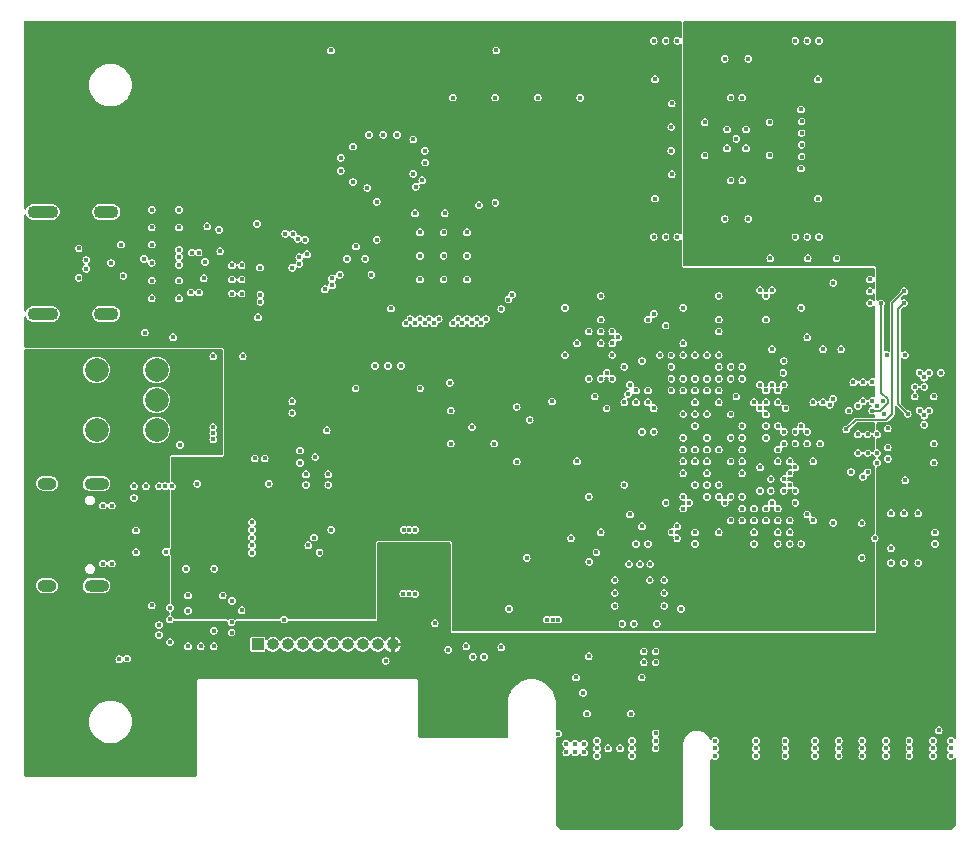
<source format=gbr>
%TF.GenerationSoftware,KiCad,Pcbnew,7.0.10*%
%TF.CreationDate,2024-01-01T19:00:51+10:00*%
%TF.ProjectId,PCIeDMA,50434965-444d-4412-9e6b-696361645f70,1*%
%TF.SameCoordinates,Original*%
%TF.FileFunction,Copper,L3,Inr*%
%TF.FilePolarity,Positive*%
%FSLAX46Y46*%
G04 Gerber Fmt 4.6, Leading zero omitted, Abs format (unit mm)*
G04 Created by KiCad (PCBNEW 7.0.10) date 2024-01-01 19:00:51*
%MOMM*%
%LPD*%
G01*
G04 APERTURE LIST*
%TA.AperFunction,ComponentPad*%
%ADD10O,2.100000X1.000000*%
%TD*%
%TA.AperFunction,ComponentPad*%
%ADD11O,1.600000X1.000000*%
%TD*%
%TA.AperFunction,ComponentPad*%
%ADD12O,2.100000X1.100000*%
%TD*%
%TA.AperFunction,ComponentPad*%
%ADD13O,2.600000X1.100000*%
%TD*%
%TA.AperFunction,ComponentPad*%
%ADD14C,2.000000*%
%TD*%
%TA.AperFunction,ComponentPad*%
%ADD15R,1.000000X1.000000*%
%TD*%
%TA.AperFunction,ComponentPad*%
%ADD16O,1.000000X1.000000*%
%TD*%
%TA.AperFunction,ViaPad*%
%ADD17C,0.400000*%
%TD*%
%TA.AperFunction,Conductor*%
%ADD18C,0.150000*%
%TD*%
G04 APERTURE END LIST*
D10*
%TO.N,GND*%
%TO.C,J2*%
X6320000Y-39380000D03*
D11*
X2140000Y-39380000D03*
D10*
X6320000Y-48020000D03*
D11*
X2140000Y-48020000D03*
%TD*%
D12*
%TO.N,GND*%
%TO.C,J4*%
X7130000Y-16380000D03*
D13*
X1770000Y-16380000D03*
D12*
X7130000Y-25020000D03*
D13*
X1770000Y-25020000D03*
%TD*%
D14*
%TO.N,*%
%TO.C,SW5*%
X6320000Y-29760000D03*
X6320000Y-34840000D03*
%TO.N,/Board Power/SW_EN_LOW*%
X11400000Y-29760000D03*
%TO.N,/Board Power/12V_SW_EN*%
X11400000Y-32300000D03*
%TO.N,/Board Power/SW_EN_HIGH*%
X11400000Y-34840000D03*
%TD*%
D15*
%TO.N,GND*%
%TO.C,J3*%
X19975000Y-53000000D03*
D16*
%TO.N,+5V_JTAG*%
X21245000Y-53000000D03*
%TO.N,/USB JTAG/RST*%
X22515000Y-53000000D03*
%TO.N,/USB JTAG/TMS_CONN*%
X23785000Y-53000000D03*
%TO.N,/USB JTAG/TCK_CONN*%
X25055000Y-53000000D03*
%TO.N,/USB JTAG/TDO_CONN*%
X26325000Y-53000000D03*
%TO.N,/USB JTAG/TDI_CONN*%
X27595000Y-53000000D03*
%TO.N,/USB JTAG/TRST_CONN*%
X28865000Y-53000000D03*
%TO.N,+3.3V*%
X30135000Y-53000000D03*
%TO.N,+5V*%
X31405000Y-53000000D03*
%TD*%
D17*
%TO.N,/FPGA/CLK_P*%
X58000000Y-39500000D03*
%TO.N,/FPGA/TX0_P*%
X61000000Y-41500000D03*
%TO.N,/FPGA/TX1_P*%
X62000000Y-43500000D03*
%TO.N,/FPGA/TX2_P*%
X63000000Y-41500000D03*
%TO.N,/FPGA/TX3_P*%
X64000000Y-43500000D03*
%TO.N,/FPGA/CLK_N*%
X58000000Y-40500000D03*
%TO.N,/FPGA/TX0_N*%
X61000000Y-42500000D03*
%TO.N,/FPGA/TX1_N*%
X62000000Y-44500000D03*
%TO.N,/FPGA/TX2_N*%
X63000000Y-42500000D03*
%TO.N,/FPGA/TX3_N*%
X64000000Y-44500000D03*
%TO.N,+12V*%
X8900000Y-54200000D03*
X46850000Y-62150000D03*
X30800000Y-54400000D03*
X46100000Y-61400000D03*
X47600000Y-62150000D03*
X47600000Y-61400000D03*
X46850000Y-61400000D03*
X13400000Y-36100000D03*
X46100000Y-62150000D03*
%TO.N,GND*%
X72200000Y-44000000D03*
X9500000Y-40600000D03*
X32800000Y-48700000D03*
X12550000Y-50870000D03*
X13300000Y-20850000D03*
X66500000Y-42000000D03*
X53600000Y-15250000D03*
X11000000Y-17700000D03*
X33700000Y-18100000D03*
X61000000Y-35500000D03*
X36300000Y-33200000D03*
X59000000Y-31500000D03*
X61500000Y-16975000D03*
X14050000Y-48850000D03*
X15150000Y-53150000D03*
X67825000Y-28000000D03*
X51400000Y-46200000D03*
X50850000Y-51250000D03*
X55000000Y-31500000D03*
X54400000Y-49750000D03*
X61000000Y-29500000D03*
X52000000Y-32500000D03*
X15400000Y-22000000D03*
X62150000Y-62450000D03*
X56000000Y-30500000D03*
X51800000Y-51250000D03*
X13300000Y-17700000D03*
X63400000Y-39000000D03*
X67000000Y-37500000D03*
X17000000Y-48850000D03*
X61500000Y-3425000D03*
X15700000Y-17600000D03*
X64650000Y-61150000D03*
X63300000Y-11600000D03*
X61300000Y-9400000D03*
X16800000Y-19700000D03*
X16300000Y-46600000D03*
X41250000Y-49975000D03*
X64650000Y-61800000D03*
X59500000Y-3425000D03*
X75150000Y-61150000D03*
X63400000Y-40000000D03*
X17800000Y-20900000D03*
X11000000Y-23700000D03*
X35700000Y-22100000D03*
X73150000Y-61800000D03*
X13300000Y-22200000D03*
X14300000Y-23200000D03*
X51650000Y-61150000D03*
X56000000Y-40500000D03*
X65000000Y-44500000D03*
X60000000Y-30500000D03*
X16250000Y-53150000D03*
X42750000Y-45675000D03*
X47000000Y-37500000D03*
X53600000Y-5150000D03*
X48700000Y-61150000D03*
X33300000Y-48725000D03*
X62150000Y-61800000D03*
X36220000Y-30850000D03*
X59700000Y-9400000D03*
X73600000Y-46100000D03*
X64500000Y-29000000D03*
X78650000Y-61150000D03*
X64650000Y-62450000D03*
X51000000Y-29500000D03*
X11000000Y-19150000D03*
X54500000Y-41000000D03*
X73000000Y-33500000D03*
X55800000Y-49975000D03*
X68700000Y-22400000D03*
X71150000Y-62450000D03*
X40000000Y-36000000D03*
X58000000Y-30500000D03*
X41900000Y-37520000D03*
X24131965Y-19967463D03*
X61000000Y-40500000D03*
X17750000Y-51130000D03*
X48650000Y-45200000D03*
X75150000Y-62450000D03*
X58000000Y-38500000D03*
X33350000Y-14250000D03*
X76000000Y-33200000D03*
X30050000Y-18750000D03*
X25800000Y-34862500D03*
X72000000Y-30800000D03*
X52500000Y-29000000D03*
X66010000Y-11700000D03*
X65000000Y-42500000D03*
X31750000Y-9850000D03*
X55500000Y-43000000D03*
X57000000Y-39500000D03*
X59700000Y-11000000D03*
X33700000Y-22100000D03*
X35700000Y-18100000D03*
X59000000Y-32500000D03*
X63300000Y-8800000D03*
X36100000Y-53450000D03*
X40100000Y-15600000D03*
X48050000Y-46000000D03*
X69150000Y-62450000D03*
X69150000Y-61150000D03*
X14050000Y-53150000D03*
X56000000Y-36500000D03*
X36300000Y-36000000D03*
X51500000Y-42000000D03*
X17800000Y-22100000D03*
X74700000Y-46100000D03*
X77150000Y-61150000D03*
X13300000Y-16200000D03*
X37700000Y-20100000D03*
X70800000Y-36800000D03*
X18600000Y-22100000D03*
X23998905Y-18731150D03*
X47525000Y-57100000D03*
X46500000Y-44000000D03*
X53200000Y-46200000D03*
X27000000Y-12900000D03*
X57800000Y-11600000D03*
X46930000Y-55800000D03*
X62000000Y-32500000D03*
X71100000Y-42725000D03*
X35800000Y-16500000D03*
X75900000Y-41900000D03*
X49500000Y-33000000D03*
X22900000Y-21100000D03*
X33300000Y-43300000D03*
X66000000Y-24500000D03*
X18700000Y-28600000D03*
X11000000Y-49700000D03*
X73150000Y-62450000D03*
X66000000Y-44500000D03*
X20900000Y-39390000D03*
X32300000Y-48700000D03*
X77800000Y-30000000D03*
X54400000Y-47550000D03*
X39130000Y-54050000D03*
X33150000Y-10250000D03*
X60500000Y-10200000D03*
X34100000Y-11200000D03*
X64500000Y-40000000D03*
X57000000Y-33500000D03*
X48000000Y-40500000D03*
X63500000Y-31000000D03*
X47850000Y-58850000D03*
X64500000Y-35000000D03*
X50200000Y-48650000D03*
X20550000Y-37250000D03*
X48000000Y-30500000D03*
X15500000Y-20600000D03*
X14050000Y-50150000D03*
X67400000Y-5150000D03*
X73300000Y-37280000D03*
X28250000Y-31300000D03*
X52470000Y-55800000D03*
X73600000Y-41900000D03*
X77300000Y-44480000D03*
X38125000Y-34600000D03*
X73150000Y-61150000D03*
X11000000Y-20700000D03*
X35700000Y-20100000D03*
X28050000Y-13850000D03*
X78650000Y-61800000D03*
X30600000Y-9850000D03*
X56000000Y-41500000D03*
X75150000Y-61800000D03*
X22296685Y-18230342D03*
X34150000Y-12200000D03*
X33750000Y-31300000D03*
X58000000Y-33500000D03*
X48700000Y-61800000D03*
X16700000Y-17900000D03*
X73225000Y-28500000D03*
X53750000Y-51250000D03*
X50000000Y-26500000D03*
X64500000Y-31000000D03*
X13300000Y-23700000D03*
X25662185Y-22919318D03*
X58000000Y-36500000D03*
X55500000Y-44000000D03*
X75900000Y-46100000D03*
X59500000Y-16975000D03*
X62000000Y-42500000D03*
X63500000Y-41000000D03*
X12550000Y-49900000D03*
X71150000Y-61150000D03*
X26900000Y-21700000D03*
X52500000Y-43000000D03*
X68975001Y-20300000D03*
X33700000Y-20100000D03*
X63500000Y-28000000D03*
X22200000Y-50900000D03*
X54400000Y-48650000D03*
X73600000Y-44850000D03*
X14850000Y-39400000D03*
X56000000Y-24500000D03*
X56000000Y-38500000D03*
X64500000Y-39000000D03*
X37700000Y-22100000D03*
X66500000Y-27000000D03*
X10390000Y-26600000D03*
X30050000Y-15520000D03*
X13900000Y-46600000D03*
X50200000Y-47550000D03*
X49000000Y-43500000D03*
X40600000Y-53250000D03*
X28050000Y-10850000D03*
X76000000Y-30000000D03*
X67150000Y-61800000D03*
X65000000Y-43500000D03*
X67150000Y-62450000D03*
X18600000Y-20900000D03*
X28290000Y-19300000D03*
X12550000Y-52800000D03*
X63000000Y-35500000D03*
X62500000Y-40000000D03*
X29400000Y-9850000D03*
X8400000Y-19150000D03*
X52350000Y-46200000D03*
X53150000Y-47550000D03*
X66000000Y-34500000D03*
X37700000Y-18100000D03*
X51650000Y-62450000D03*
X58700000Y-62450000D03*
X65500000Y-41000000D03*
X51550000Y-58850000D03*
X71150000Y-61800000D03*
X72000000Y-32400000D03*
X50200000Y-49750000D03*
X57000000Y-37500000D03*
X53000000Y-25500000D03*
X16250000Y-51850000D03*
X57000000Y-44480000D03*
X10500000Y-39600000D03*
X77150000Y-61800000D03*
X16200000Y-28600000D03*
X19980000Y-25300000D03*
X57800000Y-8800000D03*
X17800000Y-23300000D03*
X37625000Y-53150000D03*
X51650000Y-61800000D03*
X47000000Y-27500000D03*
X12200000Y-45150000D03*
X24050000Y-39500000D03*
X62150000Y-61150000D03*
X11600000Y-51350000D03*
X27525000Y-20350000D03*
X64480000Y-30000000D03*
X78650000Y-62450000D03*
X71790000Y-23100000D03*
X58700000Y-61150000D03*
X58700000Y-61800000D03*
X74700000Y-41900000D03*
X63000000Y-25500000D03*
X68700000Y-42700000D03*
X24050000Y-38600000D03*
X33150000Y-13150000D03*
X17750000Y-52000000D03*
X46000000Y-24500000D03*
X66010000Y-8700000D03*
X32325000Y-43300000D03*
X67150000Y-61150000D03*
X11600000Y-52200000D03*
X11000000Y-22200000D03*
X27000000Y-11800000D03*
X17800000Y-49300000D03*
X51000000Y-39500000D03*
X18600000Y-50100000D03*
X59000000Y-40500000D03*
X61000000Y-37500000D03*
X48700000Y-62450000D03*
X77200000Y-37600000D03*
X34950000Y-51200000D03*
X77150000Y-62450000D03*
X15000000Y-23200000D03*
X8600000Y-21800000D03*
X67400000Y-15250000D03*
X74800000Y-39100000D03*
X9500000Y-39600000D03*
X59000000Y-23500000D03*
X49000000Y-23500000D03*
X19700000Y-37250000D03*
X29250000Y-14350000D03*
X71820000Y-24100000D03*
X53500000Y-35000000D03*
X57000000Y-31500000D03*
X18600000Y-23300000D03*
X61000000Y-38500000D03*
X59000000Y-29500000D03*
X69150000Y-61800000D03*
X64000000Y-41500000D03*
X54000000Y-28500000D03*
X29600000Y-21700000D03*
X32800000Y-43300000D03*
X61300000Y-11000000D03*
X76400000Y-31200000D03*
X11000000Y-16200000D03*
%TO.N,+3.3V*%
X31000000Y-29400000D03*
X53650000Y-54500000D03*
X32100000Y-29400000D03*
X53650000Y-61800000D03*
X22900000Y-32400000D03*
X19900000Y-17390000D03*
X53650000Y-60500000D03*
X47990000Y-54000000D03*
X22890000Y-33400000D03*
X20150000Y-21096400D03*
X45400000Y-50900000D03*
X53650000Y-61150000D03*
X53650000Y-53600000D03*
X29900000Y-29400000D03*
X44937500Y-50900000D03*
X44450000Y-50900000D03*
X52650000Y-54500000D03*
X52650000Y-53600000D03*
%TO.N,+5V_JTAG*%
X23550000Y-37610000D03*
X11600000Y-39600000D03*
X16200000Y-35650000D03*
X16200000Y-35137500D03*
X25950000Y-38600000D03*
X12700000Y-39600000D03*
X16200000Y-34600000D03*
X25950000Y-39500000D03*
X12150000Y-39600000D03*
%TO.N,/FPGA/RST*%
X33900000Y-13700000D03*
X59000000Y-25500000D03*
%TO.N,+MGTAVCC*%
X54500000Y-18500000D03*
X60000000Y-40500000D03*
X55500000Y-18500000D03*
X55020000Y-13200000D03*
X62000000Y-41500000D03*
X59000000Y-39500000D03*
X53500000Y-18500000D03*
X54990000Y-11200000D03*
X56500000Y-41000000D03*
%TO.N,+MGTAVTT*%
X60000000Y-42500000D03*
X59000000Y-43500000D03*
X54980000Y-9200000D03*
X54500000Y-1900000D03*
X57000000Y-43520000D03*
X53500000Y-1900000D03*
X55500000Y-1900000D03*
X64000000Y-42500000D03*
X55020000Y-7200000D03*
%TO.N,+VCCO*%
X47100000Y-48300000D03*
X55400000Y-47000000D03*
X42750000Y-42700500D03*
X45000000Y-29300000D03*
X68700000Y-25375001D03*
X39810000Y-39400000D03*
X47100000Y-47750000D03*
X53500000Y-34000000D03*
X26175000Y-1690000D03*
X51000000Y-44500000D03*
X60000000Y-28500000D03*
X63520000Y-30000000D03*
X50500000Y-30980000D03*
X36100000Y-23550000D03*
X65500000Y-27000000D03*
X53500000Y-43000000D03*
X53500000Y-41000000D03*
X50500000Y-42000000D03*
X41900000Y-31760000D03*
X40175000Y-1690000D03*
X46550000Y-48850000D03*
X45975000Y-7490000D03*
X48000000Y-25500000D03*
X50500000Y-28000000D03*
X46550000Y-48300000D03*
X39200000Y-23550000D03*
X38775000Y-7490000D03*
X62500000Y-28000000D03*
X41900000Y-38480000D03*
X46550000Y-47750000D03*
X47175000Y-1690000D03*
X38510000Y-29800000D03*
X61000000Y-24500000D03*
X47500000Y-33000000D03*
X46000000Y-39500000D03*
X34100000Y-16500000D03*
X33175000Y-1690000D03*
X53000000Y-30480000D03*
X26210000Y-45250000D03*
X14000000Y-40380000D03*
X56000000Y-39500000D03*
X30187500Y-24100000D03*
X42375000Y-7490000D03*
X52760000Y-51250000D03*
X39300000Y-19700000D03*
X64000000Y-23500000D03*
X17490000Y-38900000D03*
X68700000Y-45700000D03*
X34265000Y-6500000D03*
X47100000Y-48850000D03*
X65500000Y-29000000D03*
X30050000Y-16480000D03*
X34265000Y-8500000D03*
X56000000Y-29500000D03*
X46500000Y-43000000D03*
%TO.N,+VCCINT*%
X57000000Y-36500000D03*
X67500000Y-18500000D03*
X66500000Y-18500000D03*
X59000000Y-30500000D03*
X65980000Y-12700000D03*
X60500000Y-32000000D03*
X58000000Y-31500000D03*
X60000000Y-33500000D03*
X61000000Y-30500000D03*
X60000000Y-35500000D03*
X61000000Y-36500000D03*
X60000000Y-29500000D03*
X57000000Y-34500000D03*
X57000000Y-32500000D03*
X58000000Y-37500000D03*
X61000000Y-34500000D03*
X66525000Y-20300000D03*
X60000000Y-37500000D03*
X59000000Y-36500000D03*
X65500000Y-18500000D03*
X66010000Y-10700000D03*
%TO.N,+VCCAUX*%
X67500000Y-1900000D03*
X76800000Y-30000000D03*
X56000000Y-31500000D03*
X68700000Y-32200000D03*
X72900000Y-32400000D03*
X66500000Y-1900000D03*
X74775000Y-28500000D03*
X77300000Y-43520000D03*
X77200000Y-36000000D03*
X65980000Y-7700000D03*
X67000000Y-32500000D03*
X63375000Y-20300000D03*
X56000000Y-35500000D03*
X56000000Y-37500000D03*
X77200000Y-32000000D03*
X71200000Y-38800000D03*
X71100000Y-45675000D03*
X69375000Y-28000000D03*
X64654756Y-33000500D03*
X71200000Y-30800000D03*
X62500000Y-38000000D03*
X75600000Y-32000000D03*
X67000000Y-42500000D03*
X66010000Y-9700000D03*
X65500000Y-36000000D03*
X70000000Y-33200000D03*
X71790000Y-22100000D03*
X58000000Y-35500000D03*
X56000000Y-33500000D03*
X76800000Y-33200000D03*
X65500000Y-1900000D03*
X65500000Y-40000000D03*
X73300000Y-36320000D03*
X57000000Y-30500000D03*
%TO.N,+5V*%
X30600000Y-46350000D03*
X56900000Y-10100000D03*
X31350000Y-46350000D03*
X30600000Y-47100000D03*
X31350000Y-45600000D03*
X31350000Y-47100000D03*
X30600000Y-44850000D03*
X15300000Y-30800000D03*
X59500000Y-13200000D03*
X61500000Y-7200000D03*
X31350000Y-44850000D03*
X30600000Y-45600000D03*
X15300000Y-31650000D03*
X61500000Y-13200000D03*
X59500000Y-7200000D03*
%TO.N,/FPGA Power/EN1*%
X61000000Y-13700000D03*
%TO.N,/FPGA Power/EN2*%
X60000000Y-13700000D03*
%TO.N,/FPGA Power/EN3*%
X60000000Y-6700000D03*
%TO.N,/FPGA Power/EN4*%
X61000000Y-6700000D03*
%TO.N,/Board Power/12V_SW_EN*%
X8250000Y-54250000D03*
X38170000Y-54050000D03*
%TO.N,/PCIe 4x/PRSNT*%
X77625000Y-60275000D03*
X45400000Y-60550000D03*
%TO.N,/USB JTAG/CC1_R*%
X9650000Y-45200000D03*
X9650000Y-43350000D03*
%TO.N,/USB Data/Type C Mux/CC1*%
X20200000Y-23400000D03*
X13300000Y-19600000D03*
%TO.N,/USB Data/FT601/DP*%
X22945999Y-18245999D03*
X14383815Y-19828259D03*
%TO.N,/USB Data/Type C Mux/CC2*%
X10350000Y-20350000D03*
X20200000Y-24000000D03*
X13300000Y-20200000D03*
X5450000Y-21200000D03*
%TO.N,/FPGA/PERST*%
X55000000Y-43500000D03*
%TO.N,/FPGA/USER_SW2*%
X40175000Y-2710000D03*
X63500000Y-23000000D03*
%TO.N,/FPGA/USER_LD1*%
X43675000Y-6700000D03*
X62500000Y-23000000D03*
%TO.N,/FPGA/USER_LD2*%
X47275000Y-6712500D03*
X63000000Y-23500000D03*
%TO.N,/FPGA/Bank 0/PROGRAM_B*%
X54500000Y-26000000D03*
X26175000Y-2710000D03*
%TO.N,/FPGA/Bank 0/DONE*%
X36475000Y-6700000D03*
X53500000Y-25000000D03*
%TO.N,/FPGA/Bank 0/INIT_B*%
X56000000Y-28500000D03*
X40075000Y-6700000D03*
%TO.N,/FPGA/Bank 13-14/PUDC_B*%
X44900000Y-32426500D03*
X46000000Y-28500000D03*
%TO.N,/FPGA/D2*%
X43000000Y-34000000D03*
X41900000Y-32900000D03*
%TO.N,/Board Power/5VJT_SW_EN*%
X23550000Y-36590000D03*
X24850000Y-37137500D03*
%TO.N,/FPGA/TMS*%
X55000000Y-29500000D03*
X25200000Y-45250000D03*
X19500000Y-45250000D03*
%TO.N,/FPGA/TCK*%
X56000000Y-27500000D03*
X24250000Y-44600000D03*
X19487500Y-44600000D03*
%TO.N,/FPGA/TDO*%
X55000000Y-28500000D03*
X24750000Y-43950000D03*
X19487500Y-43950000D03*
%TO.N,/FPGA/TDI*%
X19487500Y-43300000D03*
X55000000Y-30500000D03*
X26190000Y-43300000D03*
%TO.N,/FPGA/TRST*%
X19487500Y-42650000D03*
%TO.N,/USB Data/FT601/RIDP*%
X23500000Y-20788500D03*
X26250000Y-22588500D03*
%TO.N,/USB Data/FT601/RIDN*%
X23500000Y-20211500D03*
X26250000Y-22011500D03*
%TO.N,/FPGA/WAKEUP*%
X59000000Y-26500000D03*
X33300000Y-16500000D03*
%TO.N,/FPGA/DATA0*%
X52500000Y-35000000D03*
X32500000Y-25800000D03*
%TO.N,/FPGA/DATA1*%
X32900000Y-25450000D03*
X53500000Y-33000000D03*
%TO.N,/FPGA/DATA2*%
X53000000Y-32500000D03*
X33300000Y-25800000D03*
%TO.N,/FPGA/DATA3*%
X33700000Y-25450000D03*
X53000000Y-31500000D03*
%TO.N,/FPGA/DATA4*%
X52000000Y-31500000D03*
X34096126Y-25803510D03*
%TO.N,/FPGA/DATA5*%
X51000000Y-32500000D03*
X34500000Y-25450000D03*
%TO.N,/FPGA/DATA6*%
X34900000Y-25800000D03*
X51306363Y-31806363D03*
%TO.N,/FPGA/DATA7*%
X51500000Y-31000000D03*
X35300000Y-25450000D03*
%TO.N,/FPGA/DATA8*%
X36500000Y-25800000D03*
X48500000Y-32000000D03*
%TO.N,/FPGA/DATA9*%
X50000000Y-30500000D03*
X36900000Y-25450000D03*
%TO.N,/FPGA/DATA10*%
X49000000Y-30500000D03*
X37300000Y-25800000D03*
%TO.N,/FPGA/DATA11*%
X37700000Y-25450000D03*
X49500000Y-30000000D03*
%TO.N,/FPGA/DATA12*%
X50000000Y-28500000D03*
X38100000Y-25800000D03*
%TO.N,/FPGA/DATA13*%
X50000000Y-27500000D03*
X38500000Y-25450000D03*
%TO.N,/FPGA/DATA14*%
X49000000Y-27500000D03*
X38900000Y-25800000D03*
%TO.N,/FPGA/DATA15*%
X39300000Y-25450000D03*
X50500000Y-27000000D03*
%TO.N,/FPGA/CLK*%
X40600000Y-24600000D03*
X49000000Y-26500000D03*
%TO.N,/FPGA/DATA16*%
X41200000Y-23800000D03*
X48000000Y-26500000D03*
%TO.N,/FPGA/DATA17*%
X41522059Y-23374502D03*
X49000000Y-25500000D03*
%TO.N,/FPGA/Bank 0/M2*%
X59000000Y-28500000D03*
%TO.N,/FPGA/Bank 0/M1*%
X58000000Y-28500000D03*
%TO.N,/FPGA/Bank 0/M0*%
X57000000Y-28500000D03*
%TO.N,/FPGA/GTP/MGTRREF*%
X59500000Y-41000000D03*
%TO.N,/USB JTAG/VBUS_JTAG*%
X7600000Y-41250000D03*
X6850000Y-41250000D03*
X6850000Y-46150000D03*
X7600000Y-46150000D03*
%TO.N,/USB Data/Type C SS Connector/VBUS_DATA*%
X12800000Y-27000000D03*
X4800000Y-21950000D03*
X4800000Y-19450000D03*
%TO.N,/USB Data/FT601/VD10*%
X31250000Y-24550000D03*
X38700000Y-15800000D03*
X29075000Y-20350000D03*
%TO.N,/FPGA/PCIE.SCL*%
X52000000Y-44500000D03*
%TO.N,/FPGA/PCIE.SDA*%
X53000000Y-44500000D03*
%TO.N,/USB Data/FT601/DN*%
X23354001Y-18654001D03*
X14960815Y-19828259D03*
X7550000Y-20700000D03*
X5450000Y-20450000D03*
%TO.N,/PCIe 4x/SDA_SJ*%
X50650000Y-61800000D03*
%TO.N,/PCIe 4x/SCL_SJ*%
X49650000Y-61800000D03*
%TO.N,/Memory/V0.9*%
X72780000Y-24100000D03*
X72000000Y-33200000D03*
%TO.N,/FPGA/CK_P*%
X76400000Y-33600000D03*
X63000000Y-34500000D03*
%TO.N,/FPGA/CK_N*%
X64000000Y-34500000D03*
X76400000Y-34400000D03*
%TO.N,/FPGA/CKE*%
X74710000Y-23100000D03*
X66500000Y-35000000D03*
X69800000Y-34800000D03*
%TO.N,/FPGA/ODT*%
X68400000Y-32700000D03*
X75009725Y-33490275D03*
X74710000Y-24100000D03*
%TO.N,/FPGA/WE*%
X73300000Y-34713700D03*
X65500000Y-35000000D03*
%TO.N,/FPGA/DQ3*%
X63000000Y-33519700D03*
X72400000Y-32800000D03*
%TO.N,/FPGA/DQ4*%
X62500000Y-33000000D03*
X70800000Y-32800000D03*
%TO.N,/FPGA/DQ1*%
X71200000Y-32400000D03*
X63000000Y-32500000D03*
%TO.N,/FPGA/DQS_P*%
X75600000Y-31200000D03*
X63000000Y-31500000D03*
%TO.N,/FPGA/DM*%
X64000000Y-32500000D03*
X67800000Y-32500000D03*
%TO.N,/FPGA/DQ6*%
X62500000Y-31000000D03*
X70400000Y-30800000D03*
%TO.N,/FPGA/DQS_N*%
X76400000Y-30400000D03*
X64000000Y-31500000D03*
%TO.N,/FPGA/DDR2_OSC*%
X64000000Y-37500000D03*
%TO.N,/FPGA/BA0*%
X71600000Y-35200000D03*
X66500000Y-36000000D03*
%TO.N,/FPGA/BA2*%
X70800000Y-35200000D03*
X67600000Y-36000000D03*
%TO.N,/FPGA/BA1*%
X64500000Y-36000000D03*
X72400000Y-35200000D03*
%TO.N,/FPGA/ADDR12*%
X65000000Y-39500000D03*
X71600000Y-38400000D03*
%TO.N,/FPGA/ADDR9*%
X65500000Y-38000000D03*
X72400000Y-37600000D03*
%TO.N,/FPGA/ADDR5*%
X72400000Y-36800000D03*
X65000000Y-37500000D03*
%TO.N,/FPGA/ADDR7*%
X65000000Y-38500000D03*
X70200000Y-38400000D03*
%TO.N,/FPGA/ADDR3*%
X64000000Y-36500000D03*
X71600000Y-36800000D03*
%TD*%
D18*
%TO.N,/Memory/V0.9*%
X72780000Y-31680000D02*
X73302000Y-32202000D01*
X72002000Y-33202000D02*
X72000000Y-33200000D01*
X73302000Y-32202000D02*
X73302000Y-32566514D01*
X72780000Y-24100000D02*
X72780000Y-31680000D01*
X73302000Y-32566514D02*
X72666514Y-33202000D01*
X72666514Y-33202000D02*
X72002000Y-33202000D01*
%TO.N,/FPGA/CKE*%
X73700000Y-24110000D02*
X74710000Y-23100000D01*
X70600000Y-34000000D02*
X73200000Y-34000000D01*
X69800000Y-34800000D02*
X70600000Y-34000000D01*
X73700000Y-33500000D02*
X73700000Y-24110000D01*
X73200000Y-34000000D02*
X73700000Y-33500000D01*
%TO.N,/FPGA/ODT*%
X74200000Y-24610000D02*
X74710000Y-24100000D01*
X75009725Y-33490275D02*
X74200000Y-32680550D01*
X74200000Y-32680550D02*
X74200000Y-24610000D01*
%TD*%
%TA.AperFunction,Conductor*%
%TO.N,+5V*%
G36*
X79058691Y-219407D02*
G01*
X79094655Y-268907D01*
X79099500Y-299500D01*
X79099500Y-60904083D01*
X79080593Y-60962274D01*
X79031093Y-60998238D01*
X78969907Y-60998238D01*
X78920407Y-60962274D01*
X78914764Y-60953584D01*
X78904751Y-60936241D01*
X78904749Y-60936239D01*
X78816276Y-60862002D01*
X78816274Y-60862001D01*
X78707747Y-60822500D01*
X78592253Y-60822500D01*
X78592252Y-60822500D01*
X78483725Y-60862001D01*
X78483724Y-60862002D01*
X78395249Y-60936240D01*
X78337502Y-61036262D01*
X78317448Y-61150000D01*
X78337502Y-61263737D01*
X78337502Y-61263738D01*
X78337503Y-61263739D01*
X78395249Y-61363759D01*
X78395251Y-61363761D01*
X78437440Y-61399162D01*
X78469863Y-61451050D01*
X78465595Y-61512086D01*
X78437440Y-61550838D01*
X78395251Y-61586238D01*
X78337502Y-61686262D01*
X78317448Y-61800000D01*
X78337502Y-61913737D01*
X78337502Y-61913738D01*
X78337503Y-61913739D01*
X78395249Y-62013759D01*
X78395251Y-62013761D01*
X78437440Y-62049162D01*
X78469863Y-62101050D01*
X78465595Y-62162086D01*
X78437440Y-62200838D01*
X78395251Y-62236238D01*
X78337502Y-62336262D01*
X78317448Y-62450000D01*
X78337502Y-62563737D01*
X78395248Y-62663758D01*
X78395250Y-62663760D01*
X78483724Y-62737998D01*
X78592252Y-62777499D01*
X78592252Y-62777500D01*
X78592253Y-62777500D01*
X78707748Y-62777500D01*
X78707747Y-62777499D01*
X78816276Y-62737998D01*
X78904750Y-62663760D01*
X78914763Y-62646417D01*
X78960232Y-62605475D01*
X79021082Y-62599079D01*
X79074071Y-62629671D01*
X79098958Y-62685567D01*
X79099500Y-62695916D01*
X79099500Y-68275943D01*
X79080593Y-68334134D01*
X79070504Y-68345946D01*
X78745948Y-68670503D01*
X78691431Y-68698281D01*
X78675944Y-68699500D01*
X58724058Y-68699500D01*
X58665867Y-68680593D01*
X58654054Y-68670504D01*
X58329496Y-68345946D01*
X58301719Y-68291429D01*
X58300500Y-68275942D01*
X58300500Y-62754606D01*
X58319407Y-62696415D01*
X58368907Y-62660451D01*
X58430093Y-62660451D01*
X58463135Y-62678767D01*
X58533724Y-62737998D01*
X58642252Y-62777499D01*
X58642252Y-62777500D01*
X58642253Y-62777500D01*
X58757748Y-62777500D01*
X58757747Y-62777499D01*
X58866276Y-62737998D01*
X58954750Y-62663760D01*
X59012497Y-62563739D01*
X59032552Y-62450000D01*
X61817448Y-62450000D01*
X61837502Y-62563737D01*
X61895248Y-62663758D01*
X61895250Y-62663760D01*
X61983724Y-62737998D01*
X62092252Y-62777499D01*
X62092252Y-62777500D01*
X62092253Y-62777500D01*
X62207748Y-62777500D01*
X62207747Y-62777499D01*
X62316276Y-62737998D01*
X62404750Y-62663760D01*
X62462497Y-62563739D01*
X62482552Y-62450000D01*
X64317448Y-62450000D01*
X64337502Y-62563737D01*
X64395248Y-62663758D01*
X64395250Y-62663760D01*
X64483724Y-62737998D01*
X64592252Y-62777499D01*
X64592252Y-62777500D01*
X64592253Y-62777500D01*
X64707748Y-62777500D01*
X64707747Y-62777499D01*
X64816276Y-62737998D01*
X64904750Y-62663760D01*
X64962497Y-62563739D01*
X64982552Y-62450000D01*
X66817448Y-62450000D01*
X66837502Y-62563737D01*
X66895248Y-62663758D01*
X66895250Y-62663760D01*
X66983724Y-62737998D01*
X67092252Y-62777499D01*
X67092252Y-62777500D01*
X67092253Y-62777500D01*
X67207748Y-62777500D01*
X67207747Y-62777499D01*
X67316276Y-62737998D01*
X67404750Y-62663760D01*
X67462497Y-62563739D01*
X67482552Y-62450000D01*
X68817448Y-62450000D01*
X68837502Y-62563737D01*
X68895248Y-62663758D01*
X68895250Y-62663760D01*
X68983724Y-62737998D01*
X69092252Y-62777499D01*
X69092252Y-62777500D01*
X69092253Y-62777500D01*
X69207748Y-62777500D01*
X69207747Y-62777499D01*
X69316276Y-62737998D01*
X69404750Y-62663760D01*
X69462497Y-62563739D01*
X69482552Y-62450000D01*
X70817448Y-62450000D01*
X70837502Y-62563737D01*
X70895248Y-62663758D01*
X70895250Y-62663760D01*
X70983724Y-62737998D01*
X71092252Y-62777499D01*
X71092252Y-62777500D01*
X71092253Y-62777500D01*
X71207748Y-62777500D01*
X71207747Y-62777499D01*
X71316276Y-62737998D01*
X71404750Y-62663760D01*
X71462497Y-62563739D01*
X71482552Y-62450000D01*
X72817448Y-62450000D01*
X72837502Y-62563737D01*
X72895248Y-62663758D01*
X72895250Y-62663760D01*
X72983724Y-62737998D01*
X73092252Y-62777499D01*
X73092252Y-62777500D01*
X73092253Y-62777500D01*
X73207748Y-62777500D01*
X73207747Y-62777499D01*
X73316276Y-62737998D01*
X73404750Y-62663760D01*
X73462497Y-62563739D01*
X73482552Y-62450000D01*
X74817448Y-62450000D01*
X74837502Y-62563737D01*
X74895248Y-62663758D01*
X74895250Y-62663760D01*
X74983724Y-62737998D01*
X75092252Y-62777499D01*
X75092252Y-62777500D01*
X75092253Y-62777500D01*
X75207748Y-62777500D01*
X75207747Y-62777499D01*
X75316276Y-62737998D01*
X75404750Y-62663760D01*
X75462497Y-62563739D01*
X75482552Y-62450000D01*
X76817448Y-62450000D01*
X76837502Y-62563737D01*
X76895248Y-62663758D01*
X76895250Y-62663760D01*
X76983724Y-62737998D01*
X77092252Y-62777499D01*
X77092252Y-62777500D01*
X77092253Y-62777500D01*
X77207748Y-62777500D01*
X77207747Y-62777499D01*
X77316276Y-62737998D01*
X77404750Y-62663760D01*
X77462497Y-62563739D01*
X77482552Y-62450000D01*
X77462497Y-62336261D01*
X77404750Y-62236240D01*
X77362559Y-62200838D01*
X77330136Y-62148951D01*
X77334403Y-62087915D01*
X77362560Y-62049161D01*
X77404750Y-62013760D01*
X77462497Y-61913739D01*
X77482552Y-61800000D01*
X77462497Y-61686261D01*
X77404750Y-61586240D01*
X77362559Y-61550838D01*
X77330136Y-61498951D01*
X77334403Y-61437915D01*
X77362560Y-61399161D01*
X77404750Y-61363760D01*
X77462497Y-61263739D01*
X77482552Y-61150000D01*
X77462497Y-61036261D01*
X77404750Y-60936240D01*
X77316276Y-60862002D01*
X77316274Y-60862001D01*
X77207747Y-60822500D01*
X77092253Y-60822500D01*
X77092252Y-60822500D01*
X76983725Y-60862001D01*
X76983724Y-60862002D01*
X76895249Y-60936240D01*
X76837502Y-61036262D01*
X76817448Y-61150000D01*
X76837502Y-61263737D01*
X76837502Y-61263738D01*
X76837503Y-61263739D01*
X76895249Y-61363759D01*
X76895251Y-61363761D01*
X76937440Y-61399162D01*
X76969863Y-61451050D01*
X76965595Y-61512086D01*
X76937440Y-61550838D01*
X76895251Y-61586238D01*
X76837502Y-61686262D01*
X76817448Y-61800000D01*
X76837502Y-61913737D01*
X76837502Y-61913738D01*
X76837503Y-61913739D01*
X76895249Y-62013759D01*
X76895251Y-62013761D01*
X76937440Y-62049162D01*
X76969863Y-62101050D01*
X76965595Y-62162086D01*
X76937440Y-62200838D01*
X76895251Y-62236238D01*
X76837502Y-62336262D01*
X76817448Y-62450000D01*
X75482552Y-62450000D01*
X75462497Y-62336261D01*
X75404750Y-62236240D01*
X75362559Y-62200838D01*
X75330136Y-62148951D01*
X75334403Y-62087915D01*
X75362560Y-62049161D01*
X75404750Y-62013760D01*
X75462497Y-61913739D01*
X75482552Y-61800000D01*
X75462497Y-61686261D01*
X75404750Y-61586240D01*
X75362559Y-61550838D01*
X75330136Y-61498951D01*
X75334403Y-61437915D01*
X75362560Y-61399161D01*
X75404750Y-61363760D01*
X75462497Y-61263739D01*
X75482552Y-61150000D01*
X75462497Y-61036261D01*
X75404750Y-60936240D01*
X75316276Y-60862002D01*
X75316274Y-60862001D01*
X75207747Y-60822500D01*
X75092253Y-60822500D01*
X75092252Y-60822500D01*
X74983725Y-60862001D01*
X74983724Y-60862002D01*
X74895249Y-60936240D01*
X74837502Y-61036262D01*
X74817448Y-61150000D01*
X74837502Y-61263737D01*
X74837502Y-61263738D01*
X74837503Y-61263739D01*
X74895249Y-61363759D01*
X74895251Y-61363761D01*
X74937440Y-61399162D01*
X74969863Y-61451050D01*
X74965595Y-61512086D01*
X74937440Y-61550838D01*
X74895251Y-61586238D01*
X74837502Y-61686262D01*
X74817448Y-61800000D01*
X74837502Y-61913737D01*
X74837502Y-61913738D01*
X74837503Y-61913739D01*
X74895249Y-62013759D01*
X74895251Y-62013761D01*
X74937440Y-62049162D01*
X74969863Y-62101050D01*
X74965595Y-62162086D01*
X74937440Y-62200838D01*
X74895251Y-62236238D01*
X74837502Y-62336262D01*
X74817448Y-62450000D01*
X73482552Y-62450000D01*
X73462497Y-62336261D01*
X73404750Y-62236240D01*
X73362559Y-62200838D01*
X73330136Y-62148951D01*
X73334403Y-62087915D01*
X73362560Y-62049161D01*
X73404750Y-62013760D01*
X73462497Y-61913739D01*
X73482552Y-61800000D01*
X73462497Y-61686261D01*
X73404750Y-61586240D01*
X73362559Y-61550838D01*
X73330136Y-61498951D01*
X73334403Y-61437915D01*
X73362560Y-61399161D01*
X73404750Y-61363760D01*
X73462497Y-61263739D01*
X73482552Y-61150000D01*
X73462497Y-61036261D01*
X73404750Y-60936240D01*
X73316276Y-60862002D01*
X73316274Y-60862001D01*
X73207747Y-60822500D01*
X73092253Y-60822500D01*
X73092252Y-60822500D01*
X72983725Y-60862001D01*
X72983724Y-60862002D01*
X72895249Y-60936240D01*
X72837502Y-61036262D01*
X72817448Y-61150000D01*
X72837502Y-61263737D01*
X72837502Y-61263738D01*
X72837503Y-61263739D01*
X72895249Y-61363759D01*
X72895251Y-61363761D01*
X72937440Y-61399162D01*
X72969863Y-61451050D01*
X72965595Y-61512086D01*
X72937440Y-61550838D01*
X72895251Y-61586238D01*
X72837502Y-61686262D01*
X72817448Y-61800000D01*
X72837502Y-61913737D01*
X72837502Y-61913738D01*
X72837503Y-61913739D01*
X72895249Y-62013759D01*
X72895251Y-62013761D01*
X72937440Y-62049162D01*
X72969863Y-62101050D01*
X72965595Y-62162086D01*
X72937440Y-62200838D01*
X72895251Y-62236238D01*
X72837502Y-62336262D01*
X72817448Y-62450000D01*
X71482552Y-62450000D01*
X71462497Y-62336261D01*
X71404750Y-62236240D01*
X71362559Y-62200838D01*
X71330136Y-62148951D01*
X71334403Y-62087915D01*
X71362560Y-62049161D01*
X71404750Y-62013760D01*
X71462497Y-61913739D01*
X71482552Y-61800000D01*
X71462497Y-61686261D01*
X71404750Y-61586240D01*
X71362559Y-61550838D01*
X71330136Y-61498951D01*
X71334403Y-61437915D01*
X71362560Y-61399161D01*
X71404750Y-61363760D01*
X71462497Y-61263739D01*
X71482552Y-61150000D01*
X71462497Y-61036261D01*
X71404750Y-60936240D01*
X71316276Y-60862002D01*
X71316274Y-60862001D01*
X71207747Y-60822500D01*
X71092253Y-60822500D01*
X71092252Y-60822500D01*
X70983725Y-60862001D01*
X70983724Y-60862002D01*
X70895249Y-60936240D01*
X70837502Y-61036262D01*
X70817448Y-61150000D01*
X70837502Y-61263737D01*
X70837502Y-61263738D01*
X70837503Y-61263739D01*
X70895249Y-61363759D01*
X70895251Y-61363761D01*
X70937440Y-61399162D01*
X70969863Y-61451050D01*
X70965595Y-61512086D01*
X70937440Y-61550838D01*
X70895251Y-61586238D01*
X70837502Y-61686262D01*
X70817448Y-61800000D01*
X70837502Y-61913737D01*
X70837502Y-61913738D01*
X70837503Y-61913739D01*
X70895249Y-62013759D01*
X70895251Y-62013761D01*
X70937440Y-62049162D01*
X70969863Y-62101050D01*
X70965595Y-62162086D01*
X70937440Y-62200838D01*
X70895251Y-62236238D01*
X70837502Y-62336262D01*
X70817448Y-62450000D01*
X69482552Y-62450000D01*
X69462497Y-62336261D01*
X69404750Y-62236240D01*
X69362559Y-62200838D01*
X69330136Y-62148951D01*
X69334403Y-62087915D01*
X69362560Y-62049161D01*
X69404750Y-62013760D01*
X69462497Y-61913739D01*
X69482552Y-61800000D01*
X69462497Y-61686261D01*
X69404750Y-61586240D01*
X69362559Y-61550838D01*
X69330136Y-61498951D01*
X69334403Y-61437915D01*
X69362560Y-61399161D01*
X69404750Y-61363760D01*
X69462497Y-61263739D01*
X69482552Y-61150000D01*
X69462497Y-61036261D01*
X69404750Y-60936240D01*
X69316276Y-60862002D01*
X69316274Y-60862001D01*
X69207747Y-60822500D01*
X69092253Y-60822500D01*
X69092252Y-60822500D01*
X68983725Y-60862001D01*
X68983724Y-60862002D01*
X68895249Y-60936240D01*
X68837502Y-61036262D01*
X68817448Y-61150000D01*
X68837502Y-61263737D01*
X68837502Y-61263738D01*
X68837503Y-61263739D01*
X68895249Y-61363759D01*
X68895251Y-61363761D01*
X68937440Y-61399162D01*
X68969863Y-61451050D01*
X68965595Y-61512086D01*
X68937440Y-61550838D01*
X68895251Y-61586238D01*
X68837502Y-61686262D01*
X68817448Y-61800000D01*
X68837502Y-61913737D01*
X68837502Y-61913738D01*
X68837503Y-61913739D01*
X68895249Y-62013759D01*
X68895251Y-62013761D01*
X68937440Y-62049162D01*
X68969863Y-62101050D01*
X68965595Y-62162086D01*
X68937440Y-62200838D01*
X68895251Y-62236238D01*
X68837502Y-62336262D01*
X68817448Y-62450000D01*
X67482552Y-62450000D01*
X67462497Y-62336261D01*
X67404750Y-62236240D01*
X67362559Y-62200838D01*
X67330136Y-62148951D01*
X67334403Y-62087915D01*
X67362560Y-62049161D01*
X67404750Y-62013760D01*
X67462497Y-61913739D01*
X67482552Y-61800000D01*
X67462497Y-61686261D01*
X67404750Y-61586240D01*
X67362559Y-61550838D01*
X67330136Y-61498951D01*
X67334403Y-61437915D01*
X67362560Y-61399161D01*
X67404750Y-61363760D01*
X67462497Y-61263739D01*
X67482552Y-61150000D01*
X67462497Y-61036261D01*
X67404750Y-60936240D01*
X67316276Y-60862002D01*
X67316274Y-60862001D01*
X67207747Y-60822500D01*
X67092253Y-60822500D01*
X67092252Y-60822500D01*
X66983725Y-60862001D01*
X66983724Y-60862002D01*
X66895249Y-60936240D01*
X66837502Y-61036262D01*
X66817448Y-61150000D01*
X66837502Y-61263737D01*
X66837502Y-61263738D01*
X66837503Y-61263739D01*
X66895249Y-61363759D01*
X66895251Y-61363761D01*
X66937440Y-61399162D01*
X66969863Y-61451050D01*
X66965595Y-61512086D01*
X66937440Y-61550838D01*
X66895251Y-61586238D01*
X66837502Y-61686262D01*
X66817448Y-61800000D01*
X66837502Y-61913737D01*
X66837502Y-61913738D01*
X66837503Y-61913739D01*
X66895249Y-62013759D01*
X66895251Y-62013761D01*
X66937440Y-62049162D01*
X66969863Y-62101050D01*
X66965595Y-62162086D01*
X66937440Y-62200838D01*
X66895251Y-62236238D01*
X66837502Y-62336262D01*
X66817448Y-62450000D01*
X64982552Y-62450000D01*
X64962497Y-62336261D01*
X64904750Y-62236240D01*
X64862559Y-62200838D01*
X64830136Y-62148951D01*
X64834403Y-62087915D01*
X64862560Y-62049161D01*
X64904750Y-62013760D01*
X64962497Y-61913739D01*
X64982552Y-61800000D01*
X64962497Y-61686261D01*
X64904750Y-61586240D01*
X64862559Y-61550838D01*
X64830136Y-61498951D01*
X64834403Y-61437915D01*
X64862560Y-61399161D01*
X64904750Y-61363760D01*
X64962497Y-61263739D01*
X64982552Y-61150000D01*
X64962497Y-61036261D01*
X64904750Y-60936240D01*
X64816276Y-60862002D01*
X64816274Y-60862001D01*
X64707747Y-60822500D01*
X64592253Y-60822500D01*
X64592252Y-60822500D01*
X64483725Y-60862001D01*
X64483724Y-60862002D01*
X64395249Y-60936240D01*
X64337502Y-61036262D01*
X64317448Y-61150000D01*
X64337502Y-61263737D01*
X64337502Y-61263738D01*
X64337503Y-61263739D01*
X64395249Y-61363759D01*
X64395251Y-61363761D01*
X64437440Y-61399162D01*
X64469863Y-61451050D01*
X64465595Y-61512086D01*
X64437440Y-61550838D01*
X64395251Y-61586238D01*
X64337502Y-61686262D01*
X64317448Y-61800000D01*
X64337502Y-61913737D01*
X64337502Y-61913738D01*
X64337503Y-61913739D01*
X64395249Y-62013759D01*
X64395251Y-62013761D01*
X64437440Y-62049162D01*
X64469863Y-62101050D01*
X64465595Y-62162086D01*
X64437440Y-62200838D01*
X64395251Y-62236238D01*
X64337502Y-62336262D01*
X64317448Y-62450000D01*
X62482552Y-62450000D01*
X62462497Y-62336261D01*
X62404750Y-62236240D01*
X62362559Y-62200838D01*
X62330136Y-62148951D01*
X62334403Y-62087915D01*
X62362560Y-62049161D01*
X62404750Y-62013760D01*
X62462497Y-61913739D01*
X62482552Y-61800000D01*
X62462497Y-61686261D01*
X62404750Y-61586240D01*
X62362559Y-61550838D01*
X62330136Y-61498951D01*
X62334403Y-61437915D01*
X62362560Y-61399161D01*
X62404750Y-61363760D01*
X62462497Y-61263739D01*
X62482552Y-61150000D01*
X62462497Y-61036261D01*
X62404750Y-60936240D01*
X62316276Y-60862002D01*
X62316274Y-60862001D01*
X62207747Y-60822500D01*
X62092253Y-60822500D01*
X62092252Y-60822500D01*
X61983725Y-60862001D01*
X61983724Y-60862002D01*
X61895249Y-60936240D01*
X61837502Y-61036262D01*
X61817448Y-61150000D01*
X61837502Y-61263737D01*
X61837502Y-61263738D01*
X61837503Y-61263739D01*
X61895249Y-61363759D01*
X61895251Y-61363761D01*
X61937440Y-61399162D01*
X61969863Y-61451050D01*
X61965595Y-61512086D01*
X61937440Y-61550838D01*
X61895251Y-61586238D01*
X61837502Y-61686262D01*
X61817448Y-61800000D01*
X61837502Y-61913737D01*
X61837502Y-61913738D01*
X61837503Y-61913739D01*
X61895249Y-62013759D01*
X61895251Y-62013761D01*
X61937440Y-62049162D01*
X61969863Y-62101050D01*
X61965595Y-62162086D01*
X61937440Y-62200838D01*
X61895251Y-62236238D01*
X61837502Y-62336262D01*
X61817448Y-62450000D01*
X59032552Y-62450000D01*
X59012497Y-62336261D01*
X58954750Y-62236240D01*
X58912559Y-62200838D01*
X58880136Y-62148951D01*
X58884403Y-62087915D01*
X58912560Y-62049161D01*
X58954750Y-62013760D01*
X59012497Y-61913739D01*
X59032552Y-61800000D01*
X59012497Y-61686261D01*
X58954750Y-61586240D01*
X58912559Y-61550838D01*
X58880136Y-61498951D01*
X58884403Y-61437915D01*
X58912560Y-61399161D01*
X58954750Y-61363760D01*
X59012497Y-61263739D01*
X59032552Y-61150000D01*
X59012497Y-61036261D01*
X58954750Y-60936240D01*
X58866276Y-60862002D01*
X58866274Y-60862001D01*
X58757747Y-60822500D01*
X58642253Y-60822500D01*
X58642252Y-60822500D01*
X58533725Y-60862001D01*
X58533724Y-60862002D01*
X58445248Y-60936241D01*
X58393217Y-61026362D01*
X58347747Y-61067302D01*
X58286897Y-61073697D01*
X58233909Y-61043104D01*
X58214453Y-61010723D01*
X58196690Y-60961920D01*
X58096035Y-60787579D01*
X58096031Y-60787575D01*
X58096030Y-60787572D01*
X57966641Y-60633374D01*
X57966639Y-60633372D01*
X57966634Y-60633366D01*
X57966627Y-60633360D01*
X57966625Y-60633358D01*
X57812427Y-60503969D01*
X57812423Y-60503966D01*
X57812421Y-60503965D01*
X57638080Y-60403310D01*
X57638074Y-60403307D01*
X57638070Y-60403306D01*
X57448919Y-60334460D01*
X57448911Y-60334458D01*
X57448909Y-60334457D01*
X57409258Y-60327465D01*
X57250660Y-60299500D01*
X57250656Y-60299500D01*
X57049344Y-60299500D01*
X57049339Y-60299500D01*
X56851091Y-60334457D01*
X56851080Y-60334460D01*
X56661929Y-60403306D01*
X56661920Y-60403310D01*
X56487572Y-60503969D01*
X56333374Y-60633358D01*
X56333358Y-60633374D01*
X56203969Y-60787572D01*
X56103310Y-60961920D01*
X56103306Y-60961929D01*
X56034460Y-61151080D01*
X56034457Y-61151091D01*
X55999500Y-61349339D01*
X55999500Y-68275943D01*
X55980593Y-68334134D01*
X55970504Y-68345946D01*
X55645948Y-68670503D01*
X55591431Y-68698281D01*
X55575944Y-68699500D01*
X45624058Y-68699500D01*
X45565867Y-68680593D01*
X45554054Y-68670504D01*
X45229496Y-68345946D01*
X45201719Y-68291429D01*
X45200500Y-68275942D01*
X45200500Y-62150000D01*
X45767448Y-62150000D01*
X45787502Y-62263737D01*
X45845248Y-62363758D01*
X45845250Y-62363760D01*
X45933724Y-62437998D01*
X46042252Y-62477499D01*
X46042252Y-62477500D01*
X46042253Y-62477500D01*
X46157748Y-62477500D01*
X46157747Y-62477499D01*
X46266276Y-62437998D01*
X46354750Y-62363760D01*
X46389263Y-62303980D01*
X46434732Y-62263039D01*
X46495582Y-62256643D01*
X46548571Y-62287235D01*
X46560737Y-62303981D01*
X46595248Y-62363758D01*
X46595249Y-62363759D01*
X46595250Y-62363760D01*
X46683724Y-62437998D01*
X46792252Y-62477499D01*
X46792252Y-62477500D01*
X46792253Y-62477500D01*
X46907748Y-62477500D01*
X46907747Y-62477499D01*
X47016276Y-62437998D01*
X47104750Y-62363760D01*
X47139263Y-62303980D01*
X47184732Y-62263039D01*
X47245582Y-62256643D01*
X47298571Y-62287235D01*
X47310737Y-62303981D01*
X47345248Y-62363758D01*
X47345249Y-62363759D01*
X47345250Y-62363760D01*
X47433724Y-62437998D01*
X47542252Y-62477499D01*
X47542252Y-62477500D01*
X47542253Y-62477500D01*
X47657748Y-62477500D01*
X47657747Y-62477499D01*
X47733301Y-62450000D01*
X48367448Y-62450000D01*
X48387502Y-62563737D01*
X48445248Y-62663758D01*
X48445250Y-62663760D01*
X48533724Y-62737998D01*
X48642252Y-62777499D01*
X48642252Y-62777500D01*
X48642253Y-62777500D01*
X48757748Y-62777500D01*
X48757747Y-62777499D01*
X48866276Y-62737998D01*
X48954750Y-62663760D01*
X49012497Y-62563739D01*
X49032552Y-62450000D01*
X51317448Y-62450000D01*
X51337502Y-62563737D01*
X51395248Y-62663758D01*
X51395250Y-62663760D01*
X51483724Y-62737998D01*
X51592252Y-62777499D01*
X51592252Y-62777500D01*
X51592253Y-62777500D01*
X51707748Y-62777500D01*
X51707747Y-62777499D01*
X51816276Y-62737998D01*
X51904750Y-62663760D01*
X51962497Y-62563739D01*
X51982552Y-62450000D01*
X51962497Y-62336261D01*
X51904750Y-62236240D01*
X51862559Y-62200838D01*
X51830136Y-62148951D01*
X51834403Y-62087915D01*
X51862560Y-62049161D01*
X51904750Y-62013760D01*
X51962497Y-61913739D01*
X51982552Y-61800000D01*
X53317448Y-61800000D01*
X53337502Y-61913737D01*
X53357906Y-61949079D01*
X53395250Y-62013760D01*
X53483724Y-62087998D01*
X53592252Y-62127499D01*
X53592252Y-62127500D01*
X53592253Y-62127500D01*
X53707748Y-62127500D01*
X53707747Y-62127499D01*
X53816276Y-62087998D01*
X53904750Y-62013760D01*
X53962497Y-61913739D01*
X53982552Y-61800000D01*
X53962497Y-61686261D01*
X53904750Y-61586240D01*
X53862559Y-61550838D01*
X53830136Y-61498951D01*
X53834403Y-61437915D01*
X53862560Y-61399161D01*
X53904750Y-61363760D01*
X53962497Y-61263739D01*
X53982552Y-61150000D01*
X53962497Y-61036261D01*
X53904750Y-60936240D01*
X53862559Y-60900838D01*
X53830136Y-60848951D01*
X53834403Y-60787915D01*
X53862560Y-60749161D01*
X53876835Y-60737183D01*
X53904750Y-60713760D01*
X53962497Y-60613739D01*
X53982552Y-60500000D01*
X53962497Y-60386261D01*
X53904750Y-60286240D01*
X53891355Y-60275000D01*
X77292448Y-60275000D01*
X77312502Y-60388737D01*
X77312502Y-60388738D01*
X77312503Y-60388739D01*
X77370250Y-60488760D01*
X77458724Y-60562998D01*
X77567252Y-60602499D01*
X77567252Y-60602500D01*
X77567253Y-60602500D01*
X77682748Y-60602500D01*
X77682747Y-60602499D01*
X77791276Y-60562998D01*
X77879750Y-60488760D01*
X77937497Y-60388739D01*
X77957552Y-60275000D01*
X77937497Y-60161261D01*
X77879750Y-60061240D01*
X77791276Y-59987002D01*
X77791274Y-59987001D01*
X77682747Y-59947500D01*
X77567253Y-59947500D01*
X77567252Y-59947500D01*
X77458725Y-59987001D01*
X77458724Y-59987002D01*
X77370249Y-60061240D01*
X77312502Y-60161262D01*
X77292448Y-60275000D01*
X53891355Y-60275000D01*
X53816276Y-60212002D01*
X53816274Y-60212001D01*
X53707747Y-60172500D01*
X53592253Y-60172500D01*
X53592252Y-60172500D01*
X53483725Y-60212001D01*
X53483724Y-60212002D01*
X53395249Y-60286240D01*
X53337502Y-60386262D01*
X53317448Y-60500000D01*
X53337502Y-60613737D01*
X53337502Y-60613738D01*
X53337503Y-60613739D01*
X53366370Y-60663739D01*
X53395251Y-60713761D01*
X53437440Y-60749162D01*
X53469863Y-60801050D01*
X53465595Y-60862086D01*
X53437440Y-60900838D01*
X53395251Y-60936238D01*
X53337502Y-61036262D01*
X53317448Y-61150000D01*
X53337502Y-61263737D01*
X53337502Y-61263738D01*
X53337503Y-61263739D01*
X53395249Y-61363759D01*
X53395251Y-61363761D01*
X53437440Y-61399162D01*
X53469863Y-61451050D01*
X53465595Y-61512086D01*
X53437440Y-61550838D01*
X53395251Y-61586238D01*
X53337502Y-61686262D01*
X53317448Y-61800000D01*
X51982552Y-61800000D01*
X51962497Y-61686261D01*
X51904750Y-61586240D01*
X51862559Y-61550838D01*
X51830136Y-61498951D01*
X51834403Y-61437915D01*
X51862560Y-61399161D01*
X51904750Y-61363760D01*
X51962497Y-61263739D01*
X51982552Y-61150000D01*
X51962497Y-61036261D01*
X51904750Y-60936240D01*
X51816276Y-60862002D01*
X51816274Y-60862001D01*
X51707747Y-60822500D01*
X51592253Y-60822500D01*
X51592252Y-60822500D01*
X51483725Y-60862001D01*
X51483724Y-60862002D01*
X51395249Y-60936240D01*
X51337502Y-61036262D01*
X51317448Y-61150000D01*
X51337502Y-61263737D01*
X51337502Y-61263738D01*
X51337503Y-61263739D01*
X51395249Y-61363759D01*
X51395251Y-61363761D01*
X51437440Y-61399162D01*
X51469863Y-61451050D01*
X51465595Y-61512086D01*
X51437440Y-61550838D01*
X51395251Y-61586238D01*
X51337502Y-61686262D01*
X51317448Y-61800000D01*
X51337502Y-61913737D01*
X51337502Y-61913738D01*
X51337503Y-61913739D01*
X51395249Y-62013759D01*
X51395251Y-62013761D01*
X51437440Y-62049162D01*
X51469863Y-62101050D01*
X51465595Y-62162086D01*
X51437440Y-62200838D01*
X51395251Y-62236238D01*
X51337502Y-62336262D01*
X51317448Y-62450000D01*
X49032552Y-62450000D01*
X49012497Y-62336261D01*
X48954750Y-62236240D01*
X48912559Y-62200838D01*
X48880136Y-62148951D01*
X48884403Y-62087915D01*
X48912560Y-62049161D01*
X48954750Y-62013760D01*
X49012497Y-61913739D01*
X49032552Y-61800000D01*
X49317448Y-61800000D01*
X49337502Y-61913737D01*
X49357906Y-61949079D01*
X49395250Y-62013760D01*
X49483724Y-62087998D01*
X49592252Y-62127499D01*
X49592252Y-62127500D01*
X49592253Y-62127500D01*
X49707748Y-62127500D01*
X49707747Y-62127499D01*
X49816276Y-62087998D01*
X49904750Y-62013760D01*
X49962497Y-61913739D01*
X49982552Y-61800000D01*
X50317448Y-61800000D01*
X50337502Y-61913737D01*
X50357906Y-61949079D01*
X50395250Y-62013760D01*
X50483724Y-62087998D01*
X50592252Y-62127499D01*
X50592252Y-62127500D01*
X50592253Y-62127500D01*
X50707748Y-62127500D01*
X50707747Y-62127499D01*
X50816276Y-62087998D01*
X50904750Y-62013760D01*
X50962497Y-61913739D01*
X50982552Y-61800000D01*
X50962497Y-61686261D01*
X50904750Y-61586240D01*
X50816276Y-61512002D01*
X50816274Y-61512001D01*
X50707747Y-61472500D01*
X50592253Y-61472500D01*
X50592252Y-61472500D01*
X50483725Y-61512001D01*
X50483724Y-61512002D01*
X50395249Y-61586240D01*
X50337502Y-61686262D01*
X50317448Y-61800000D01*
X49982552Y-61800000D01*
X49962497Y-61686261D01*
X49904750Y-61586240D01*
X49816276Y-61512002D01*
X49816274Y-61512001D01*
X49707747Y-61472500D01*
X49592253Y-61472500D01*
X49592252Y-61472500D01*
X49483725Y-61512001D01*
X49483724Y-61512002D01*
X49395249Y-61586240D01*
X49337502Y-61686262D01*
X49317448Y-61800000D01*
X49032552Y-61800000D01*
X49012497Y-61686261D01*
X48954750Y-61586240D01*
X48912559Y-61550838D01*
X48880136Y-61498951D01*
X48884403Y-61437915D01*
X48912560Y-61399161D01*
X48954750Y-61363760D01*
X49012497Y-61263739D01*
X49032552Y-61150000D01*
X49012497Y-61036261D01*
X48954750Y-60936240D01*
X48866276Y-60862002D01*
X48866274Y-60862001D01*
X48757747Y-60822500D01*
X48642253Y-60822500D01*
X48642252Y-60822500D01*
X48533725Y-60862001D01*
X48533724Y-60862002D01*
X48445249Y-60936240D01*
X48387502Y-61036262D01*
X48367448Y-61150000D01*
X48387502Y-61263737D01*
X48387502Y-61263738D01*
X48387503Y-61263739D01*
X48445249Y-61363759D01*
X48445251Y-61363761D01*
X48487440Y-61399162D01*
X48519863Y-61451050D01*
X48515595Y-61512086D01*
X48487440Y-61550838D01*
X48445251Y-61586238D01*
X48387502Y-61686262D01*
X48367448Y-61800000D01*
X48387502Y-61913737D01*
X48387502Y-61913738D01*
X48387503Y-61913739D01*
X48445249Y-62013759D01*
X48445251Y-62013761D01*
X48487440Y-62049162D01*
X48519863Y-62101050D01*
X48515595Y-62162086D01*
X48487440Y-62200838D01*
X48445251Y-62236238D01*
X48387502Y-62336262D01*
X48367448Y-62450000D01*
X47733301Y-62450000D01*
X47766276Y-62437998D01*
X47854750Y-62363760D01*
X47912497Y-62263739D01*
X47932552Y-62150000D01*
X47912497Y-62036261D01*
X47854750Y-61936240D01*
X47766276Y-61862002D01*
X47764089Y-61860740D01*
X47761978Y-61858396D01*
X47759641Y-61856435D01*
X47759916Y-61856106D01*
X47723145Y-61815273D01*
X47716745Y-61754423D01*
X47747334Y-61701433D01*
X47764089Y-61689260D01*
X47766271Y-61687999D01*
X47766276Y-61687998D01*
X47854750Y-61613760D01*
X47912497Y-61513739D01*
X47932552Y-61400000D01*
X47912497Y-61286261D01*
X47854750Y-61186240D01*
X47766276Y-61112002D01*
X47766274Y-61112001D01*
X47657747Y-61072500D01*
X47542253Y-61072500D01*
X47542252Y-61072500D01*
X47433725Y-61112001D01*
X47433724Y-61112002D01*
X47345249Y-61186240D01*
X47310737Y-61246019D01*
X47265267Y-61286960D01*
X47204417Y-61293356D01*
X47151429Y-61262763D01*
X47139263Y-61246019D01*
X47104750Y-61186240D01*
X47016276Y-61112002D01*
X47016274Y-61112001D01*
X46907747Y-61072500D01*
X46792253Y-61072500D01*
X46792252Y-61072500D01*
X46683725Y-61112001D01*
X46683724Y-61112002D01*
X46595249Y-61186240D01*
X46560737Y-61246019D01*
X46515267Y-61286960D01*
X46454417Y-61293356D01*
X46401429Y-61262763D01*
X46389263Y-61246019D01*
X46354750Y-61186240D01*
X46266276Y-61112002D01*
X46266274Y-61112001D01*
X46157747Y-61072500D01*
X46042253Y-61072500D01*
X46042252Y-61072500D01*
X45933725Y-61112001D01*
X45933724Y-61112002D01*
X45845249Y-61186240D01*
X45787502Y-61286262D01*
X45767448Y-61400000D01*
X45787502Y-61513737D01*
X45845248Y-61613758D01*
X45845250Y-61613760D01*
X45931655Y-61686262D01*
X45933728Y-61688001D01*
X45935914Y-61689263D01*
X45938021Y-61691604D01*
X45940359Y-61693565D01*
X45940083Y-61693893D01*
X45976856Y-61734731D01*
X45983253Y-61795581D01*
X45952661Y-61848570D01*
X45935914Y-61860737D01*
X45933728Y-61861998D01*
X45845249Y-61936240D01*
X45787502Y-62036262D01*
X45767448Y-62150000D01*
X45200500Y-62150000D01*
X45200500Y-60967292D01*
X45219407Y-60909101D01*
X45268907Y-60873137D01*
X45330093Y-60873137D01*
X45333332Y-60874253D01*
X45342253Y-60877500D01*
X45342254Y-60877500D01*
X45457748Y-60877500D01*
X45457747Y-60877499D01*
X45566276Y-60837998D01*
X45654750Y-60763760D01*
X45712497Y-60663739D01*
X45732552Y-60550000D01*
X45712497Y-60436261D01*
X45654750Y-60336240D01*
X45566276Y-60262002D01*
X45566274Y-60262001D01*
X45457747Y-60222500D01*
X45342253Y-60222500D01*
X45333359Y-60225737D01*
X45272211Y-60227872D01*
X45221486Y-60193657D01*
X45200560Y-60136161D01*
X45200500Y-60132707D01*
X45200500Y-58850000D01*
X47517448Y-58850000D01*
X47537502Y-58963737D01*
X47537502Y-58963738D01*
X47537503Y-58963739D01*
X47595250Y-59063760D01*
X47683724Y-59137998D01*
X47792252Y-59177499D01*
X47792252Y-59177500D01*
X47792253Y-59177500D01*
X47907748Y-59177500D01*
X47907747Y-59177499D01*
X48016276Y-59137998D01*
X48104750Y-59063760D01*
X48162497Y-58963739D01*
X48182552Y-58850000D01*
X51217448Y-58850000D01*
X51237502Y-58963737D01*
X51237502Y-58963738D01*
X51237503Y-58963739D01*
X51295250Y-59063760D01*
X51383724Y-59137998D01*
X51492252Y-59177499D01*
X51492252Y-59177500D01*
X51492253Y-59177500D01*
X51607748Y-59177500D01*
X51607747Y-59177499D01*
X51716276Y-59137998D01*
X51804750Y-59063760D01*
X51862497Y-58963739D01*
X51882552Y-58850000D01*
X51862497Y-58736261D01*
X51804750Y-58636240D01*
X51716276Y-58562002D01*
X51716274Y-58562001D01*
X51607747Y-58522500D01*
X51492253Y-58522500D01*
X51492252Y-58522500D01*
X51383725Y-58562001D01*
X51383724Y-58562002D01*
X51295249Y-58636240D01*
X51237502Y-58736262D01*
X51217448Y-58850000D01*
X48182552Y-58850000D01*
X48162497Y-58736261D01*
X48104750Y-58636240D01*
X48016276Y-58562002D01*
X48016274Y-58562001D01*
X47907747Y-58522500D01*
X47792253Y-58522500D01*
X47792252Y-58522500D01*
X47683725Y-58562001D01*
X47683724Y-58562002D01*
X47595249Y-58636240D01*
X47537502Y-58736262D01*
X47517448Y-58850000D01*
X45200500Y-58850000D01*
X45200500Y-57836458D01*
X45200500Y-57836452D01*
X45162769Y-57561937D01*
X45088009Y-57295116D01*
X45036865Y-57177371D01*
X45003259Y-57100000D01*
X47192448Y-57100000D01*
X47212502Y-57213737D01*
X47212502Y-57213738D01*
X47212503Y-57213739D01*
X47270250Y-57313760D01*
X47358724Y-57387998D01*
X47467252Y-57427499D01*
X47467252Y-57427500D01*
X47467253Y-57427500D01*
X47582748Y-57427500D01*
X47582747Y-57427499D01*
X47691276Y-57387998D01*
X47779750Y-57313760D01*
X47837497Y-57213739D01*
X47857552Y-57100000D01*
X47837497Y-56986261D01*
X47779750Y-56886240D01*
X47691276Y-56812002D01*
X47691274Y-56812001D01*
X47582747Y-56772500D01*
X47467253Y-56772500D01*
X47467252Y-56772500D01*
X47358725Y-56812001D01*
X47358724Y-56812002D01*
X47270249Y-56886240D01*
X47212502Y-56986262D01*
X47192448Y-57100000D01*
X45003259Y-57100000D01*
X44977618Y-57040968D01*
X44977611Y-57040956D01*
X44944350Y-56986261D01*
X44833639Y-56804205D01*
X44658767Y-56589258D01*
X44456256Y-56400125D01*
X44456250Y-56400121D01*
X44456248Y-56400119D01*
X44229876Y-56240330D01*
X43983847Y-56112847D01*
X43983843Y-56112845D01*
X43983842Y-56112845D01*
X43913925Y-56087997D01*
X43722750Y-56020054D01*
X43451455Y-55963678D01*
X43451446Y-55963676D01*
X43175003Y-55944767D01*
X43174997Y-55944767D01*
X42898553Y-55963676D01*
X42898544Y-55963678D01*
X42627254Y-56020053D01*
X42627252Y-56020053D01*
X42627250Y-56020054D01*
X42563668Y-56042651D01*
X42366157Y-56112845D01*
X42120123Y-56240330D01*
X41893751Y-56400119D01*
X41893745Y-56400124D01*
X41691232Y-56589259D01*
X41516368Y-56804195D01*
X41516357Y-56804211D01*
X41372388Y-57040956D01*
X41372381Y-57040968D01*
X41261993Y-57295111D01*
X41261991Y-57295116D01*
X41235967Y-57387997D01*
X41187232Y-57561933D01*
X41187230Y-57561942D01*
X41149500Y-57836452D01*
X41149500Y-60801000D01*
X41130593Y-60859191D01*
X41081093Y-60895155D01*
X41050500Y-60900000D01*
X33649500Y-60900000D01*
X33591309Y-60881093D01*
X33555345Y-60831593D01*
X33550500Y-60801000D01*
X33550500Y-56104237D01*
X33545286Y-56093411D01*
X33537964Y-56072486D01*
X33535290Y-56060769D01*
X33535289Y-56060768D01*
X33535289Y-56060767D01*
X33527796Y-56051372D01*
X33516001Y-56032601D01*
X33510788Y-56021776D01*
X33510787Y-56021775D01*
X33501389Y-56014280D01*
X33485714Y-55998604D01*
X33478225Y-55989213D01*
X33478223Y-55989211D01*
X33467394Y-55983996D01*
X33448627Y-55972203D01*
X33439231Y-55964709D01*
X33427513Y-55962035D01*
X33406594Y-55954715D01*
X33395764Y-55949500D01*
X33395763Y-55949500D01*
X33372590Y-55949500D01*
X15045763Y-55949500D01*
X14954237Y-55949500D01*
X14954235Y-55949500D01*
X14943404Y-55954716D01*
X14922491Y-55962034D01*
X14910768Y-55964710D01*
X14901364Y-55972209D01*
X14882604Y-55983996D01*
X14871778Y-55989210D01*
X14871774Y-55989213D01*
X14864276Y-55998614D01*
X14848614Y-56014276D01*
X14839213Y-56021774D01*
X14839210Y-56021778D01*
X14833996Y-56032604D01*
X14822209Y-56051364D01*
X14814710Y-56060768D01*
X14812034Y-56072491D01*
X14804716Y-56093404D01*
X14799500Y-56104235D01*
X14799500Y-64100500D01*
X14780593Y-64158691D01*
X14731093Y-64194655D01*
X14700500Y-64199500D01*
X299500Y-64199500D01*
X241309Y-64180593D01*
X205345Y-64131093D01*
X200500Y-64100500D01*
X200500Y-59550002D01*
X5694451Y-59550002D01*
X5714616Y-59819098D01*
X5714618Y-59819107D01*
X5774666Y-60082197D01*
X5856177Y-60289880D01*
X5873257Y-60333398D01*
X6008185Y-60567102D01*
X6008189Y-60567108D01*
X6008191Y-60567110D01*
X6176434Y-60778081D01*
X6176440Y-60778087D01*
X6374252Y-60961629D01*
X6374254Y-60961630D01*
X6374259Y-60961635D01*
X6597226Y-61113651D01*
X6840359Y-61230738D01*
X7098228Y-61310280D01*
X7365071Y-61350500D01*
X7365076Y-61350500D01*
X7634924Y-61350500D01*
X7634929Y-61350500D01*
X7901772Y-61310280D01*
X8159641Y-61230738D01*
X8402775Y-61113651D01*
X8625741Y-60961635D01*
X8798811Y-60801050D01*
X8823559Y-60778087D01*
X8823565Y-60778081D01*
X8918855Y-60658589D01*
X8991815Y-60567102D01*
X9126743Y-60333398D01*
X9225334Y-60082195D01*
X9285383Y-59819103D01*
X9305549Y-59550000D01*
X9285383Y-59280897D01*
X9225334Y-59017805D01*
X9126743Y-58766602D01*
X8991815Y-58532898D01*
X8983523Y-58522500D01*
X8823565Y-58321918D01*
X8823559Y-58321912D01*
X8625747Y-58138370D01*
X8625744Y-58138368D01*
X8625741Y-58138365D01*
X8402775Y-57986349D01*
X8379209Y-57975000D01*
X8159643Y-57869262D01*
X7901776Y-57789721D01*
X7901773Y-57789720D01*
X7901772Y-57789720D01*
X7901767Y-57789719D01*
X7901766Y-57789719D01*
X7634932Y-57749500D01*
X7634929Y-57749500D01*
X7365071Y-57749500D01*
X7365067Y-57749500D01*
X7098233Y-57789719D01*
X7098223Y-57789721D01*
X6840358Y-57869262D01*
X6597233Y-57986345D01*
X6597229Y-57986347D01*
X6597226Y-57986349D01*
X6374259Y-58138365D01*
X6374252Y-58138370D01*
X6176440Y-58321912D01*
X6176434Y-58321918D01*
X6008191Y-58532889D01*
X6008187Y-58532894D01*
X6008185Y-58532898D01*
X5991383Y-58562001D01*
X5873258Y-58766599D01*
X5873254Y-58766608D01*
X5774666Y-59017802D01*
X5714618Y-59280892D01*
X5714616Y-59280901D01*
X5694451Y-59549997D01*
X5694451Y-59550002D01*
X200500Y-59550002D01*
X200500Y-55800000D01*
X46597448Y-55800000D01*
X46617502Y-55913737D01*
X46666499Y-55998604D01*
X46675250Y-56013760D01*
X46763724Y-56087998D01*
X46872252Y-56127499D01*
X46872252Y-56127500D01*
X46872253Y-56127500D01*
X46987748Y-56127500D01*
X46987747Y-56127499D01*
X47096276Y-56087998D01*
X47184750Y-56013760D01*
X47242497Y-55913739D01*
X47262552Y-55800000D01*
X52137448Y-55800000D01*
X52157502Y-55913737D01*
X52206499Y-55998604D01*
X52215250Y-56013760D01*
X52303724Y-56087998D01*
X52412252Y-56127499D01*
X52412252Y-56127500D01*
X52412253Y-56127500D01*
X52527748Y-56127500D01*
X52527747Y-56127499D01*
X52636276Y-56087998D01*
X52724750Y-56013760D01*
X52782497Y-55913739D01*
X52802552Y-55800000D01*
X52782497Y-55686261D01*
X52724750Y-55586240D01*
X52636276Y-55512002D01*
X52636274Y-55512001D01*
X52527747Y-55472500D01*
X52412253Y-55472500D01*
X52412252Y-55472500D01*
X52303725Y-55512001D01*
X52303724Y-55512002D01*
X52215249Y-55586240D01*
X52157502Y-55686262D01*
X52137448Y-55800000D01*
X47262552Y-55800000D01*
X47242497Y-55686261D01*
X47184750Y-55586240D01*
X47096276Y-55512002D01*
X47096274Y-55512001D01*
X46987747Y-55472500D01*
X46872253Y-55472500D01*
X46872252Y-55472500D01*
X46763725Y-55512001D01*
X46763724Y-55512002D01*
X46675249Y-55586240D01*
X46617502Y-55686262D01*
X46597448Y-55800000D01*
X200500Y-55800000D01*
X200500Y-54250000D01*
X7917448Y-54250000D01*
X7937502Y-54363737D01*
X7988944Y-54452839D01*
X7995250Y-54463760D01*
X8083724Y-54537998D01*
X8192252Y-54577499D01*
X8192252Y-54577500D01*
X8192253Y-54577500D01*
X8307748Y-54577500D01*
X8307747Y-54577499D01*
X8416276Y-54537998D01*
X8504750Y-54463760D01*
X8511056Y-54452836D01*
X8556521Y-54411896D01*
X8617371Y-54405497D01*
X8660427Y-54426495D01*
X8733724Y-54487998D01*
X8842252Y-54527499D01*
X8842252Y-54527500D01*
X8842253Y-54527500D01*
X8957748Y-54527500D01*
X8957747Y-54527499D01*
X9066276Y-54487998D01*
X9154750Y-54413760D01*
X9162694Y-54400000D01*
X30467448Y-54400000D01*
X30487502Y-54513737D01*
X30545237Y-54613739D01*
X30545250Y-54613760D01*
X30633724Y-54687998D01*
X30742252Y-54727499D01*
X30742252Y-54727500D01*
X30742253Y-54727500D01*
X30857748Y-54727500D01*
X30857747Y-54727499D01*
X30966276Y-54687998D01*
X31054750Y-54613760D01*
X31112497Y-54513739D01*
X31114920Y-54500000D01*
X52317448Y-54500000D01*
X52337502Y-54613737D01*
X52380375Y-54687997D01*
X52395250Y-54713760D01*
X52483724Y-54787998D01*
X52592252Y-54827499D01*
X52592252Y-54827500D01*
X52592253Y-54827500D01*
X52707748Y-54827500D01*
X52707747Y-54827499D01*
X52816276Y-54787998D01*
X52904750Y-54713760D01*
X52962497Y-54613739D01*
X52982552Y-54500000D01*
X53317448Y-54500000D01*
X53337502Y-54613737D01*
X53380375Y-54687997D01*
X53395250Y-54713760D01*
X53483724Y-54787998D01*
X53592252Y-54827499D01*
X53592252Y-54827500D01*
X53592253Y-54827500D01*
X53707748Y-54827500D01*
X53707747Y-54827499D01*
X53816276Y-54787998D01*
X53904750Y-54713760D01*
X53962497Y-54613739D01*
X53982552Y-54500000D01*
X53962497Y-54386261D01*
X53904750Y-54286240D01*
X53816276Y-54212002D01*
X53816274Y-54212001D01*
X53707747Y-54172500D01*
X53592253Y-54172500D01*
X53592252Y-54172500D01*
X53483725Y-54212001D01*
X53483724Y-54212002D01*
X53395249Y-54286240D01*
X53337502Y-54386262D01*
X53317448Y-54500000D01*
X52982552Y-54500000D01*
X52962497Y-54386261D01*
X52904750Y-54286240D01*
X52816276Y-54212002D01*
X52816274Y-54212001D01*
X52707747Y-54172500D01*
X52592253Y-54172500D01*
X52592252Y-54172500D01*
X52483725Y-54212001D01*
X52483724Y-54212002D01*
X52395249Y-54286240D01*
X52337502Y-54386262D01*
X52317448Y-54500000D01*
X31114920Y-54500000D01*
X31132552Y-54400000D01*
X31112497Y-54286261D01*
X31054750Y-54186240D01*
X30966276Y-54112002D01*
X30966274Y-54112001D01*
X30857747Y-54072500D01*
X30742253Y-54072500D01*
X30742252Y-54072500D01*
X30633725Y-54112001D01*
X30633724Y-54112002D01*
X30545249Y-54186240D01*
X30487502Y-54286262D01*
X30467448Y-54400000D01*
X9162694Y-54400000D01*
X9212497Y-54313739D01*
X9232552Y-54200000D01*
X9212497Y-54086261D01*
X9191562Y-54050000D01*
X37837448Y-54050000D01*
X37857502Y-54163737D01*
X37907305Y-54250000D01*
X37915250Y-54263760D01*
X38003724Y-54337998D01*
X38112252Y-54377499D01*
X38112252Y-54377500D01*
X38112253Y-54377500D01*
X38227748Y-54377500D01*
X38227747Y-54377499D01*
X38336276Y-54337998D01*
X38424750Y-54263760D01*
X38482497Y-54163739D01*
X38502552Y-54050000D01*
X38797448Y-54050000D01*
X38817502Y-54163737D01*
X38867305Y-54250000D01*
X38875250Y-54263760D01*
X38963724Y-54337998D01*
X39072252Y-54377499D01*
X39072252Y-54377500D01*
X39072253Y-54377500D01*
X39187748Y-54377500D01*
X39187747Y-54377499D01*
X39296276Y-54337998D01*
X39384750Y-54263760D01*
X39442497Y-54163739D01*
X39462552Y-54050000D01*
X39453736Y-54000000D01*
X47657448Y-54000000D01*
X47677502Y-54113737D01*
X47727305Y-54200000D01*
X47735250Y-54213760D01*
X47823724Y-54287998D01*
X47932252Y-54327499D01*
X47932252Y-54327500D01*
X47932253Y-54327500D01*
X48047748Y-54327500D01*
X48047747Y-54327499D01*
X48156276Y-54287998D01*
X48244750Y-54213760D01*
X48302497Y-54113739D01*
X48322552Y-54000000D01*
X48302497Y-53886261D01*
X48244750Y-53786240D01*
X48156276Y-53712002D01*
X48156274Y-53712001D01*
X48047747Y-53672500D01*
X47932253Y-53672500D01*
X47932252Y-53672500D01*
X47823725Y-53712001D01*
X47823724Y-53712002D01*
X47735249Y-53786240D01*
X47677502Y-53886262D01*
X47657448Y-54000000D01*
X39453736Y-54000000D01*
X39442497Y-53936261D01*
X39384750Y-53836240D01*
X39296276Y-53762002D01*
X39296274Y-53762001D01*
X39187747Y-53722500D01*
X39072253Y-53722500D01*
X39072252Y-53722500D01*
X38963725Y-53762001D01*
X38963724Y-53762002D01*
X38875249Y-53836240D01*
X38817502Y-53936262D01*
X38797448Y-54050000D01*
X38502552Y-54050000D01*
X38482497Y-53936261D01*
X38424750Y-53836240D01*
X38336276Y-53762002D01*
X38336274Y-53762001D01*
X38227747Y-53722500D01*
X38112253Y-53722500D01*
X38112252Y-53722500D01*
X38003725Y-53762001D01*
X38003724Y-53762002D01*
X37915249Y-53836240D01*
X37857502Y-53936262D01*
X37837448Y-54050000D01*
X9191562Y-54050000D01*
X9154750Y-53986240D01*
X9066276Y-53912002D01*
X9066274Y-53912001D01*
X8957747Y-53872500D01*
X8842253Y-53872500D01*
X8842252Y-53872500D01*
X8733725Y-53912001D01*
X8733724Y-53912002D01*
X8645248Y-53986241D01*
X8638942Y-53997165D01*
X8593472Y-54038106D01*
X8532621Y-54044500D01*
X8489571Y-54023503D01*
X8416276Y-53962002D01*
X8416274Y-53962001D01*
X8307747Y-53922500D01*
X8192253Y-53922500D01*
X8192252Y-53922500D01*
X8083725Y-53962001D01*
X8083724Y-53962002D01*
X7995249Y-54036240D01*
X7937502Y-54136262D01*
X7917448Y-54250000D01*
X200500Y-54250000D01*
X200500Y-53512558D01*
X19347500Y-53512558D01*
X19354898Y-53549748D01*
X19354899Y-53549749D01*
X19354898Y-53549749D01*
X19373441Y-53577499D01*
X19383078Y-53591922D01*
X19425252Y-53620102D01*
X19462442Y-53627500D01*
X19462447Y-53627500D01*
X20487553Y-53627500D01*
X20487558Y-53627500D01*
X20524748Y-53620102D01*
X20566922Y-53591922D01*
X20595102Y-53549748D01*
X20602500Y-53512558D01*
X20602500Y-53489039D01*
X20621407Y-53430848D01*
X20670907Y-53394884D01*
X20732093Y-53394884D01*
X20765788Y-53416989D01*
X20767378Y-53415195D01*
X20771859Y-53419165D01*
X20771860Y-53419166D01*
X20885921Y-53520216D01*
X21020851Y-53591032D01*
X21168808Y-53627500D01*
X21168811Y-53627500D01*
X21321189Y-53627500D01*
X21321192Y-53627500D01*
X21469149Y-53591032D01*
X21604079Y-53520216D01*
X21718140Y-53419166D01*
X21798526Y-53302706D01*
X21847141Y-53265559D01*
X21908309Y-53264081D01*
X21958663Y-53298838D01*
X21961458Y-53302685D01*
X22041860Y-53419166D01*
X22155921Y-53520216D01*
X22290851Y-53591032D01*
X22438808Y-53627500D01*
X22438811Y-53627500D01*
X22591189Y-53627500D01*
X22591192Y-53627500D01*
X22739149Y-53591032D01*
X22874079Y-53520216D01*
X22988140Y-53419166D01*
X23068526Y-53302706D01*
X23117141Y-53265559D01*
X23178309Y-53264081D01*
X23228663Y-53298838D01*
X23231458Y-53302685D01*
X23311860Y-53419166D01*
X23425921Y-53520216D01*
X23560851Y-53591032D01*
X23708808Y-53627500D01*
X23708811Y-53627500D01*
X23861189Y-53627500D01*
X23861192Y-53627500D01*
X24009149Y-53591032D01*
X24144079Y-53520216D01*
X24258140Y-53419166D01*
X24338526Y-53302706D01*
X24387141Y-53265559D01*
X24448309Y-53264081D01*
X24498663Y-53298838D01*
X24501458Y-53302685D01*
X24581860Y-53419166D01*
X24695921Y-53520216D01*
X24830851Y-53591032D01*
X24978808Y-53627500D01*
X24978811Y-53627500D01*
X25131189Y-53627500D01*
X25131192Y-53627500D01*
X25279149Y-53591032D01*
X25414079Y-53520216D01*
X25528140Y-53419166D01*
X25608526Y-53302706D01*
X25657141Y-53265559D01*
X25718309Y-53264081D01*
X25768663Y-53298838D01*
X25771458Y-53302685D01*
X25851860Y-53419166D01*
X25965921Y-53520216D01*
X26100851Y-53591032D01*
X26248808Y-53627500D01*
X26248811Y-53627500D01*
X26401189Y-53627500D01*
X26401192Y-53627500D01*
X26549149Y-53591032D01*
X26684079Y-53520216D01*
X26798140Y-53419166D01*
X26878526Y-53302706D01*
X26927141Y-53265559D01*
X26988309Y-53264081D01*
X27038663Y-53298838D01*
X27041458Y-53302685D01*
X27121860Y-53419166D01*
X27235921Y-53520216D01*
X27370851Y-53591032D01*
X27518808Y-53627500D01*
X27518811Y-53627500D01*
X27671189Y-53627500D01*
X27671192Y-53627500D01*
X27819149Y-53591032D01*
X27954079Y-53520216D01*
X28068140Y-53419166D01*
X28148526Y-53302706D01*
X28197141Y-53265559D01*
X28258309Y-53264081D01*
X28308663Y-53298838D01*
X28311458Y-53302685D01*
X28391860Y-53419166D01*
X28505921Y-53520216D01*
X28640851Y-53591032D01*
X28788808Y-53627500D01*
X28788811Y-53627500D01*
X28941189Y-53627500D01*
X28941192Y-53627500D01*
X29089149Y-53591032D01*
X29224079Y-53520216D01*
X29338140Y-53419166D01*
X29418526Y-53302706D01*
X29467141Y-53265559D01*
X29528309Y-53264081D01*
X29578663Y-53298838D01*
X29581458Y-53302685D01*
X29661860Y-53419166D01*
X29775921Y-53520216D01*
X29910851Y-53591032D01*
X30058808Y-53627500D01*
X30058811Y-53627500D01*
X30211189Y-53627500D01*
X30211192Y-53627500D01*
X30359149Y-53591032D01*
X30494079Y-53520216D01*
X30608140Y-53419166D01*
X30644480Y-53366518D01*
X30693094Y-53329371D01*
X30754261Y-53327893D01*
X30804616Y-53362649D01*
X30807429Y-53366521D01*
X30877194Y-53467594D01*
X30877199Y-53467600D01*
X31004431Y-53580318D01*
X31154952Y-53659317D01*
X31254999Y-53683977D01*
X31255000Y-53683977D01*
X31255000Y-53288675D01*
X31292129Y-53310112D01*
X31376564Y-53325000D01*
X31433436Y-53325000D01*
X31517871Y-53310112D01*
X31555000Y-53288675D01*
X31555000Y-53683977D01*
X31655046Y-53659317D01*
X31655047Y-53659317D01*
X31805568Y-53580318D01*
X31805569Y-53580318D01*
X31932800Y-53467600D01*
X31932805Y-53467594D01*
X31944949Y-53450000D01*
X35767448Y-53450000D01*
X35787502Y-53563737D01*
X35842684Y-53659317D01*
X35845250Y-53663760D01*
X35933724Y-53737998D01*
X36042252Y-53777499D01*
X36042252Y-53777500D01*
X36042253Y-53777500D01*
X36157748Y-53777500D01*
X36157747Y-53777499D01*
X36266276Y-53737998D01*
X36354750Y-53663760D01*
X36391562Y-53600000D01*
X52317448Y-53600000D01*
X52337502Y-53713737D01*
X52365367Y-53762002D01*
X52395250Y-53813760D01*
X52483724Y-53887998D01*
X52592252Y-53927499D01*
X52592252Y-53927500D01*
X52592253Y-53927500D01*
X52707748Y-53927500D01*
X52707747Y-53927499D01*
X52816276Y-53887998D01*
X52904750Y-53813760D01*
X52962497Y-53713739D01*
X52982552Y-53600000D01*
X53317448Y-53600000D01*
X53337502Y-53713737D01*
X53365367Y-53762002D01*
X53395250Y-53813760D01*
X53483724Y-53887998D01*
X53592252Y-53927499D01*
X53592252Y-53927500D01*
X53592253Y-53927500D01*
X53707748Y-53927500D01*
X53707747Y-53927499D01*
X53816276Y-53887998D01*
X53904750Y-53813760D01*
X53962497Y-53713739D01*
X53982552Y-53600000D01*
X53962497Y-53486261D01*
X53904750Y-53386240D01*
X53816276Y-53312002D01*
X53816274Y-53312001D01*
X53707747Y-53272500D01*
X53592253Y-53272500D01*
X53592252Y-53272500D01*
X53483725Y-53312001D01*
X53483724Y-53312002D01*
X53395249Y-53386240D01*
X53337502Y-53486262D01*
X53317448Y-53600000D01*
X52982552Y-53600000D01*
X52962497Y-53486261D01*
X52904750Y-53386240D01*
X52816276Y-53312002D01*
X52816274Y-53312001D01*
X52707747Y-53272500D01*
X52592253Y-53272500D01*
X52592252Y-53272500D01*
X52483725Y-53312001D01*
X52483724Y-53312002D01*
X52395249Y-53386240D01*
X52337502Y-53486262D01*
X52317448Y-53600000D01*
X36391562Y-53600000D01*
X36412497Y-53563739D01*
X36432552Y-53450000D01*
X36412497Y-53336261D01*
X36354750Y-53236240D01*
X36266276Y-53162002D01*
X36266274Y-53162001D01*
X36233302Y-53150000D01*
X37292448Y-53150000D01*
X37312502Y-53263737D01*
X37312502Y-53263738D01*
X37312503Y-53263739D01*
X37313554Y-53265559D01*
X37370237Y-53363739D01*
X37370250Y-53363760D01*
X37458724Y-53437998D01*
X37567252Y-53477499D01*
X37567252Y-53477500D01*
X37567253Y-53477500D01*
X37682748Y-53477500D01*
X37682747Y-53477499D01*
X37791276Y-53437998D01*
X37879750Y-53363760D01*
X37937497Y-53263739D01*
X37939920Y-53250000D01*
X40267448Y-53250000D01*
X40287502Y-53363737D01*
X40337305Y-53450000D01*
X40345250Y-53463760D01*
X40433724Y-53537998D01*
X40542252Y-53577499D01*
X40542252Y-53577500D01*
X40542253Y-53577500D01*
X40657748Y-53577500D01*
X40657747Y-53577499D01*
X40766276Y-53537998D01*
X40854750Y-53463760D01*
X40912497Y-53363739D01*
X40932552Y-53250000D01*
X40912497Y-53136261D01*
X40854750Y-53036240D01*
X40766276Y-52962002D01*
X40766274Y-52962001D01*
X40657747Y-52922500D01*
X40542253Y-52922500D01*
X40542252Y-52922500D01*
X40433725Y-52962001D01*
X40433724Y-52962002D01*
X40345249Y-53036240D01*
X40287502Y-53136262D01*
X40267448Y-53250000D01*
X37939920Y-53250000D01*
X37957552Y-53150000D01*
X37937497Y-53036261D01*
X37879750Y-52936240D01*
X37791276Y-52862002D01*
X37791274Y-52862001D01*
X37682747Y-52822500D01*
X37567253Y-52822500D01*
X37567252Y-52822500D01*
X37458725Y-52862001D01*
X37458724Y-52862002D01*
X37370249Y-52936240D01*
X37312502Y-53036262D01*
X37292448Y-53150000D01*
X36233302Y-53150000D01*
X36157747Y-53122500D01*
X36042253Y-53122500D01*
X36042252Y-53122500D01*
X35933725Y-53162001D01*
X35933724Y-53162002D01*
X35845249Y-53236240D01*
X35787502Y-53336262D01*
X35767448Y-53450000D01*
X31944949Y-53450000D01*
X32029371Y-53327693D01*
X32029373Y-53327690D01*
X32089650Y-53168753D01*
X32091927Y-53150000D01*
X31696263Y-53150000D01*
X31730000Y-53057306D01*
X31730000Y-52942694D01*
X31696263Y-52850000D01*
X32091927Y-52850000D01*
X32091927Y-52849999D01*
X32089650Y-52831246D01*
X32029373Y-52672309D01*
X32029371Y-52672306D01*
X31932805Y-52532405D01*
X31932800Y-52532399D01*
X31805568Y-52419681D01*
X31655046Y-52340682D01*
X31555000Y-52316022D01*
X31555000Y-52711324D01*
X31517871Y-52689888D01*
X31433436Y-52675000D01*
X31376564Y-52675000D01*
X31292129Y-52689888D01*
X31255000Y-52711324D01*
X31255000Y-52316022D01*
X31254999Y-52316022D01*
X31154953Y-52340682D01*
X31154952Y-52340682D01*
X31004431Y-52419681D01*
X31004430Y-52419681D01*
X30877199Y-52532399D01*
X30877189Y-52532410D01*
X30807428Y-52633478D01*
X30758812Y-52670628D01*
X30697645Y-52672106D01*
X30647290Y-52637349D01*
X30644488Y-52633493D01*
X30608140Y-52580834D01*
X30503349Y-52487997D01*
X30494079Y-52479784D01*
X30359150Y-52408968D01*
X30211194Y-52372500D01*
X30211192Y-52372500D01*
X30058808Y-52372500D01*
X30058805Y-52372500D01*
X29910850Y-52408968D01*
X29910849Y-52408968D01*
X29775920Y-52479784D01*
X29661860Y-52580833D01*
X29581475Y-52697291D01*
X29532858Y-52734440D01*
X29471691Y-52735918D01*
X29421336Y-52701161D01*
X29418525Y-52697291D01*
X29410912Y-52686262D01*
X29338140Y-52580834D01*
X29233349Y-52487997D01*
X29224079Y-52479784D01*
X29089150Y-52408968D01*
X28941194Y-52372500D01*
X28941192Y-52372500D01*
X28788808Y-52372500D01*
X28788805Y-52372500D01*
X28640850Y-52408968D01*
X28640849Y-52408968D01*
X28505920Y-52479784D01*
X28391860Y-52580833D01*
X28311475Y-52697291D01*
X28262858Y-52734440D01*
X28201691Y-52735918D01*
X28151336Y-52701161D01*
X28148525Y-52697291D01*
X28140912Y-52686262D01*
X28068140Y-52580834D01*
X27963349Y-52487997D01*
X27954079Y-52479784D01*
X27819150Y-52408968D01*
X27671194Y-52372500D01*
X27671192Y-52372500D01*
X27518808Y-52372500D01*
X27518805Y-52372500D01*
X27370850Y-52408968D01*
X27370849Y-52408968D01*
X27235920Y-52479784D01*
X27121860Y-52580833D01*
X27041475Y-52697291D01*
X26992858Y-52734440D01*
X26931691Y-52735918D01*
X26881336Y-52701161D01*
X26878525Y-52697291D01*
X26870912Y-52686262D01*
X26798140Y-52580834D01*
X26693349Y-52487997D01*
X26684079Y-52479784D01*
X26549150Y-52408968D01*
X26401194Y-52372500D01*
X26401192Y-52372500D01*
X26248808Y-52372500D01*
X26248805Y-52372500D01*
X26100850Y-52408968D01*
X26100849Y-52408968D01*
X25965920Y-52479784D01*
X25851860Y-52580833D01*
X25771475Y-52697291D01*
X25722858Y-52734440D01*
X25661691Y-52735918D01*
X25611336Y-52701161D01*
X25608525Y-52697291D01*
X25600912Y-52686262D01*
X25528140Y-52580834D01*
X25423349Y-52487997D01*
X25414079Y-52479784D01*
X25279150Y-52408968D01*
X25131194Y-52372500D01*
X25131192Y-52372500D01*
X24978808Y-52372500D01*
X24978805Y-52372500D01*
X24830850Y-52408968D01*
X24830849Y-52408968D01*
X24695920Y-52479784D01*
X24581860Y-52580833D01*
X24501475Y-52697291D01*
X24452858Y-52734440D01*
X24391691Y-52735918D01*
X24341336Y-52701161D01*
X24338525Y-52697291D01*
X24330912Y-52686262D01*
X24258140Y-52580834D01*
X24153349Y-52487997D01*
X24144079Y-52479784D01*
X24009150Y-52408968D01*
X23861194Y-52372500D01*
X23861192Y-52372500D01*
X23708808Y-52372500D01*
X23708805Y-52372500D01*
X23560850Y-52408968D01*
X23560849Y-52408968D01*
X23425920Y-52479784D01*
X23311860Y-52580833D01*
X23231475Y-52697291D01*
X23182858Y-52734440D01*
X23121691Y-52735918D01*
X23071336Y-52701161D01*
X23068525Y-52697291D01*
X23060912Y-52686262D01*
X22988140Y-52580834D01*
X22883349Y-52487997D01*
X22874079Y-52479784D01*
X22739150Y-52408968D01*
X22591194Y-52372500D01*
X22591192Y-52372500D01*
X22438808Y-52372500D01*
X22438805Y-52372500D01*
X22290850Y-52408968D01*
X22290849Y-52408968D01*
X22155920Y-52479784D01*
X22041860Y-52580833D01*
X21961475Y-52697291D01*
X21912858Y-52734440D01*
X21851691Y-52735918D01*
X21801336Y-52701161D01*
X21798525Y-52697291D01*
X21790912Y-52686262D01*
X21718140Y-52580834D01*
X21613349Y-52487997D01*
X21604079Y-52479784D01*
X21469150Y-52408968D01*
X21321194Y-52372500D01*
X21321192Y-52372500D01*
X21168808Y-52372500D01*
X21168805Y-52372500D01*
X21020850Y-52408968D01*
X21020849Y-52408968D01*
X20885920Y-52479784D01*
X20767378Y-52584805D01*
X20765430Y-52582606D01*
X20722796Y-52607642D01*
X20661900Y-52601695D01*
X20616130Y-52561090D01*
X20602500Y-52510960D01*
X20602500Y-52487446D01*
X20602500Y-52487442D01*
X20595102Y-52450252D01*
X20566922Y-52408078D01*
X20524748Y-52379898D01*
X20487558Y-52372500D01*
X19462442Y-52372500D01*
X19425252Y-52379898D01*
X19425250Y-52379898D01*
X19425250Y-52379899D01*
X19383080Y-52408076D01*
X19383076Y-52408080D01*
X19354899Y-52450250D01*
X19354898Y-52450252D01*
X19347500Y-52487442D01*
X19347500Y-53512558D01*
X200500Y-53512558D01*
X200500Y-53150000D01*
X13717448Y-53150000D01*
X13737502Y-53263737D01*
X13737502Y-53263738D01*
X13737503Y-53263739D01*
X13738554Y-53265559D01*
X13795237Y-53363739D01*
X13795250Y-53363760D01*
X13883724Y-53437998D01*
X13992252Y-53477499D01*
X13992252Y-53477500D01*
X13992253Y-53477500D01*
X14107748Y-53477500D01*
X14107747Y-53477499D01*
X14216276Y-53437998D01*
X14304750Y-53363760D01*
X14362497Y-53263739D01*
X14382552Y-53150000D01*
X14817448Y-53150000D01*
X14837502Y-53263737D01*
X14837502Y-53263738D01*
X14837503Y-53263739D01*
X14838554Y-53265559D01*
X14895237Y-53363739D01*
X14895250Y-53363760D01*
X14983724Y-53437998D01*
X15092252Y-53477499D01*
X15092252Y-53477500D01*
X15092253Y-53477500D01*
X15207748Y-53477500D01*
X15207747Y-53477499D01*
X15316276Y-53437998D01*
X15404750Y-53363760D01*
X15462497Y-53263739D01*
X15482552Y-53150000D01*
X15917448Y-53150000D01*
X15937502Y-53263737D01*
X15937502Y-53263738D01*
X15937503Y-53263739D01*
X15938554Y-53265559D01*
X15995237Y-53363739D01*
X15995250Y-53363760D01*
X16083724Y-53437998D01*
X16192252Y-53477499D01*
X16192252Y-53477500D01*
X16192253Y-53477500D01*
X16307748Y-53477500D01*
X16307747Y-53477499D01*
X16416276Y-53437998D01*
X16504750Y-53363760D01*
X16562497Y-53263739D01*
X16582552Y-53150000D01*
X16562497Y-53036261D01*
X16504750Y-52936240D01*
X16416276Y-52862002D01*
X16416274Y-52862001D01*
X16307747Y-52822500D01*
X16192253Y-52822500D01*
X16192252Y-52822500D01*
X16083725Y-52862001D01*
X16083724Y-52862002D01*
X15995249Y-52936240D01*
X15937502Y-53036262D01*
X15917448Y-53150000D01*
X15482552Y-53150000D01*
X15462497Y-53036261D01*
X15404750Y-52936240D01*
X15316276Y-52862002D01*
X15316274Y-52862001D01*
X15207747Y-52822500D01*
X15092253Y-52822500D01*
X15092252Y-52822500D01*
X14983725Y-52862001D01*
X14983724Y-52862002D01*
X14895249Y-52936240D01*
X14837502Y-53036262D01*
X14817448Y-53150000D01*
X14382552Y-53150000D01*
X14362497Y-53036261D01*
X14304750Y-52936240D01*
X14216276Y-52862002D01*
X14216274Y-52862001D01*
X14107747Y-52822500D01*
X13992253Y-52822500D01*
X13992252Y-52822500D01*
X13883725Y-52862001D01*
X13883724Y-52862002D01*
X13795249Y-52936240D01*
X13737502Y-53036262D01*
X13717448Y-53150000D01*
X200500Y-53150000D01*
X200500Y-52800000D01*
X12217448Y-52800000D01*
X12237502Y-52913737D01*
X12287305Y-53000000D01*
X12295250Y-53013760D01*
X12383724Y-53087998D01*
X12492252Y-53127499D01*
X12492252Y-53127500D01*
X12492253Y-53127500D01*
X12607748Y-53127500D01*
X12607747Y-53127499D01*
X12716276Y-53087998D01*
X12804750Y-53013760D01*
X12862497Y-52913739D01*
X12882552Y-52800000D01*
X12862497Y-52686261D01*
X12804750Y-52586240D01*
X12716276Y-52512002D01*
X12716274Y-52512001D01*
X12607747Y-52472500D01*
X12492253Y-52472500D01*
X12492252Y-52472500D01*
X12383725Y-52512001D01*
X12383724Y-52512002D01*
X12295249Y-52586240D01*
X12237502Y-52686262D01*
X12217448Y-52800000D01*
X200500Y-52800000D01*
X200500Y-52200000D01*
X11267448Y-52200000D01*
X11287502Y-52313737D01*
X11341970Y-52408080D01*
X11345250Y-52413760D01*
X11433724Y-52487998D01*
X11542252Y-52527499D01*
X11542252Y-52527500D01*
X11542253Y-52527500D01*
X11657748Y-52527500D01*
X11657747Y-52527499D01*
X11766276Y-52487998D01*
X11854750Y-52413760D01*
X11912497Y-52313739D01*
X11932552Y-52200000D01*
X11912497Y-52086261D01*
X11854750Y-51986240D01*
X11766276Y-51912002D01*
X11766274Y-51912001D01*
X11657747Y-51872499D01*
X11657725Y-51872496D01*
X11657699Y-51872482D01*
X11649607Y-51869537D01*
X11650020Y-51868399D01*
X11615415Y-51850000D01*
X15917448Y-51850000D01*
X15937502Y-51963737D01*
X15937502Y-51963738D01*
X15937503Y-51963739D01*
X15995250Y-52063760D01*
X16083724Y-52137998D01*
X16192252Y-52177499D01*
X16192252Y-52177500D01*
X16192253Y-52177500D01*
X16307748Y-52177500D01*
X16307747Y-52177499D01*
X16416276Y-52137998D01*
X16504750Y-52063760D01*
X16541562Y-52000000D01*
X17417448Y-52000000D01*
X17437502Y-52113737D01*
X17487305Y-52200000D01*
X17495250Y-52213760D01*
X17583724Y-52287998D01*
X17692252Y-52327499D01*
X17692252Y-52327500D01*
X17692253Y-52327500D01*
X17807748Y-52327500D01*
X17807747Y-52327499D01*
X17916276Y-52287998D01*
X18004750Y-52213760D01*
X18062497Y-52113739D01*
X18082552Y-52000000D01*
X18062497Y-51886261D01*
X18004750Y-51786240D01*
X17916276Y-51712002D01*
X17916274Y-51712001D01*
X17807747Y-51672500D01*
X17692253Y-51672500D01*
X17692252Y-51672500D01*
X17583725Y-51712001D01*
X17583724Y-51712002D01*
X17495249Y-51786240D01*
X17437502Y-51886262D01*
X17417448Y-52000000D01*
X16541562Y-52000000D01*
X16562497Y-51963739D01*
X16582552Y-51850000D01*
X16562497Y-51736261D01*
X16504750Y-51636240D01*
X16416276Y-51562002D01*
X16416274Y-51562001D01*
X16307747Y-51522500D01*
X16192253Y-51522500D01*
X16192252Y-51522500D01*
X16083725Y-51562001D01*
X16083724Y-51562002D01*
X15995249Y-51636240D01*
X15937502Y-51736262D01*
X15917448Y-51850000D01*
X11615415Y-51850000D01*
X11603701Y-51843772D01*
X11599124Y-51834389D01*
X11568482Y-51863981D01*
X11542276Y-51872496D01*
X11542251Y-51872500D01*
X11433725Y-51912001D01*
X11433724Y-51912002D01*
X11345249Y-51986240D01*
X11287502Y-52086262D01*
X11267448Y-52200000D01*
X200500Y-52200000D01*
X200500Y-51350000D01*
X11267448Y-51350000D01*
X11287502Y-51463737D01*
X11321428Y-51522500D01*
X11345250Y-51563760D01*
X11433724Y-51637998D01*
X11542253Y-51677500D01*
X11542256Y-51677500D01*
X11542276Y-51677504D01*
X11542303Y-51677518D01*
X11550393Y-51680463D01*
X11549979Y-51681599D01*
X11596299Y-51706229D01*
X11600874Y-51715610D01*
X11631515Y-51686020D01*
X11657725Y-51677504D01*
X11657747Y-51677500D01*
X11766276Y-51637998D01*
X11854750Y-51563760D01*
X11912497Y-51463739D01*
X11932552Y-51350000D01*
X11912497Y-51236261D01*
X11854750Y-51136240D01*
X11766276Y-51062002D01*
X11766274Y-51062001D01*
X11657747Y-51022500D01*
X11542253Y-51022500D01*
X11542252Y-51022500D01*
X11433725Y-51062001D01*
X11433724Y-51062002D01*
X11345249Y-51136240D01*
X11287502Y-51236262D01*
X11267448Y-51350000D01*
X200500Y-51350000D01*
X200500Y-49700000D01*
X10667448Y-49700000D01*
X10687502Y-49813737D01*
X10737305Y-49900000D01*
X10745250Y-49913760D01*
X10833724Y-49987998D01*
X10942252Y-50027499D01*
X10942252Y-50027500D01*
X10942253Y-50027500D01*
X11057748Y-50027500D01*
X11057747Y-50027499D01*
X11166276Y-49987998D01*
X11254750Y-49913760D01*
X11312497Y-49813739D01*
X11332552Y-49700000D01*
X11312497Y-49586261D01*
X11254750Y-49486240D01*
X11166276Y-49412002D01*
X11166274Y-49412001D01*
X11057747Y-49372500D01*
X10942253Y-49372500D01*
X10942252Y-49372500D01*
X10833725Y-49412001D01*
X10833724Y-49412002D01*
X10745249Y-49486240D01*
X10687502Y-49586262D01*
X10667448Y-49700000D01*
X200500Y-49700000D01*
X200500Y-47980284D01*
X1208760Y-47980284D01*
X1218715Y-48138512D01*
X1218715Y-48138514D01*
X1218716Y-48138516D01*
X1267709Y-48289300D01*
X1352660Y-48423162D01*
X1468233Y-48531693D01*
X1607166Y-48608072D01*
X1760728Y-48647500D01*
X1760731Y-48647500D01*
X2479476Y-48647500D01*
X2597288Y-48632617D01*
X2597289Y-48632616D01*
X2597293Y-48632616D01*
X2744703Y-48574253D01*
X2872967Y-48481063D01*
X2974026Y-48358903D01*
X3041531Y-48215449D01*
X3071239Y-48059714D01*
X3066242Y-47980284D01*
X5138760Y-47980284D01*
X5148715Y-48138512D01*
X5148715Y-48138514D01*
X5148716Y-48138516D01*
X5197709Y-48289300D01*
X5282660Y-48423162D01*
X5398233Y-48531693D01*
X5537166Y-48608072D01*
X5690728Y-48647500D01*
X5690731Y-48647500D01*
X6909476Y-48647500D01*
X7027288Y-48632617D01*
X7027289Y-48632616D01*
X7027293Y-48632616D01*
X7174703Y-48574253D01*
X7302967Y-48481063D01*
X7404026Y-48358903D01*
X7471531Y-48215449D01*
X7501239Y-48059714D01*
X7491284Y-47901484D01*
X7442291Y-47750700D01*
X7357340Y-47616838D01*
X7241767Y-47508307D01*
X7102834Y-47431928D01*
X7102831Y-47431927D01*
X7102832Y-47431927D01*
X6949274Y-47392500D01*
X6949272Y-47392500D01*
X5730524Y-47392500D01*
X5612711Y-47407382D01*
X5612705Y-47407384D01*
X5465299Y-47465746D01*
X5465288Y-47465752D01*
X5337034Y-47558936D01*
X5337032Y-47558937D01*
X5235974Y-47681096D01*
X5168468Y-47824551D01*
X5138761Y-47980279D01*
X5138760Y-47980284D01*
X3066242Y-47980284D01*
X3061284Y-47901484D01*
X3012291Y-47750700D01*
X2927340Y-47616838D01*
X2811767Y-47508307D01*
X2672834Y-47431928D01*
X2672831Y-47431927D01*
X2672832Y-47431927D01*
X2519274Y-47392500D01*
X2519272Y-47392500D01*
X1800524Y-47392500D01*
X1682711Y-47407382D01*
X1682705Y-47407384D01*
X1535299Y-47465746D01*
X1535288Y-47465752D01*
X1407034Y-47558936D01*
X1407032Y-47558937D01*
X1305974Y-47681096D01*
X1238468Y-47824551D01*
X1208761Y-47980279D01*
X1208760Y-47980284D01*
X200500Y-47980284D01*
X200500Y-46590000D01*
X5359196Y-46590000D01*
X5380281Y-46723127D01*
X5380282Y-46723129D01*
X5412439Y-46786240D01*
X5441472Y-46843220D01*
X5536780Y-46938528D01*
X5536782Y-46938529D01*
X5656867Y-46999716D01*
X5656869Y-46999716D01*
X5656874Y-46999719D01*
X5732541Y-47011703D01*
X5756510Y-47015500D01*
X5756512Y-47015500D01*
X5823490Y-47015500D01*
X5844885Y-47012111D01*
X5923126Y-46999719D01*
X6043220Y-46938528D01*
X6138528Y-46843220D01*
X6199719Y-46723126D01*
X6220804Y-46590000D01*
X6199719Y-46456874D01*
X6138528Y-46336780D01*
X6043220Y-46241472D01*
X6043217Y-46241470D01*
X5923132Y-46180283D01*
X5923127Y-46180281D01*
X5923126Y-46180281D01*
X5889913Y-46175020D01*
X5823490Y-46164500D01*
X5823488Y-46164500D01*
X5756512Y-46164500D01*
X5756510Y-46164500D01*
X5656874Y-46180281D01*
X5656867Y-46180283D01*
X5536782Y-46241470D01*
X5441470Y-46336782D01*
X5380282Y-46456870D01*
X5380281Y-46456872D01*
X5359196Y-46589999D01*
X5359196Y-46590000D01*
X200500Y-46590000D01*
X200500Y-46150000D01*
X6517448Y-46150000D01*
X6537502Y-46263737D01*
X6595248Y-46363758D01*
X6595250Y-46363760D01*
X6683724Y-46437998D01*
X6792252Y-46477499D01*
X6792252Y-46477500D01*
X6792253Y-46477500D01*
X6907748Y-46477500D01*
X6907747Y-46477499D01*
X7016276Y-46437998D01*
X7104750Y-46363760D01*
X7139263Y-46303980D01*
X7184732Y-46263039D01*
X7245582Y-46256643D01*
X7298571Y-46287235D01*
X7310735Y-46303978D01*
X7316382Y-46313759D01*
X7345248Y-46363758D01*
X7345249Y-46363759D01*
X7345250Y-46363760D01*
X7433724Y-46437998D01*
X7542252Y-46477499D01*
X7542252Y-46477500D01*
X7542253Y-46477500D01*
X7657748Y-46477500D01*
X7657747Y-46477499D01*
X7766276Y-46437998D01*
X7854750Y-46363760D01*
X7912497Y-46263739D01*
X7932552Y-46150000D01*
X7912497Y-46036261D01*
X7854750Y-45936240D01*
X7766276Y-45862002D01*
X7766274Y-45862001D01*
X7657747Y-45822500D01*
X7542253Y-45822500D01*
X7542252Y-45822500D01*
X7433725Y-45862001D01*
X7433724Y-45862002D01*
X7345249Y-45936240D01*
X7329801Y-45962998D01*
X7316371Y-45986261D01*
X7310737Y-45996019D01*
X7265267Y-46036960D01*
X7204417Y-46043356D01*
X7151429Y-46012763D01*
X7139263Y-45996019D01*
X7133629Y-45986261D01*
X7104750Y-45936240D01*
X7016276Y-45862002D01*
X7016274Y-45862001D01*
X6907747Y-45822500D01*
X6792253Y-45822500D01*
X6792252Y-45822500D01*
X6683725Y-45862001D01*
X6683724Y-45862002D01*
X6595249Y-45936240D01*
X6537502Y-46036262D01*
X6517448Y-46150000D01*
X200500Y-46150000D01*
X200500Y-45200000D01*
X9317448Y-45200000D01*
X9337502Y-45313737D01*
X9371428Y-45372500D01*
X9395250Y-45413760D01*
X9483724Y-45487998D01*
X9592252Y-45527499D01*
X9592252Y-45527500D01*
X9592253Y-45527500D01*
X9707748Y-45527500D01*
X9707747Y-45527499D01*
X9816276Y-45487998D01*
X9904750Y-45413760D01*
X9962497Y-45313739D01*
X9982552Y-45200000D01*
X9962497Y-45086261D01*
X9904750Y-44986240D01*
X9816276Y-44912002D01*
X9816274Y-44912001D01*
X9707747Y-44872500D01*
X9592253Y-44872500D01*
X9592252Y-44872500D01*
X9483725Y-44912001D01*
X9483724Y-44912002D01*
X9395249Y-44986240D01*
X9337502Y-45086262D01*
X9317448Y-45200000D01*
X200500Y-45200000D01*
X200500Y-43350000D01*
X9317448Y-43350000D01*
X9337502Y-43463737D01*
X9366382Y-43513760D01*
X9395250Y-43563760D01*
X9483724Y-43637998D01*
X9592252Y-43677499D01*
X9592252Y-43677500D01*
X9592253Y-43677500D01*
X9707748Y-43677500D01*
X9707747Y-43677499D01*
X9816276Y-43637998D01*
X9904750Y-43563760D01*
X9962497Y-43463739D01*
X9982552Y-43350000D01*
X9962497Y-43236261D01*
X9904750Y-43136240D01*
X9816276Y-43062002D01*
X9816274Y-43062001D01*
X9707747Y-43022500D01*
X9592253Y-43022500D01*
X9592252Y-43022500D01*
X9483725Y-43062001D01*
X9483724Y-43062002D01*
X9395249Y-43136240D01*
X9337502Y-43236262D01*
X9317448Y-43350000D01*
X200500Y-43350000D01*
X200500Y-41250000D01*
X6517448Y-41250000D01*
X6537502Y-41363737D01*
X6595248Y-41463758D01*
X6595250Y-41463760D01*
X6683724Y-41537998D01*
X6792252Y-41577499D01*
X6792252Y-41577500D01*
X6792253Y-41577500D01*
X6907748Y-41577500D01*
X6907747Y-41577499D01*
X7016276Y-41537998D01*
X7104750Y-41463760D01*
X7139263Y-41403980D01*
X7184732Y-41363039D01*
X7245582Y-41356643D01*
X7298571Y-41387235D01*
X7310737Y-41403981D01*
X7345248Y-41463758D01*
X7345249Y-41463759D01*
X7345250Y-41463760D01*
X7433724Y-41537998D01*
X7542252Y-41577499D01*
X7542252Y-41577500D01*
X7542253Y-41577500D01*
X7657748Y-41577500D01*
X7657747Y-41577499D01*
X7766276Y-41537998D01*
X7854750Y-41463760D01*
X7912497Y-41363739D01*
X7932552Y-41250000D01*
X7912497Y-41136261D01*
X7854750Y-41036240D01*
X7766276Y-40962002D01*
X7766274Y-40962001D01*
X7657747Y-40922500D01*
X7542253Y-40922500D01*
X7542252Y-40922500D01*
X7433725Y-40962001D01*
X7433724Y-40962002D01*
X7345249Y-41036240D01*
X7310737Y-41096019D01*
X7265267Y-41136960D01*
X7204417Y-41143356D01*
X7151429Y-41112763D01*
X7139263Y-41096019D01*
X7104750Y-41036240D01*
X7016276Y-40962002D01*
X7016274Y-40962001D01*
X6907747Y-40922500D01*
X6792253Y-40922500D01*
X6792252Y-40922500D01*
X6683725Y-40962001D01*
X6683724Y-40962002D01*
X6595249Y-41036240D01*
X6537502Y-41136262D01*
X6517448Y-41250000D01*
X200500Y-41250000D01*
X200500Y-40810000D01*
X5359196Y-40810000D01*
X5380281Y-40943127D01*
X5380282Y-40943129D01*
X5427725Y-41036240D01*
X5441472Y-41063220D01*
X5536780Y-41158528D01*
X5536782Y-41158529D01*
X5656867Y-41219716D01*
X5656869Y-41219716D01*
X5656874Y-41219719D01*
X5732541Y-41231703D01*
X5756510Y-41235500D01*
X5756512Y-41235500D01*
X5823490Y-41235500D01*
X5844885Y-41232111D01*
X5923126Y-41219719D01*
X6043220Y-41158528D01*
X6138528Y-41063220D01*
X6199719Y-40943126D01*
X6220804Y-40810000D01*
X6199719Y-40676874D01*
X6160550Y-40600000D01*
X9167448Y-40600000D01*
X9187502Y-40713737D01*
X9243078Y-40809999D01*
X9245250Y-40813760D01*
X9333724Y-40887998D01*
X9442252Y-40927499D01*
X9442252Y-40927500D01*
X9442253Y-40927500D01*
X9557748Y-40927500D01*
X9557747Y-40927499D01*
X9666276Y-40887998D01*
X9754750Y-40813760D01*
X9812497Y-40713739D01*
X9832552Y-40600000D01*
X9812497Y-40486261D01*
X9754750Y-40386240D01*
X9666276Y-40312002D01*
X9666274Y-40312001D01*
X9557747Y-40272500D01*
X9442253Y-40272500D01*
X9442252Y-40272500D01*
X9333725Y-40312001D01*
X9333724Y-40312002D01*
X9245249Y-40386240D01*
X9187502Y-40486262D01*
X9167448Y-40600000D01*
X6160550Y-40600000D01*
X6138528Y-40556780D01*
X6043220Y-40461472D01*
X6043217Y-40461470D01*
X5923132Y-40400283D01*
X5923127Y-40400281D01*
X5923126Y-40400281D01*
X5889913Y-40395020D01*
X5823490Y-40384500D01*
X5823488Y-40384500D01*
X5756512Y-40384500D01*
X5756510Y-40384500D01*
X5656874Y-40400281D01*
X5656867Y-40400283D01*
X5536782Y-40461470D01*
X5441470Y-40556782D01*
X5380282Y-40676870D01*
X5380281Y-40676872D01*
X5359196Y-40809999D01*
X5359196Y-40810000D01*
X200500Y-40810000D01*
X200500Y-39340284D01*
X1208760Y-39340284D01*
X1218715Y-39498512D01*
X1218715Y-39498514D01*
X1218716Y-39498516D01*
X1267709Y-39649300D01*
X1352660Y-39783162D01*
X1468233Y-39891693D01*
X1607166Y-39968072D01*
X1760728Y-40007500D01*
X1760731Y-40007500D01*
X2479476Y-40007500D01*
X2597288Y-39992617D01*
X2597289Y-39992616D01*
X2597293Y-39992616D01*
X2744703Y-39934253D01*
X2872967Y-39841063D01*
X2974026Y-39718903D01*
X3041531Y-39575449D01*
X3071239Y-39419714D01*
X3066242Y-39340284D01*
X5138760Y-39340284D01*
X5148715Y-39498512D01*
X5148715Y-39498514D01*
X5148716Y-39498516D01*
X5197709Y-39649300D01*
X5282660Y-39783162D01*
X5398233Y-39891693D01*
X5537166Y-39968072D01*
X5690728Y-40007500D01*
X5690731Y-40007500D01*
X6909476Y-40007500D01*
X7027288Y-39992617D01*
X7027289Y-39992616D01*
X7027293Y-39992616D01*
X7174703Y-39934253D01*
X7302967Y-39841063D01*
X7404026Y-39718903D01*
X7459978Y-39600000D01*
X9167448Y-39600000D01*
X9187502Y-39713737D01*
X9187502Y-39713738D01*
X9187503Y-39713739D01*
X9245250Y-39813760D01*
X9333724Y-39887998D01*
X9442252Y-39927499D01*
X9442252Y-39927500D01*
X9442253Y-39927500D01*
X9557748Y-39927500D01*
X9557747Y-39927499D01*
X9666276Y-39887998D01*
X9754750Y-39813760D01*
X9812497Y-39713739D01*
X9832552Y-39600000D01*
X10167448Y-39600000D01*
X10187502Y-39713737D01*
X10187502Y-39713738D01*
X10187503Y-39713739D01*
X10245250Y-39813760D01*
X10333724Y-39887998D01*
X10442252Y-39927499D01*
X10442252Y-39927500D01*
X10442253Y-39927500D01*
X10557748Y-39927500D01*
X10557747Y-39927499D01*
X10666276Y-39887998D01*
X10754750Y-39813760D01*
X10812497Y-39713739D01*
X10832552Y-39600000D01*
X10812497Y-39486261D01*
X10754750Y-39386240D01*
X10666276Y-39312002D01*
X10666274Y-39312001D01*
X10557747Y-39272500D01*
X10442253Y-39272500D01*
X10442252Y-39272500D01*
X10333725Y-39312001D01*
X10333724Y-39312002D01*
X10245249Y-39386240D01*
X10187502Y-39486262D01*
X10167448Y-39600000D01*
X9832552Y-39600000D01*
X9812497Y-39486261D01*
X9754750Y-39386240D01*
X9666276Y-39312002D01*
X9666274Y-39312001D01*
X9557747Y-39272500D01*
X9442253Y-39272500D01*
X9442252Y-39272500D01*
X9333725Y-39312001D01*
X9333724Y-39312002D01*
X9245249Y-39386240D01*
X9187502Y-39486262D01*
X9167448Y-39600000D01*
X7459978Y-39600000D01*
X7471531Y-39575449D01*
X7501239Y-39419714D01*
X7491284Y-39261484D01*
X7442291Y-39110700D01*
X7357340Y-38976838D01*
X7241767Y-38868307D01*
X7102834Y-38791928D01*
X7102831Y-38791927D01*
X7102832Y-38791927D01*
X6949274Y-38752500D01*
X6949272Y-38752500D01*
X5730524Y-38752500D01*
X5612711Y-38767382D01*
X5612705Y-38767384D01*
X5465299Y-38825746D01*
X5465288Y-38825752D01*
X5337034Y-38918936D01*
X5337032Y-38918937D01*
X5235974Y-39041096D01*
X5168468Y-39184551D01*
X5138761Y-39340279D01*
X5138760Y-39340284D01*
X3066242Y-39340284D01*
X3061284Y-39261484D01*
X3012291Y-39110700D01*
X2927340Y-38976838D01*
X2811767Y-38868307D01*
X2672834Y-38791928D01*
X2672831Y-38791927D01*
X2672832Y-38791927D01*
X2519274Y-38752500D01*
X2519272Y-38752500D01*
X1800524Y-38752500D01*
X1682711Y-38767382D01*
X1682705Y-38767384D01*
X1535299Y-38825746D01*
X1535288Y-38825752D01*
X1407034Y-38918936D01*
X1407032Y-38918937D01*
X1305974Y-39041096D01*
X1238468Y-39184551D01*
X1208761Y-39340279D01*
X1208760Y-39340284D01*
X200500Y-39340284D01*
X200500Y-36100000D01*
X13067448Y-36100000D01*
X13087502Y-36213737D01*
X13138461Y-36302002D01*
X13145250Y-36313760D01*
X13233724Y-36387998D01*
X13342252Y-36427499D01*
X13342252Y-36427500D01*
X13342253Y-36427500D01*
X13457748Y-36427500D01*
X13457747Y-36427499D01*
X13566276Y-36387998D01*
X13654750Y-36313760D01*
X13712497Y-36213739D01*
X13732552Y-36100000D01*
X13712497Y-35986261D01*
X13654750Y-35886240D01*
X13566276Y-35812002D01*
X13566274Y-35812001D01*
X13457747Y-35772500D01*
X13342253Y-35772500D01*
X13342252Y-35772500D01*
X13233725Y-35812001D01*
X13233724Y-35812002D01*
X13145249Y-35886240D01*
X13087502Y-35986262D01*
X13067448Y-36100000D01*
X200500Y-36100000D01*
X200500Y-34840000D01*
X5187670Y-34840000D01*
X5206950Y-35048065D01*
X5264134Y-35249045D01*
X5357274Y-35436095D01*
X5483198Y-35602846D01*
X5637619Y-35743619D01*
X5815277Y-35853620D01*
X6010123Y-35929104D01*
X6215522Y-35967500D01*
X6424478Y-35967500D01*
X6629877Y-35929104D01*
X6824723Y-35853620D01*
X7002381Y-35743619D01*
X7156802Y-35602846D01*
X7282726Y-35436095D01*
X7375866Y-35249045D01*
X7433050Y-35048065D01*
X7452330Y-34840000D01*
X10267670Y-34840000D01*
X10286950Y-35048065D01*
X10344134Y-35249045D01*
X10437274Y-35436095D01*
X10563198Y-35602846D01*
X10717619Y-35743619D01*
X10895277Y-35853620D01*
X11090123Y-35929104D01*
X11295522Y-35967500D01*
X11504478Y-35967500D01*
X11709877Y-35929104D01*
X11904723Y-35853620D01*
X12082381Y-35743619D01*
X12185076Y-35650000D01*
X15867448Y-35650000D01*
X15887502Y-35763737D01*
X15939395Y-35853620D01*
X15945250Y-35863760D01*
X16033724Y-35937998D01*
X16142252Y-35977499D01*
X16142252Y-35977500D01*
X16142253Y-35977500D01*
X16257748Y-35977500D01*
X16257747Y-35977499D01*
X16366276Y-35937998D01*
X16454750Y-35863760D01*
X16512497Y-35763739D01*
X16532552Y-35650000D01*
X16512497Y-35536261D01*
X16458796Y-35443249D01*
X16446075Y-35383402D01*
X16458797Y-35344250D01*
X16512497Y-35251239D01*
X16532552Y-35137500D01*
X16512497Y-35023761D01*
X16454750Y-34923740D01*
X16454749Y-34923739D01*
X16451580Y-34918250D01*
X16438859Y-34858401D01*
X16451580Y-34819250D01*
X16462694Y-34800000D01*
X16512497Y-34713739D01*
X16532552Y-34600000D01*
X16512497Y-34486261D01*
X16454750Y-34386240D01*
X16366276Y-34312002D01*
X16366274Y-34312001D01*
X16257747Y-34272500D01*
X16142253Y-34272500D01*
X16142252Y-34272500D01*
X16033725Y-34312001D01*
X16033724Y-34312002D01*
X15945249Y-34386240D01*
X15887502Y-34486262D01*
X15867448Y-34600000D01*
X15887502Y-34713738D01*
X15948419Y-34819251D01*
X15961140Y-34879099D01*
X15948419Y-34918249D01*
X15887502Y-35023761D01*
X15867448Y-35137500D01*
X15887502Y-35251237D01*
X15941203Y-35344250D01*
X15953924Y-35404099D01*
X15941203Y-35443250D01*
X15887502Y-35536262D01*
X15867448Y-35650000D01*
X12185076Y-35650000D01*
X12236802Y-35602846D01*
X12362726Y-35436095D01*
X12455866Y-35249045D01*
X12513050Y-35048065D01*
X12532330Y-34840000D01*
X12513050Y-34631935D01*
X12455866Y-34430955D01*
X12362726Y-34243905D01*
X12236802Y-34077154D01*
X12082381Y-33936381D01*
X11904723Y-33826380D01*
X11709877Y-33750896D01*
X11709876Y-33750895D01*
X11709874Y-33750895D01*
X11504478Y-33712500D01*
X11295522Y-33712500D01*
X11090125Y-33750895D01*
X11019458Y-33778272D01*
X10895277Y-33826380D01*
X10795759Y-33887999D01*
X10717619Y-33936381D01*
X10563199Y-34077153D01*
X10437275Y-34243903D01*
X10437270Y-34243912D01*
X10344135Y-34430952D01*
X10344134Y-34430955D01*
X10286950Y-34631935D01*
X10267670Y-34840000D01*
X7452330Y-34840000D01*
X7433050Y-34631935D01*
X7375866Y-34430955D01*
X7282726Y-34243905D01*
X7156802Y-34077154D01*
X7002381Y-33936381D01*
X6824723Y-33826380D01*
X6629877Y-33750896D01*
X6629876Y-33750895D01*
X6629874Y-33750895D01*
X6424478Y-33712500D01*
X6215522Y-33712500D01*
X6010125Y-33750895D01*
X5939458Y-33778272D01*
X5815277Y-33826380D01*
X5715759Y-33887999D01*
X5637619Y-33936381D01*
X5483199Y-34077153D01*
X5357275Y-34243903D01*
X5357270Y-34243912D01*
X5264135Y-34430952D01*
X5264134Y-34430955D01*
X5206950Y-34631935D01*
X5187670Y-34840000D01*
X200500Y-34840000D01*
X200500Y-32300000D01*
X10267670Y-32300000D01*
X10286950Y-32508065D01*
X10344134Y-32709045D01*
X10437274Y-32896095D01*
X10563198Y-33062846D01*
X10717619Y-33203619D01*
X10895277Y-33313620D01*
X11090123Y-33389104D01*
X11295522Y-33427500D01*
X11504478Y-33427500D01*
X11709877Y-33389104D01*
X11904723Y-33313620D01*
X12082381Y-33203619D01*
X12236802Y-33062846D01*
X12362726Y-32896095D01*
X12455866Y-32709045D01*
X12513050Y-32508065D01*
X12532330Y-32300000D01*
X12513050Y-32091935D01*
X12455866Y-31890955D01*
X12362726Y-31703905D01*
X12236802Y-31537154D01*
X12082381Y-31396381D01*
X11904723Y-31286380D01*
X11709877Y-31210896D01*
X11709876Y-31210895D01*
X11709874Y-31210895D01*
X11504478Y-31172500D01*
X11295522Y-31172500D01*
X11090125Y-31210895D01*
X11087268Y-31212002D01*
X10895277Y-31286380D01*
X10851091Y-31313739D01*
X10717619Y-31396381D01*
X10563199Y-31537153D01*
X10437275Y-31703903D01*
X10437270Y-31703912D01*
X10344135Y-31890952D01*
X10344134Y-31890955D01*
X10286950Y-32091935D01*
X10267670Y-32300000D01*
X200500Y-32300000D01*
X200500Y-29760000D01*
X5187670Y-29760000D01*
X5206950Y-29968065D01*
X5264134Y-30169045D01*
X5357274Y-30356095D01*
X5483198Y-30522846D01*
X5637619Y-30663619D01*
X5815277Y-30773620D01*
X6010123Y-30849104D01*
X6215522Y-30887500D01*
X6424478Y-30887500D01*
X6629877Y-30849104D01*
X6824723Y-30773620D01*
X7002381Y-30663619D01*
X7156802Y-30522846D01*
X7282726Y-30356095D01*
X7375866Y-30169045D01*
X7433050Y-29968065D01*
X7452330Y-29760000D01*
X10267670Y-29760000D01*
X10286950Y-29968065D01*
X10344134Y-30169045D01*
X10437274Y-30356095D01*
X10563198Y-30522846D01*
X10717619Y-30663619D01*
X10895277Y-30773620D01*
X11090123Y-30849104D01*
X11295522Y-30887500D01*
X11504478Y-30887500D01*
X11709877Y-30849104D01*
X11904723Y-30773620D01*
X12082381Y-30663619D01*
X12236802Y-30522846D01*
X12362726Y-30356095D01*
X12455866Y-30169045D01*
X12513050Y-29968065D01*
X12532330Y-29760000D01*
X12513050Y-29551935D01*
X12455866Y-29350955D01*
X12362726Y-29163905D01*
X12236802Y-28997154D01*
X12082381Y-28856381D01*
X11904723Y-28746380D01*
X11709877Y-28670896D01*
X11709876Y-28670895D01*
X11709874Y-28670895D01*
X11504478Y-28632500D01*
X11295522Y-28632500D01*
X11090125Y-28670895D01*
X11018498Y-28698643D01*
X10895277Y-28746380D01*
X10717619Y-28856381D01*
X10563198Y-28997154D01*
X10522372Y-29051216D01*
X10437275Y-29163903D01*
X10437270Y-29163912D01*
X10355813Y-29327500D01*
X10344134Y-29350955D01*
X10286950Y-29551935D01*
X10267670Y-29760000D01*
X7452330Y-29760000D01*
X7433050Y-29551935D01*
X7375866Y-29350955D01*
X7282726Y-29163905D01*
X7156802Y-28997154D01*
X7002381Y-28856381D01*
X6824723Y-28746380D01*
X6629877Y-28670896D01*
X6629876Y-28670895D01*
X6629874Y-28670895D01*
X6424478Y-28632500D01*
X6215522Y-28632500D01*
X6010125Y-28670895D01*
X5938498Y-28698643D01*
X5815277Y-28746380D01*
X5637619Y-28856381D01*
X5483198Y-28997154D01*
X5442372Y-29051216D01*
X5357275Y-29163903D01*
X5357270Y-29163912D01*
X5275813Y-29327500D01*
X5264134Y-29350955D01*
X5206950Y-29551935D01*
X5187670Y-29760000D01*
X200500Y-29760000D01*
X200500Y-28600000D01*
X15867448Y-28600000D01*
X15887502Y-28713737D01*
X15942277Y-28808612D01*
X15945250Y-28813760D01*
X16033724Y-28887998D01*
X16142252Y-28927499D01*
X16142252Y-28927500D01*
X16142253Y-28927500D01*
X16257748Y-28927500D01*
X16257747Y-28927499D01*
X16366276Y-28887998D01*
X16454750Y-28813760D01*
X16512497Y-28713739D01*
X16532552Y-28600000D01*
X16512497Y-28486261D01*
X16454750Y-28386240D01*
X16366276Y-28312002D01*
X16366274Y-28312001D01*
X16257747Y-28272500D01*
X16142253Y-28272500D01*
X16142252Y-28272500D01*
X16033725Y-28312001D01*
X16033724Y-28312002D01*
X15945249Y-28386240D01*
X15887502Y-28486262D01*
X15867448Y-28600000D01*
X200500Y-28600000D01*
X200500Y-28099000D01*
X219407Y-28040809D01*
X268907Y-28004845D01*
X299500Y-28000000D01*
X16859965Y-28000000D01*
X16885586Y-28003373D01*
X16904747Y-28008506D01*
X16910873Y-28010148D01*
X16955256Y-28035771D01*
X16964228Y-28044743D01*
X16989850Y-28089123D01*
X16996626Y-28114410D01*
X17000000Y-28140034D01*
X17000000Y-36859965D01*
X16996626Y-36885589D01*
X16989850Y-36910876D01*
X16964228Y-36955256D01*
X16955256Y-36964228D01*
X16910876Y-36989850D01*
X16885589Y-36996626D01*
X16859965Y-37000000D01*
X12627000Y-37000000D01*
X12563500Y-37017015D01*
X12517015Y-37063500D01*
X12500000Y-37127000D01*
X12500000Y-37127002D01*
X12500000Y-39253858D01*
X12481093Y-39312049D01*
X12431593Y-39348013D01*
X12370407Y-39348013D01*
X12337365Y-39329697D01*
X12316279Y-39312004D01*
X12316274Y-39312001D01*
X12207747Y-39272500D01*
X12092253Y-39272500D01*
X12092252Y-39272500D01*
X11983725Y-39312001D01*
X11983720Y-39312004D01*
X11938635Y-39349835D01*
X11881905Y-39372755D01*
X11822537Y-39357952D01*
X11811365Y-39349835D01*
X11766279Y-39312004D01*
X11766274Y-39312001D01*
X11657747Y-39272500D01*
X11542253Y-39272500D01*
X11542252Y-39272500D01*
X11433725Y-39312001D01*
X11433724Y-39312002D01*
X11345249Y-39386240D01*
X11287502Y-39486262D01*
X11267448Y-39600000D01*
X11287502Y-39713737D01*
X11287502Y-39713738D01*
X11287503Y-39713739D01*
X11345250Y-39813760D01*
X11433724Y-39887998D01*
X11542252Y-39927499D01*
X11542252Y-39927500D01*
X11542253Y-39927500D01*
X11657748Y-39927500D01*
X11657747Y-39927499D01*
X11766276Y-39887998D01*
X11811364Y-39850165D01*
X11868094Y-39827244D01*
X11927462Y-39842046D01*
X11938636Y-39850165D01*
X11983724Y-39887998D01*
X12092252Y-39927499D01*
X12092252Y-39927500D01*
X12092253Y-39927500D01*
X12207748Y-39927500D01*
X12207747Y-39927499D01*
X12316276Y-39887998D01*
X12337365Y-39870302D01*
X12394093Y-39847382D01*
X12453461Y-39862184D01*
X12492791Y-39909054D01*
X12500000Y-39946141D01*
X12500000Y-44769287D01*
X12481093Y-44827478D01*
X12431593Y-44863442D01*
X12370407Y-44863442D01*
X12367139Y-44862316D01*
X12257747Y-44822500D01*
X12142253Y-44822500D01*
X12142252Y-44822500D01*
X12033725Y-44862001D01*
X12033724Y-44862002D01*
X11945249Y-44936240D01*
X11887502Y-45036262D01*
X11867448Y-45150000D01*
X11887502Y-45263737D01*
X11945237Y-45363739D01*
X11945250Y-45363760D01*
X12033724Y-45437998D01*
X12142252Y-45477499D01*
X12142252Y-45477500D01*
X12142253Y-45477500D01*
X12257747Y-45477500D01*
X12366276Y-45437998D01*
X12366277Y-45437996D01*
X12367139Y-45437683D01*
X12428287Y-45435547D01*
X12479012Y-45469760D01*
X12499940Y-45527256D01*
X12500000Y-45530712D01*
X12500000Y-49500360D01*
X12481093Y-49558551D01*
X12434861Y-49593389D01*
X12383725Y-49612001D01*
X12383724Y-49612002D01*
X12295249Y-49686240D01*
X12237502Y-49786262D01*
X12217448Y-49900000D01*
X12237502Y-50013737D01*
X12287305Y-50100000D01*
X12295250Y-50113760D01*
X12383724Y-50187998D01*
X12434863Y-50206611D01*
X12483074Y-50244278D01*
X12500000Y-50299639D01*
X12500000Y-50470360D01*
X12481093Y-50528551D01*
X12434861Y-50563389D01*
X12383725Y-50582001D01*
X12383724Y-50582002D01*
X12295249Y-50656240D01*
X12237502Y-50756262D01*
X12217448Y-50870000D01*
X12237502Y-50983737D01*
X12295248Y-51083758D01*
X12295250Y-51083760D01*
X12383724Y-51157998D01*
X12492252Y-51197499D01*
X12492252Y-51197500D01*
X12492253Y-51197500D01*
X12607748Y-51197500D01*
X12607747Y-51197499D01*
X12716276Y-51157998D01*
X12804750Y-51083760D01*
X12824529Y-51049500D01*
X12869998Y-51008560D01*
X12910266Y-51000000D01*
X17322387Y-51000000D01*
X17380578Y-51018907D01*
X17416542Y-51068407D01*
X17419883Y-51116191D01*
X17417448Y-51130000D01*
X17437502Y-51243737D01*
X17437502Y-51243738D01*
X17437503Y-51243739D01*
X17495250Y-51343760D01*
X17583724Y-51417998D01*
X17692252Y-51457499D01*
X17692252Y-51457500D01*
X17692253Y-51457500D01*
X17807748Y-51457500D01*
X17807747Y-51457499D01*
X17916276Y-51417998D01*
X18004750Y-51343760D01*
X18062497Y-51243739D01*
X18082552Y-51130000D01*
X18080117Y-51116190D01*
X18088632Y-51055601D01*
X18131135Y-51011588D01*
X18177613Y-51000000D01*
X21822413Y-51000000D01*
X21880604Y-51018907D01*
X21908148Y-51049498D01*
X21945250Y-51113760D01*
X22033724Y-51187998D01*
X22142252Y-51227499D01*
X22142252Y-51227500D01*
X22142253Y-51227500D01*
X22257748Y-51227500D01*
X22257747Y-51227499D01*
X22333301Y-51200000D01*
X34617448Y-51200000D01*
X34637502Y-51313737D01*
X34637502Y-51313738D01*
X34637503Y-51313739D01*
X34695250Y-51413760D01*
X34783724Y-51487998D01*
X34892252Y-51527499D01*
X34892252Y-51527500D01*
X34892253Y-51527500D01*
X35007748Y-51527500D01*
X35007747Y-51527499D01*
X35116276Y-51487998D01*
X35204750Y-51413760D01*
X35262497Y-51313739D01*
X35282552Y-51200000D01*
X35262497Y-51086261D01*
X35204750Y-50986240D01*
X35116276Y-50912002D01*
X35116274Y-50912001D01*
X35007747Y-50872500D01*
X34892253Y-50872500D01*
X34892252Y-50872500D01*
X34783725Y-50912001D01*
X34783724Y-50912002D01*
X34695249Y-50986240D01*
X34637502Y-51086262D01*
X34617448Y-51200000D01*
X22333301Y-51200000D01*
X22366276Y-51187998D01*
X22454750Y-51113760D01*
X22491850Y-51049499D01*
X22537320Y-51008559D01*
X22577587Y-51000000D01*
X29972998Y-51000000D01*
X29973000Y-51000000D01*
X30036500Y-50982985D01*
X30082985Y-50936500D01*
X30100000Y-50873000D01*
X30100000Y-48700000D01*
X31967448Y-48700000D01*
X31987502Y-48813737D01*
X32016382Y-48863760D01*
X32045250Y-48913760D01*
X32133724Y-48987998D01*
X32242252Y-49027499D01*
X32242252Y-49027500D01*
X32242253Y-49027500D01*
X32357748Y-49027500D01*
X32357747Y-49027499D01*
X32466276Y-48987998D01*
X32486363Y-48971143D01*
X32543093Y-48948221D01*
X32602461Y-48963022D01*
X32613637Y-48971143D01*
X32628538Y-48983647D01*
X32633724Y-48987998D01*
X32742252Y-49027499D01*
X32742252Y-49027500D01*
X32742253Y-49027500D01*
X32857748Y-49027500D01*
X32857747Y-49027499D01*
X32966276Y-48987998D01*
X32971462Y-48983645D01*
X33028188Y-48960722D01*
X33087557Y-48975519D01*
X33098733Y-48983638D01*
X33133724Y-49012998D01*
X33242252Y-49052499D01*
X33242252Y-49052500D01*
X33242253Y-49052500D01*
X33357748Y-49052500D01*
X33357747Y-49052499D01*
X33466276Y-49012998D01*
X33554750Y-48938760D01*
X33612497Y-48838739D01*
X33632552Y-48725000D01*
X33612497Y-48611261D01*
X33554750Y-48511240D01*
X33466276Y-48437002D01*
X33466274Y-48437001D01*
X33357747Y-48397500D01*
X33242253Y-48397500D01*
X33242252Y-48397500D01*
X33133725Y-48437001D01*
X33133723Y-48437002D01*
X33128529Y-48441361D01*
X33071798Y-48464278D01*
X33012431Y-48449473D01*
X33001261Y-48441358D01*
X32996070Y-48437002D01*
X32966276Y-48412002D01*
X32966274Y-48412001D01*
X32857747Y-48372500D01*
X32742253Y-48372500D01*
X32742252Y-48372500D01*
X32633725Y-48412001D01*
X32633720Y-48412004D01*
X32613634Y-48428858D01*
X32556903Y-48451777D01*
X32497536Y-48436973D01*
X32486366Y-48428858D01*
X32466279Y-48412004D01*
X32466274Y-48412001D01*
X32357747Y-48372500D01*
X32242253Y-48372500D01*
X32242252Y-48372500D01*
X32133725Y-48412001D01*
X32133724Y-48412002D01*
X32045249Y-48486240D01*
X31987502Y-48586262D01*
X31967448Y-48700000D01*
X30100000Y-48700000D01*
X30100000Y-44490034D01*
X30103373Y-44464413D01*
X30110148Y-44439126D01*
X30135769Y-44394745D01*
X30144745Y-44385769D01*
X30189123Y-44360149D01*
X30214416Y-44353371D01*
X30240035Y-44350000D01*
X36159965Y-44350000D01*
X36185586Y-44353373D01*
X36204747Y-44358506D01*
X36210873Y-44360148D01*
X36255256Y-44385771D01*
X36264228Y-44394743D01*
X36289850Y-44439123D01*
X36296626Y-44464410D01*
X36300000Y-44490034D01*
X36300000Y-51873000D01*
X36317015Y-51936500D01*
X36363500Y-51982985D01*
X36427000Y-52000000D01*
X72222998Y-52000000D01*
X72223000Y-52000000D01*
X72286500Y-51982985D01*
X72332985Y-51936500D01*
X72350000Y-51873000D01*
X72350000Y-46100000D01*
X73267448Y-46100000D01*
X73287502Y-46213737D01*
X73345237Y-46313739D01*
X73345250Y-46313760D01*
X73433724Y-46387998D01*
X73542252Y-46427499D01*
X73542252Y-46427500D01*
X73542253Y-46427500D01*
X73657748Y-46427500D01*
X73657747Y-46427499D01*
X73766276Y-46387998D01*
X73854750Y-46313760D01*
X73912497Y-46213739D01*
X73932552Y-46100000D01*
X74367448Y-46100000D01*
X74387502Y-46213737D01*
X74445237Y-46313739D01*
X74445250Y-46313760D01*
X74533724Y-46387998D01*
X74642252Y-46427499D01*
X74642252Y-46427500D01*
X74642253Y-46427500D01*
X74757748Y-46427500D01*
X74757747Y-46427499D01*
X74866276Y-46387998D01*
X74954750Y-46313760D01*
X75012497Y-46213739D01*
X75032552Y-46100000D01*
X75567448Y-46100000D01*
X75587502Y-46213737D01*
X75645237Y-46313739D01*
X75645250Y-46313760D01*
X75733724Y-46387998D01*
X75842252Y-46427499D01*
X75842252Y-46427500D01*
X75842253Y-46427500D01*
X75957748Y-46427500D01*
X75957747Y-46427499D01*
X76066276Y-46387998D01*
X76154750Y-46313760D01*
X76212497Y-46213739D01*
X76232552Y-46100000D01*
X76212497Y-45986261D01*
X76154750Y-45886240D01*
X76066276Y-45812002D01*
X76066274Y-45812001D01*
X75957747Y-45772500D01*
X75842253Y-45772500D01*
X75842252Y-45772500D01*
X75733725Y-45812001D01*
X75733724Y-45812002D01*
X75645249Y-45886240D01*
X75587502Y-45986262D01*
X75567448Y-46100000D01*
X75032552Y-46100000D01*
X75012497Y-45986261D01*
X74954750Y-45886240D01*
X74866276Y-45812002D01*
X74866274Y-45812001D01*
X74757747Y-45772500D01*
X74642253Y-45772500D01*
X74642252Y-45772500D01*
X74533725Y-45812001D01*
X74533724Y-45812002D01*
X74445249Y-45886240D01*
X74387502Y-45986262D01*
X74367448Y-46100000D01*
X73932552Y-46100000D01*
X73912497Y-45986261D01*
X73854750Y-45886240D01*
X73766276Y-45812002D01*
X73766274Y-45812001D01*
X73657747Y-45772500D01*
X73542253Y-45772500D01*
X73542252Y-45772500D01*
X73433725Y-45812001D01*
X73433724Y-45812002D01*
X73345249Y-45886240D01*
X73287502Y-45986262D01*
X73267448Y-46100000D01*
X72350000Y-46100000D01*
X72350000Y-44850000D01*
X73267448Y-44850000D01*
X73287502Y-44963737D01*
X73287502Y-44963738D01*
X73287503Y-44963739D01*
X73345250Y-45063760D01*
X73433724Y-45137998D01*
X73542252Y-45177499D01*
X73542252Y-45177500D01*
X73542253Y-45177500D01*
X73657748Y-45177500D01*
X73657747Y-45177499D01*
X73766276Y-45137998D01*
X73854750Y-45063760D01*
X73912497Y-44963739D01*
X73932552Y-44850000D01*
X73912497Y-44736261D01*
X73854750Y-44636240D01*
X73766276Y-44562002D01*
X73766274Y-44562001D01*
X73657747Y-44522500D01*
X73542253Y-44522500D01*
X73542252Y-44522500D01*
X73433725Y-44562001D01*
X73433724Y-44562002D01*
X73345249Y-44636240D01*
X73287502Y-44736262D01*
X73267448Y-44850000D01*
X72350000Y-44850000D01*
X72350000Y-44480000D01*
X76967448Y-44480000D01*
X76987502Y-44593737D01*
X76987502Y-44593738D01*
X76987503Y-44593739D01*
X77045250Y-44693760D01*
X77133724Y-44767998D01*
X77242252Y-44807499D01*
X77242252Y-44807500D01*
X77242253Y-44807500D01*
X77357748Y-44807500D01*
X77357747Y-44807499D01*
X77466276Y-44767998D01*
X77554750Y-44693760D01*
X77612497Y-44593739D01*
X77632552Y-44480000D01*
X77612497Y-44366261D01*
X77554750Y-44266240D01*
X77466276Y-44192002D01*
X77466274Y-44192001D01*
X77357747Y-44152500D01*
X77242253Y-44152500D01*
X77242252Y-44152500D01*
X77133725Y-44192001D01*
X77133724Y-44192002D01*
X77045249Y-44266240D01*
X76987502Y-44366262D01*
X76967448Y-44480000D01*
X72350000Y-44480000D01*
X72350000Y-44347819D01*
X72368907Y-44289628D01*
X72385362Y-44271982D01*
X72454750Y-44213760D01*
X72512497Y-44113739D01*
X72532552Y-44000000D01*
X72512497Y-43886261D01*
X72454750Y-43786240D01*
X72454748Y-43786238D01*
X72385364Y-43728018D01*
X72352941Y-43676130D01*
X72350000Y-43652180D01*
X72350000Y-43520000D01*
X76967448Y-43520000D01*
X76987502Y-43633737D01*
X77041934Y-43728018D01*
X77045250Y-43733760D01*
X77133724Y-43807998D01*
X77242252Y-43847499D01*
X77242252Y-43847500D01*
X77242253Y-43847500D01*
X77357748Y-43847500D01*
X77357747Y-43847499D01*
X77466276Y-43807998D01*
X77554750Y-43733760D01*
X77612497Y-43633739D01*
X77632552Y-43520000D01*
X77612497Y-43406261D01*
X77554750Y-43306240D01*
X77466276Y-43232002D01*
X77466274Y-43232001D01*
X77357747Y-43192500D01*
X77242253Y-43192500D01*
X77242252Y-43192500D01*
X77133725Y-43232001D01*
X77133724Y-43232002D01*
X77045249Y-43306240D01*
X76987502Y-43406262D01*
X76967448Y-43520000D01*
X72350000Y-43520000D01*
X72350000Y-41900000D01*
X73267448Y-41900000D01*
X73287502Y-42013737D01*
X73345237Y-42113739D01*
X73345250Y-42113760D01*
X73433724Y-42187998D01*
X73542252Y-42227499D01*
X73542252Y-42227500D01*
X73542253Y-42227500D01*
X73657748Y-42227500D01*
X73657747Y-42227499D01*
X73766276Y-42187998D01*
X73854750Y-42113760D01*
X73912497Y-42013739D01*
X73932552Y-41900000D01*
X74367448Y-41900000D01*
X74387502Y-42013737D01*
X74445237Y-42113739D01*
X74445250Y-42113760D01*
X74533724Y-42187998D01*
X74642252Y-42227499D01*
X74642252Y-42227500D01*
X74642253Y-42227500D01*
X74757748Y-42227500D01*
X74757747Y-42227499D01*
X74866276Y-42187998D01*
X74954750Y-42113760D01*
X75012497Y-42013739D01*
X75032552Y-41900000D01*
X75567448Y-41900000D01*
X75587502Y-42013737D01*
X75645237Y-42113739D01*
X75645250Y-42113760D01*
X75733724Y-42187998D01*
X75842252Y-42227499D01*
X75842252Y-42227500D01*
X75842253Y-42227500D01*
X75957748Y-42227500D01*
X75957747Y-42227499D01*
X76066276Y-42187998D01*
X76154750Y-42113760D01*
X76212497Y-42013739D01*
X76232552Y-41900000D01*
X76212497Y-41786261D01*
X76154750Y-41686240D01*
X76066276Y-41612002D01*
X76066274Y-41612001D01*
X75957747Y-41572500D01*
X75842253Y-41572500D01*
X75842252Y-41572500D01*
X75733725Y-41612001D01*
X75733724Y-41612002D01*
X75645249Y-41686240D01*
X75587502Y-41786262D01*
X75567448Y-41900000D01*
X75032552Y-41900000D01*
X75012497Y-41786261D01*
X74954750Y-41686240D01*
X74866276Y-41612002D01*
X74866274Y-41612001D01*
X74757747Y-41572500D01*
X74642253Y-41572500D01*
X74642252Y-41572500D01*
X74533725Y-41612001D01*
X74533724Y-41612002D01*
X74445249Y-41686240D01*
X74387502Y-41786262D01*
X74367448Y-41900000D01*
X73932552Y-41900000D01*
X73912497Y-41786261D01*
X73854750Y-41686240D01*
X73766276Y-41612002D01*
X73766274Y-41612001D01*
X73657747Y-41572500D01*
X73542253Y-41572500D01*
X73542252Y-41572500D01*
X73433725Y-41612001D01*
X73433724Y-41612002D01*
X73345249Y-41686240D01*
X73287502Y-41786262D01*
X73267448Y-41900000D01*
X72350000Y-41900000D01*
X72350000Y-39100000D01*
X74467448Y-39100000D01*
X74487502Y-39213737D01*
X74521428Y-39272500D01*
X74545250Y-39313760D01*
X74633724Y-39387998D01*
X74742252Y-39427499D01*
X74742252Y-39427500D01*
X74742253Y-39427500D01*
X74857748Y-39427500D01*
X74857747Y-39427499D01*
X74966276Y-39387998D01*
X75054750Y-39313760D01*
X75112497Y-39213739D01*
X75132552Y-39100000D01*
X75112497Y-38986261D01*
X75054750Y-38886240D01*
X74966276Y-38812002D01*
X74966274Y-38812001D01*
X74857747Y-38772500D01*
X74742253Y-38772500D01*
X74742252Y-38772500D01*
X74633725Y-38812001D01*
X74633724Y-38812002D01*
X74545249Y-38886240D01*
X74487502Y-38986262D01*
X74467448Y-39100000D01*
X72350000Y-39100000D01*
X72350000Y-38026500D01*
X72368907Y-37968309D01*
X72418407Y-37932345D01*
X72449000Y-37927500D01*
X72457748Y-37927500D01*
X72457747Y-37927499D01*
X72566276Y-37887998D01*
X72654750Y-37813760D01*
X72712497Y-37713739D01*
X72732552Y-37600000D01*
X72712497Y-37486261D01*
X72654750Y-37386240D01*
X72566276Y-37312002D01*
X72566273Y-37312001D01*
X72566272Y-37312000D01*
X72514150Y-37293029D01*
X72497473Y-37280000D01*
X72967448Y-37280000D01*
X72987502Y-37393737D01*
X73027929Y-37463760D01*
X73045250Y-37493760D01*
X73133724Y-37567998D01*
X73242252Y-37607499D01*
X73242252Y-37607500D01*
X73242253Y-37607500D01*
X73357748Y-37607500D01*
X73357747Y-37607499D01*
X73378351Y-37600000D01*
X76867448Y-37600000D01*
X76887502Y-37713737D01*
X76887502Y-37713738D01*
X76887503Y-37713739D01*
X76945250Y-37813760D01*
X77033724Y-37887998D01*
X77142252Y-37927499D01*
X77142252Y-37927500D01*
X77142253Y-37927500D01*
X77257748Y-37927500D01*
X77257747Y-37927499D01*
X77366276Y-37887998D01*
X77454750Y-37813760D01*
X77512497Y-37713739D01*
X77532552Y-37600000D01*
X77512497Y-37486261D01*
X77454750Y-37386240D01*
X77366276Y-37312002D01*
X77366274Y-37312001D01*
X77257747Y-37272500D01*
X77142253Y-37272500D01*
X77142252Y-37272500D01*
X77033725Y-37312001D01*
X77033724Y-37312002D01*
X76945249Y-37386240D01*
X76887502Y-37486262D01*
X76867448Y-37600000D01*
X73378351Y-37600000D01*
X73466276Y-37567998D01*
X73554750Y-37493760D01*
X73612497Y-37393739D01*
X73632552Y-37280000D01*
X73612497Y-37166261D01*
X73554750Y-37066240D01*
X73466276Y-36992002D01*
X73466274Y-36992001D01*
X73357747Y-36952500D01*
X73242253Y-36952500D01*
X73242252Y-36952500D01*
X73133725Y-36992001D01*
X73133724Y-36992002D01*
X73045249Y-37066240D01*
X72987502Y-37166262D01*
X72967448Y-37280000D01*
X72497473Y-37280000D01*
X72465935Y-37255360D01*
X72449070Y-37196544D01*
X72469997Y-37139049D01*
X72514150Y-37106971D01*
X72537276Y-37098553D01*
X72566276Y-37087998D01*
X72654750Y-37013760D01*
X72712497Y-36913739D01*
X72732552Y-36800000D01*
X72712497Y-36686261D01*
X72654750Y-36586240D01*
X72566276Y-36512002D01*
X72566274Y-36512001D01*
X72457747Y-36472500D01*
X72449000Y-36472500D01*
X72390809Y-36453593D01*
X72354845Y-36404093D01*
X72350000Y-36373500D01*
X72350000Y-36320000D01*
X72967448Y-36320000D01*
X72987502Y-36433737D01*
X73025758Y-36500000D01*
X73045250Y-36533760D01*
X73133724Y-36607998D01*
X73242252Y-36647499D01*
X73242252Y-36647500D01*
X73242253Y-36647500D01*
X73357748Y-36647500D01*
X73357747Y-36647499D01*
X73466276Y-36607998D01*
X73554750Y-36533760D01*
X73612497Y-36433739D01*
X73632552Y-36320000D01*
X73612497Y-36206261D01*
X73554750Y-36106240D01*
X73466276Y-36032002D01*
X73466274Y-36032001D01*
X73378353Y-36000000D01*
X76867448Y-36000000D01*
X76887502Y-36113737D01*
X76945237Y-36213739D01*
X76945250Y-36213760D01*
X77033724Y-36287998D01*
X77142252Y-36327499D01*
X77142252Y-36327500D01*
X77142253Y-36327500D01*
X77257748Y-36327500D01*
X77257747Y-36327499D01*
X77366276Y-36287998D01*
X77454750Y-36213760D01*
X77512497Y-36113739D01*
X77532552Y-36000000D01*
X77512497Y-35886261D01*
X77454750Y-35786240D01*
X77366276Y-35712002D01*
X77366274Y-35712001D01*
X77257747Y-35672500D01*
X77142253Y-35672500D01*
X77142252Y-35672500D01*
X77033725Y-35712001D01*
X77033724Y-35712002D01*
X76945249Y-35786240D01*
X76887502Y-35886262D01*
X76867448Y-36000000D01*
X73378353Y-36000000D01*
X73357747Y-35992500D01*
X73242253Y-35992500D01*
X73242252Y-35992500D01*
X73133725Y-36032001D01*
X73133724Y-36032002D01*
X73045249Y-36106240D01*
X72987502Y-36206262D01*
X72967448Y-36320000D01*
X72350000Y-36320000D01*
X72350000Y-35626500D01*
X72368907Y-35568309D01*
X72418407Y-35532345D01*
X72449000Y-35527500D01*
X72457748Y-35527500D01*
X72457747Y-35527499D01*
X72566276Y-35487998D01*
X72654750Y-35413760D01*
X72712497Y-35313739D01*
X72732552Y-35200000D01*
X72712497Y-35086261D01*
X72654750Y-34986240D01*
X72566276Y-34912002D01*
X72566274Y-34912001D01*
X72457747Y-34872500D01*
X72449000Y-34872500D01*
X72390809Y-34853593D01*
X72354845Y-34804093D01*
X72350000Y-34773500D01*
X72350000Y-34713700D01*
X72967448Y-34713700D01*
X72987502Y-34827437D01*
X73039932Y-34918250D01*
X73045250Y-34927460D01*
X73133724Y-35001698D01*
X73242252Y-35041199D01*
X73242252Y-35041200D01*
X73242253Y-35041200D01*
X73357748Y-35041200D01*
X73357747Y-35041199D01*
X73466276Y-35001698D01*
X73554750Y-34927460D01*
X73612497Y-34827439D01*
X73632552Y-34713700D01*
X73612497Y-34599961D01*
X73554750Y-34499940D01*
X73466276Y-34425702D01*
X73466274Y-34425701D01*
X73357747Y-34386200D01*
X73307861Y-34386200D01*
X73249670Y-34367293D01*
X73247693Y-34364572D01*
X73222796Y-34391814D01*
X73207798Y-34398740D01*
X73133724Y-34425701D01*
X73133724Y-34425702D01*
X73045249Y-34499940D01*
X72987502Y-34599962D01*
X72967448Y-34713700D01*
X72350000Y-34713700D01*
X72350000Y-34301500D01*
X72368907Y-34243309D01*
X72418407Y-34207345D01*
X72449000Y-34202500D01*
X73148773Y-34202500D01*
X73165632Y-34205364D01*
X73165656Y-34205152D01*
X73176739Y-34206400D01*
X73176744Y-34206402D01*
X73176748Y-34206401D01*
X73185018Y-34207333D01*
X73233505Y-34229355D01*
X73249670Y-34207107D01*
X73259218Y-34202106D01*
X73259147Y-34201993D01*
X73264346Y-34198725D01*
X73270698Y-34196093D01*
X73275160Y-34193757D01*
X73279132Y-34192367D01*
X73279203Y-34192570D01*
X73280161Y-34192173D01*
X73280068Y-34191979D01*
X73290117Y-34187138D01*
X73290121Y-34187138D01*
X73313031Y-34168867D01*
X73322062Y-34162459D01*
X73327055Y-34159323D01*
X73331218Y-34155158D01*
X73339479Y-34147775D01*
X73362393Y-34129504D01*
X73362396Y-34129497D01*
X73369348Y-34120781D01*
X73369515Y-34120914D01*
X73379410Y-34106966D01*
X73806966Y-33679410D01*
X73820914Y-33669515D01*
X73820781Y-33669348D01*
X73829497Y-33662396D01*
X73829504Y-33662393D01*
X73847775Y-33639479D01*
X73855158Y-33631218D01*
X73859323Y-33627055D01*
X73862459Y-33622062D01*
X73868867Y-33613031D01*
X73887138Y-33590121D01*
X73887138Y-33590117D01*
X73891979Y-33580068D01*
X73892175Y-33580162D01*
X73892571Y-33579207D01*
X73892366Y-33579136D01*
X73896052Y-33568602D01*
X73899332Y-33539493D01*
X73901190Y-33528553D01*
X73902500Y-33522817D01*
X73902500Y-33516937D01*
X73903123Y-33505851D01*
X73903782Y-33500000D01*
X73906403Y-33476744D01*
X73906401Y-33476740D01*
X73905154Y-33465655D01*
X73905365Y-33465631D01*
X73902500Y-33448768D01*
X73902500Y-32914547D01*
X73921407Y-32856356D01*
X73970907Y-32820392D01*
X74032093Y-32820392D01*
X74063223Y-32837143D01*
X74070495Y-32842941D01*
X74070496Y-32842943D01*
X74070497Y-32842943D01*
X74079216Y-32849896D01*
X74079082Y-32850063D01*
X74093034Y-32859962D01*
X74648177Y-33415105D01*
X74675954Y-33469622D01*
X74677173Y-33485109D01*
X74677173Y-33490274D01*
X74697227Y-33604012D01*
X74697227Y-33604013D01*
X74697228Y-33604014D01*
X74702842Y-33613738D01*
X74740759Y-33679413D01*
X74754975Y-33704035D01*
X74843449Y-33778273D01*
X74951977Y-33817774D01*
X74951977Y-33817775D01*
X74951978Y-33817775D01*
X75067473Y-33817775D01*
X75067472Y-33817774D01*
X75176001Y-33778273D01*
X75264475Y-33704035D01*
X75322222Y-33604014D01*
X75342277Y-33490275D01*
X75322222Y-33376536D01*
X75264475Y-33276515D01*
X75176001Y-33202277D01*
X75175999Y-33202276D01*
X75169746Y-33200000D01*
X75667448Y-33200000D01*
X75687502Y-33313737D01*
X75742156Y-33408402D01*
X75745250Y-33413760D01*
X75833724Y-33487998D01*
X75942252Y-33527499D01*
X75942252Y-33527500D01*
X75971593Y-33527500D01*
X76029784Y-33546407D01*
X76065748Y-33595907D01*
X76069089Y-33609309D01*
X76087502Y-33713737D01*
X76144731Y-33812862D01*
X76145250Y-33813760D01*
X76233724Y-33887998D01*
X76268486Y-33900650D01*
X76285850Y-33906971D01*
X76334064Y-33944641D01*
X76350929Y-34003456D01*
X76330001Y-34060951D01*
X76285850Y-34093029D01*
X76233726Y-34112001D01*
X76233724Y-34112002D01*
X76145249Y-34186240D01*
X76087502Y-34286262D01*
X76067448Y-34400000D01*
X76087502Y-34513737D01*
X76145237Y-34613739D01*
X76145250Y-34613760D01*
X76233724Y-34687998D01*
X76342252Y-34727499D01*
X76342252Y-34727500D01*
X76342253Y-34727500D01*
X76457748Y-34727500D01*
X76457747Y-34727499D01*
X76566276Y-34687998D01*
X76654750Y-34613760D01*
X76712497Y-34513739D01*
X76732552Y-34400000D01*
X76712497Y-34286261D01*
X76654750Y-34186240D01*
X76566276Y-34112002D01*
X76566273Y-34112001D01*
X76566272Y-34112000D01*
X76514150Y-34093029D01*
X76465935Y-34055360D01*
X76449070Y-33996544D01*
X76469997Y-33939049D01*
X76514150Y-33906971D01*
X76537276Y-33898553D01*
X76566276Y-33887998D01*
X76654750Y-33813760D01*
X76712497Y-33713739D01*
X76727782Y-33627054D01*
X76730911Y-33609309D01*
X76759636Y-33555285D01*
X76814629Y-33528463D01*
X76828407Y-33527500D01*
X76857748Y-33527500D01*
X76857747Y-33527499D01*
X76966276Y-33487998D01*
X77054750Y-33413760D01*
X77112497Y-33313739D01*
X77132552Y-33200000D01*
X77112497Y-33086261D01*
X77054750Y-32986240D01*
X76966276Y-32912002D01*
X76966274Y-32912001D01*
X76857747Y-32872500D01*
X76742253Y-32872500D01*
X76742252Y-32872500D01*
X76633725Y-32912001D01*
X76633724Y-32912002D01*
X76545249Y-32986240D01*
X76485737Y-33089320D01*
X76440267Y-33130261D01*
X76379417Y-33136657D01*
X76326429Y-33106064D01*
X76314263Y-33089320D01*
X76270626Y-33013739D01*
X76254750Y-32986240D01*
X76166276Y-32912002D01*
X76166274Y-32912001D01*
X76057747Y-32872500D01*
X75942253Y-32872500D01*
X75942252Y-32872500D01*
X75833725Y-32912001D01*
X75833724Y-32912002D01*
X75745249Y-32986240D01*
X75687502Y-33086262D01*
X75667448Y-33200000D01*
X75169746Y-33200000D01*
X75067472Y-33162775D01*
X75009611Y-33162775D01*
X74951420Y-33143868D01*
X74939607Y-33133779D01*
X74431496Y-32625668D01*
X74403719Y-32571151D01*
X74402500Y-32555664D01*
X74402500Y-32000000D01*
X75267448Y-32000000D01*
X75287502Y-32113737D01*
X75287502Y-32113738D01*
X75287503Y-32113739D01*
X75298347Y-32132521D01*
X75337305Y-32200000D01*
X75345250Y-32213760D01*
X75433724Y-32287998D01*
X75542252Y-32327499D01*
X75542252Y-32327500D01*
X75542253Y-32327500D01*
X75657748Y-32327500D01*
X75657747Y-32327499D01*
X75766276Y-32287998D01*
X75854750Y-32213760D01*
X75912497Y-32113739D01*
X75932552Y-32000000D01*
X76867448Y-32000000D01*
X76887502Y-32113737D01*
X76887502Y-32113738D01*
X76887503Y-32113739D01*
X76898347Y-32132521D01*
X76937305Y-32200000D01*
X76945250Y-32213760D01*
X77033724Y-32287998D01*
X77142252Y-32327499D01*
X77142252Y-32327500D01*
X77142253Y-32327500D01*
X77257748Y-32327500D01*
X77257747Y-32327499D01*
X77366276Y-32287998D01*
X77454750Y-32213760D01*
X77512497Y-32113739D01*
X77532552Y-32000000D01*
X77512497Y-31886261D01*
X77454750Y-31786240D01*
X77366276Y-31712002D01*
X77366274Y-31712001D01*
X77257747Y-31672500D01*
X77142253Y-31672500D01*
X77142252Y-31672500D01*
X77033725Y-31712001D01*
X77033724Y-31712002D01*
X76945249Y-31786240D01*
X76887502Y-31886262D01*
X76867448Y-32000000D01*
X75932552Y-32000000D01*
X75912497Y-31886261D01*
X75854750Y-31786240D01*
X75766276Y-31712002D01*
X75766273Y-31712001D01*
X75766272Y-31712000D01*
X75714150Y-31693029D01*
X75665935Y-31655360D01*
X75649070Y-31596544D01*
X75669997Y-31539049D01*
X75714150Y-31506971D01*
X75737276Y-31498553D01*
X75766276Y-31487998D01*
X75854750Y-31413760D01*
X75912497Y-31313739D01*
X75912497Y-31313737D01*
X75914263Y-31310679D01*
X75959733Y-31269738D01*
X76020583Y-31263342D01*
X76073571Y-31293935D01*
X76085737Y-31310679D01*
X76087502Y-31313737D01*
X76087503Y-31313739D01*
X76095448Y-31327500D01*
X76145237Y-31413739D01*
X76145250Y-31413760D01*
X76233724Y-31487998D01*
X76342252Y-31527499D01*
X76342252Y-31527500D01*
X76342253Y-31527500D01*
X76457748Y-31527500D01*
X76457747Y-31527499D01*
X76566276Y-31487998D01*
X76654750Y-31413760D01*
X76712497Y-31313739D01*
X76732552Y-31200000D01*
X76712497Y-31086261D01*
X76654750Y-30986240D01*
X76566276Y-30912002D01*
X76566273Y-30912001D01*
X76566272Y-30912000D01*
X76514150Y-30893029D01*
X76465935Y-30855360D01*
X76449070Y-30796544D01*
X76469997Y-30739049D01*
X76514150Y-30706971D01*
X76555275Y-30692002D01*
X76566276Y-30687998D01*
X76654750Y-30613760D01*
X76712497Y-30513739D01*
X76730911Y-30409309D01*
X76759636Y-30355285D01*
X76814629Y-30328463D01*
X76828407Y-30327500D01*
X76857748Y-30327500D01*
X76857747Y-30327499D01*
X76966276Y-30287998D01*
X77054750Y-30213760D01*
X77112497Y-30113739D01*
X77132552Y-30000000D01*
X77467448Y-30000000D01*
X77487502Y-30113737D01*
X77521428Y-30172500D01*
X77545250Y-30213760D01*
X77633724Y-30287998D01*
X77742252Y-30327499D01*
X77742252Y-30327500D01*
X77742253Y-30327500D01*
X77857748Y-30327500D01*
X77857747Y-30327499D01*
X77966276Y-30287998D01*
X78054750Y-30213760D01*
X78112497Y-30113739D01*
X78132552Y-30000000D01*
X78112497Y-29886261D01*
X78054750Y-29786240D01*
X77966276Y-29712002D01*
X77966274Y-29712001D01*
X77857747Y-29672500D01*
X77742253Y-29672500D01*
X77742252Y-29672500D01*
X77633725Y-29712001D01*
X77633724Y-29712002D01*
X77545249Y-29786240D01*
X77487502Y-29886262D01*
X77467448Y-30000000D01*
X77132552Y-30000000D01*
X77112497Y-29886261D01*
X77054750Y-29786240D01*
X76966276Y-29712002D01*
X76966274Y-29712001D01*
X76857747Y-29672500D01*
X76742253Y-29672500D01*
X76742252Y-29672500D01*
X76633725Y-29712001D01*
X76633724Y-29712002D01*
X76545249Y-29786240D01*
X76485737Y-29889320D01*
X76440267Y-29930261D01*
X76379417Y-29936657D01*
X76326429Y-29906064D01*
X76314263Y-29889320D01*
X76254750Y-29786240D01*
X76223478Y-29760000D01*
X76166276Y-29712002D01*
X76166274Y-29712001D01*
X76057747Y-29672500D01*
X75942253Y-29672500D01*
X75942252Y-29672500D01*
X75833725Y-29712001D01*
X75833724Y-29712002D01*
X75745249Y-29786240D01*
X75687502Y-29886262D01*
X75667448Y-30000000D01*
X75687502Y-30113737D01*
X75721428Y-30172500D01*
X75745250Y-30213760D01*
X75833724Y-30287998D01*
X75942252Y-30327499D01*
X75942252Y-30327500D01*
X75971593Y-30327500D01*
X76029784Y-30346407D01*
X76065748Y-30395907D01*
X76069089Y-30409309D01*
X76087502Y-30513737D01*
X76145237Y-30613739D01*
X76145250Y-30613760D01*
X76233724Y-30687998D01*
X76268486Y-30700650D01*
X76285850Y-30706971D01*
X76334064Y-30744641D01*
X76350929Y-30803456D01*
X76330001Y-30860951D01*
X76285850Y-30893029D01*
X76233726Y-30912001D01*
X76233724Y-30912002D01*
X76145249Y-30986240D01*
X76085737Y-31089320D01*
X76040267Y-31130261D01*
X75979417Y-31136657D01*
X75926429Y-31106064D01*
X75914263Y-31089320D01*
X75854750Y-30986240D01*
X75827934Y-30963739D01*
X75766276Y-30912002D01*
X75766274Y-30912001D01*
X75657747Y-30872500D01*
X75542253Y-30872500D01*
X75542252Y-30872500D01*
X75433725Y-30912001D01*
X75433724Y-30912002D01*
X75345249Y-30986240D01*
X75287502Y-31086262D01*
X75267448Y-31200000D01*
X75287502Y-31313737D01*
X75345237Y-31413739D01*
X75345250Y-31413760D01*
X75433724Y-31487998D01*
X75466699Y-31500000D01*
X75485850Y-31506971D01*
X75534064Y-31544641D01*
X75550929Y-31603456D01*
X75530001Y-31660951D01*
X75485850Y-31693029D01*
X75433726Y-31712001D01*
X75433724Y-31712002D01*
X75345249Y-31786240D01*
X75287502Y-31886262D01*
X75267448Y-32000000D01*
X74402500Y-32000000D01*
X74402500Y-28827262D01*
X74421407Y-28769071D01*
X74470907Y-28733107D01*
X74532093Y-28733107D01*
X74565136Y-28751424D01*
X74608720Y-28787995D01*
X74608724Y-28787998D01*
X74717252Y-28827499D01*
X74717252Y-28827500D01*
X74717253Y-28827500D01*
X74832748Y-28827500D01*
X74832747Y-28827499D01*
X74941276Y-28787998D01*
X75029750Y-28713760D01*
X75087497Y-28613739D01*
X75107552Y-28500000D01*
X75087497Y-28386261D01*
X75029750Y-28286240D01*
X74941276Y-28212002D01*
X74941274Y-28212001D01*
X74832747Y-28172500D01*
X74717253Y-28172500D01*
X74717252Y-28172500D01*
X74608725Y-28212001D01*
X74608720Y-28212004D01*
X74565135Y-28248576D01*
X74508405Y-28271496D01*
X74449037Y-28256693D01*
X74409708Y-28209822D01*
X74402500Y-28172737D01*
X74402500Y-24734886D01*
X74421407Y-24676695D01*
X74431496Y-24664882D01*
X74639882Y-24456496D01*
X74694399Y-24428719D01*
X74709886Y-24427500D01*
X74767748Y-24427500D01*
X74767747Y-24427499D01*
X74876276Y-24387998D01*
X74964750Y-24313760D01*
X75022497Y-24213739D01*
X75042552Y-24100000D01*
X75022497Y-23986261D01*
X74964750Y-23886240D01*
X74876276Y-23812002D01*
X74876274Y-23812001D01*
X74767747Y-23772500D01*
X74652253Y-23772500D01*
X74652250Y-23772500D01*
X74555593Y-23807681D01*
X74494445Y-23809817D01*
X74443720Y-23775603D01*
X74422793Y-23718107D01*
X74439658Y-23659292D01*
X74451730Y-23644648D01*
X74639883Y-23456496D01*
X74694399Y-23428719D01*
X74709886Y-23427500D01*
X74767748Y-23427500D01*
X74767747Y-23427499D01*
X74876276Y-23387998D01*
X74964750Y-23313760D01*
X75022497Y-23213739D01*
X75042552Y-23100000D01*
X75022497Y-22986261D01*
X74964750Y-22886240D01*
X74876276Y-22812002D01*
X74876274Y-22812001D01*
X74767747Y-22772500D01*
X74652253Y-22772500D01*
X74652252Y-22772500D01*
X74543725Y-22812001D01*
X74543724Y-22812002D01*
X74455249Y-22886240D01*
X74397502Y-22986262D01*
X74377448Y-23100000D01*
X74377448Y-23105165D01*
X74358541Y-23163356D01*
X74348452Y-23175169D01*
X73593031Y-23930589D01*
X73579082Y-23940487D01*
X73579215Y-23940654D01*
X73570493Y-23947609D01*
X73552226Y-23970514D01*
X73544844Y-23978777D01*
X73540676Y-23982945D01*
X73540673Y-23982950D01*
X73537538Y-23987938D01*
X73531127Y-23996973D01*
X73512862Y-24019879D01*
X73508023Y-24029928D01*
X73507831Y-24029835D01*
X73507432Y-24030797D01*
X73507633Y-24030868D01*
X73503947Y-24041400D01*
X73500668Y-24070505D01*
X73498810Y-24081441D01*
X73497500Y-24087182D01*
X73497500Y-24093061D01*
X73496878Y-24104143D01*
X73493598Y-24133256D01*
X73494847Y-24144341D01*
X73494634Y-24144364D01*
X73497500Y-24161227D01*
X73497500Y-28109277D01*
X73478593Y-28167468D01*
X73429093Y-28203432D01*
X73367907Y-28203432D01*
X73364640Y-28202307D01*
X73334640Y-28191388D01*
X73282747Y-28172500D01*
X73167253Y-28172500D01*
X73115360Y-28191388D01*
X73054212Y-28193523D01*
X73003487Y-28159309D01*
X72982560Y-28101813D01*
X72982500Y-28098358D01*
X72982500Y-24403767D01*
X73001407Y-24345576D01*
X73017865Y-24327928D01*
X73028846Y-24318714D01*
X73034750Y-24313760D01*
X73092497Y-24213739D01*
X73112552Y-24100000D01*
X73092497Y-23986261D01*
X73034750Y-23886240D01*
X72946276Y-23812002D01*
X72946274Y-23812001D01*
X72837747Y-23772500D01*
X72722253Y-23772500D01*
X72722252Y-23772500D01*
X72613725Y-23812001D01*
X72613724Y-23812002D01*
X72525247Y-23886242D01*
X72524836Y-23886733D01*
X72524159Y-23887155D01*
X72518615Y-23891808D01*
X72517961Y-23891028D01*
X72472947Y-23919154D01*
X72411911Y-23914884D01*
X72365041Y-23875553D01*
X72350000Y-23823094D01*
X72350000Y-21127002D01*
X72350000Y-21127000D01*
X72332985Y-21063500D01*
X72286500Y-21017015D01*
X72223000Y-21000000D01*
X72222998Y-21000000D01*
X56140035Y-21000000D01*
X56114412Y-20996627D01*
X56089124Y-20989851D01*
X56044743Y-20964228D01*
X56035771Y-20955256D01*
X56010148Y-20910873D01*
X56003373Y-20885586D01*
X56000000Y-20859965D01*
X56000000Y-20300000D01*
X63042448Y-20300000D01*
X63062502Y-20413737D01*
X63112595Y-20500502D01*
X63120250Y-20513760D01*
X63208724Y-20587998D01*
X63317252Y-20627499D01*
X63317252Y-20627500D01*
X63317253Y-20627500D01*
X63432748Y-20627500D01*
X63432747Y-20627499D01*
X63541276Y-20587998D01*
X63629750Y-20513760D01*
X63687497Y-20413739D01*
X63707552Y-20300000D01*
X66192448Y-20300000D01*
X66212502Y-20413737D01*
X66262595Y-20500502D01*
X66270250Y-20513760D01*
X66358724Y-20587998D01*
X66467252Y-20627499D01*
X66467252Y-20627500D01*
X66467253Y-20627500D01*
X66582748Y-20627500D01*
X66582747Y-20627499D01*
X66691276Y-20587998D01*
X66779750Y-20513760D01*
X66837497Y-20413739D01*
X66857552Y-20300000D01*
X68642449Y-20300000D01*
X68662503Y-20413737D01*
X68712596Y-20500502D01*
X68720251Y-20513760D01*
X68808725Y-20587998D01*
X68917253Y-20627499D01*
X68917253Y-20627500D01*
X68917254Y-20627500D01*
X69032749Y-20627500D01*
X69032748Y-20627499D01*
X69141277Y-20587998D01*
X69229751Y-20513760D01*
X69287498Y-20413739D01*
X69307553Y-20300000D01*
X69287498Y-20186261D01*
X69229751Y-20086240D01*
X69141277Y-20012002D01*
X69141275Y-20012001D01*
X69032748Y-19972500D01*
X68917254Y-19972500D01*
X68917253Y-19972500D01*
X68808726Y-20012001D01*
X68808725Y-20012002D01*
X68720250Y-20086240D01*
X68662503Y-20186262D01*
X68642449Y-20300000D01*
X66857552Y-20300000D01*
X66837497Y-20186261D01*
X66779750Y-20086240D01*
X66691276Y-20012002D01*
X66691274Y-20012001D01*
X66582747Y-19972500D01*
X66467253Y-19972500D01*
X66467252Y-19972500D01*
X66358725Y-20012001D01*
X66358724Y-20012002D01*
X66270249Y-20086240D01*
X66212502Y-20186262D01*
X66192448Y-20300000D01*
X63707552Y-20300000D01*
X63687497Y-20186261D01*
X63629750Y-20086240D01*
X63541276Y-20012002D01*
X63541274Y-20012001D01*
X63432747Y-19972500D01*
X63317253Y-19972500D01*
X63317252Y-19972500D01*
X63208725Y-20012001D01*
X63208724Y-20012002D01*
X63120249Y-20086240D01*
X63062502Y-20186262D01*
X63042448Y-20300000D01*
X56000000Y-20300000D01*
X56000000Y-18500000D01*
X65167448Y-18500000D01*
X65187502Y-18613737D01*
X65187502Y-18613738D01*
X65187503Y-18613739D01*
X65245250Y-18713760D01*
X65333724Y-18787998D01*
X65442252Y-18827499D01*
X65442252Y-18827500D01*
X65442253Y-18827500D01*
X65557748Y-18827500D01*
X65557747Y-18827499D01*
X65666276Y-18787998D01*
X65754750Y-18713760D01*
X65812497Y-18613739D01*
X65832552Y-18500000D01*
X66167448Y-18500000D01*
X66187502Y-18613737D01*
X66187502Y-18613738D01*
X66187503Y-18613739D01*
X66245250Y-18713760D01*
X66333724Y-18787998D01*
X66442252Y-18827499D01*
X66442252Y-18827500D01*
X66442253Y-18827500D01*
X66557748Y-18827500D01*
X66557747Y-18827499D01*
X66666276Y-18787998D01*
X66754750Y-18713760D01*
X66812497Y-18613739D01*
X66832552Y-18500000D01*
X67167448Y-18500000D01*
X67187502Y-18613737D01*
X67187502Y-18613738D01*
X67187503Y-18613739D01*
X67245250Y-18713760D01*
X67333724Y-18787998D01*
X67442252Y-18827499D01*
X67442252Y-18827500D01*
X67442253Y-18827500D01*
X67557748Y-18827500D01*
X67557747Y-18827499D01*
X67666276Y-18787998D01*
X67754750Y-18713760D01*
X67812497Y-18613739D01*
X67832552Y-18500000D01*
X67812497Y-18386261D01*
X67754750Y-18286240D01*
X67666276Y-18212002D01*
X67666274Y-18212001D01*
X67557747Y-18172500D01*
X67442253Y-18172500D01*
X67442252Y-18172500D01*
X67333725Y-18212001D01*
X67333724Y-18212002D01*
X67245249Y-18286240D01*
X67187502Y-18386262D01*
X67167448Y-18500000D01*
X66832552Y-18500000D01*
X66812497Y-18386261D01*
X66754750Y-18286240D01*
X66666276Y-18212002D01*
X66666274Y-18212001D01*
X66557747Y-18172500D01*
X66442253Y-18172500D01*
X66442252Y-18172500D01*
X66333725Y-18212001D01*
X66333724Y-18212002D01*
X66245249Y-18286240D01*
X66187502Y-18386262D01*
X66167448Y-18500000D01*
X65832552Y-18500000D01*
X65812497Y-18386261D01*
X65754750Y-18286240D01*
X65666276Y-18212002D01*
X65666274Y-18212001D01*
X65557747Y-18172500D01*
X65442253Y-18172500D01*
X65442252Y-18172500D01*
X65333725Y-18212001D01*
X65333724Y-18212002D01*
X65245249Y-18286240D01*
X65187502Y-18386262D01*
X65167448Y-18500000D01*
X56000000Y-18500000D01*
X56000000Y-16975000D01*
X59167448Y-16975000D01*
X59187502Y-17088737D01*
X59238021Y-17176240D01*
X59245250Y-17188760D01*
X59333724Y-17262998D01*
X59442252Y-17302499D01*
X59442252Y-17302500D01*
X59442253Y-17302500D01*
X59557748Y-17302500D01*
X59557747Y-17302499D01*
X59666276Y-17262998D01*
X59754750Y-17188760D01*
X59812497Y-17088739D01*
X59832552Y-16975000D01*
X61167448Y-16975000D01*
X61187502Y-17088737D01*
X61238021Y-17176240D01*
X61245250Y-17188760D01*
X61333724Y-17262998D01*
X61442252Y-17302499D01*
X61442252Y-17302500D01*
X61442253Y-17302500D01*
X61557748Y-17302500D01*
X61557747Y-17302499D01*
X61666276Y-17262998D01*
X61754750Y-17188760D01*
X61812497Y-17088739D01*
X61832552Y-16975000D01*
X61812497Y-16861261D01*
X61754750Y-16761240D01*
X61666276Y-16687002D01*
X61666274Y-16687001D01*
X61557747Y-16647500D01*
X61442253Y-16647500D01*
X61442252Y-16647500D01*
X61333725Y-16687001D01*
X61333724Y-16687002D01*
X61245249Y-16761240D01*
X61187502Y-16861262D01*
X61167448Y-16975000D01*
X59832552Y-16975000D01*
X59812497Y-16861261D01*
X59754750Y-16761240D01*
X59666276Y-16687002D01*
X59666274Y-16687001D01*
X59557747Y-16647500D01*
X59442253Y-16647500D01*
X59442252Y-16647500D01*
X59333725Y-16687001D01*
X59333724Y-16687002D01*
X59245249Y-16761240D01*
X59187502Y-16861262D01*
X59167448Y-16975000D01*
X56000000Y-16975000D01*
X56000000Y-15250000D01*
X67067448Y-15250000D01*
X67087502Y-15363737D01*
X67087502Y-15363738D01*
X67087503Y-15363739D01*
X67145250Y-15463760D01*
X67233724Y-15537998D01*
X67342252Y-15577499D01*
X67342252Y-15577500D01*
X67342253Y-15577500D01*
X67457748Y-15577500D01*
X67457747Y-15577499D01*
X67566276Y-15537998D01*
X67654750Y-15463760D01*
X67712497Y-15363739D01*
X67732552Y-15250000D01*
X67712497Y-15136261D01*
X67654750Y-15036240D01*
X67566276Y-14962002D01*
X67566274Y-14962001D01*
X67457747Y-14922500D01*
X67342253Y-14922500D01*
X67342252Y-14922500D01*
X67233725Y-14962001D01*
X67233724Y-14962002D01*
X67145249Y-15036240D01*
X67087502Y-15136262D01*
X67067448Y-15250000D01*
X56000000Y-15250000D01*
X56000000Y-13700000D01*
X59667448Y-13700000D01*
X59687502Y-13813737D01*
X59687502Y-13813738D01*
X59687503Y-13813739D01*
X59745250Y-13913760D01*
X59833724Y-13987998D01*
X59942252Y-14027499D01*
X59942252Y-14027500D01*
X59942253Y-14027500D01*
X60057748Y-14027500D01*
X60057747Y-14027499D01*
X60166276Y-13987998D01*
X60254750Y-13913760D01*
X60312497Y-13813739D01*
X60332552Y-13700000D01*
X60667448Y-13700000D01*
X60687502Y-13813737D01*
X60687502Y-13813738D01*
X60687503Y-13813739D01*
X60745250Y-13913760D01*
X60833724Y-13987998D01*
X60942252Y-14027499D01*
X60942252Y-14027500D01*
X60942253Y-14027500D01*
X61057748Y-14027500D01*
X61057747Y-14027499D01*
X61166276Y-13987998D01*
X61254750Y-13913760D01*
X61312497Y-13813739D01*
X61332552Y-13700000D01*
X61312497Y-13586261D01*
X61254750Y-13486240D01*
X61166276Y-13412002D01*
X61166274Y-13412001D01*
X61057747Y-13372500D01*
X60942253Y-13372500D01*
X60942252Y-13372500D01*
X60833725Y-13412001D01*
X60833724Y-13412002D01*
X60745249Y-13486240D01*
X60687502Y-13586262D01*
X60667448Y-13700000D01*
X60332552Y-13700000D01*
X60312497Y-13586261D01*
X60254750Y-13486240D01*
X60166276Y-13412002D01*
X60166274Y-13412001D01*
X60057747Y-13372500D01*
X59942253Y-13372500D01*
X59942252Y-13372500D01*
X59833725Y-13412001D01*
X59833724Y-13412002D01*
X59745249Y-13486240D01*
X59687502Y-13586262D01*
X59667448Y-13700000D01*
X56000000Y-13700000D01*
X56000000Y-12700000D01*
X65647448Y-12700000D01*
X65667502Y-12813737D01*
X65717305Y-12900000D01*
X65725250Y-12913760D01*
X65813724Y-12987998D01*
X65922252Y-13027499D01*
X65922252Y-13027500D01*
X65922253Y-13027500D01*
X66037748Y-13027500D01*
X66037747Y-13027499D01*
X66146276Y-12987998D01*
X66234750Y-12913760D01*
X66292497Y-12813739D01*
X66312552Y-12700000D01*
X66292497Y-12586261D01*
X66234750Y-12486240D01*
X66146276Y-12412002D01*
X66146274Y-12412001D01*
X66037747Y-12372500D01*
X65922253Y-12372500D01*
X65922252Y-12372500D01*
X65813725Y-12412001D01*
X65813724Y-12412002D01*
X65725249Y-12486240D01*
X65667502Y-12586262D01*
X65647448Y-12700000D01*
X56000000Y-12700000D01*
X56000000Y-11600000D01*
X57467448Y-11600000D01*
X57487502Y-11713737D01*
X57545237Y-11813739D01*
X57545250Y-11813760D01*
X57633724Y-11887998D01*
X57742252Y-11927499D01*
X57742252Y-11927500D01*
X57742253Y-11927500D01*
X57857748Y-11927500D01*
X57857747Y-11927499D01*
X57966276Y-11887998D01*
X58054750Y-11813760D01*
X58112497Y-11713739D01*
X58132552Y-11600000D01*
X62967448Y-11600000D01*
X62987502Y-11713737D01*
X63045237Y-11813739D01*
X63045250Y-11813760D01*
X63133724Y-11887998D01*
X63242252Y-11927499D01*
X63242252Y-11927500D01*
X63242253Y-11927500D01*
X63357748Y-11927500D01*
X63357747Y-11927499D01*
X63466276Y-11887998D01*
X63554750Y-11813760D01*
X63612497Y-11713739D01*
X63614920Y-11700000D01*
X65677448Y-11700000D01*
X65697502Y-11813737D01*
X65755237Y-11913739D01*
X65755250Y-11913760D01*
X65843724Y-11987998D01*
X65952252Y-12027499D01*
X65952252Y-12027500D01*
X65952253Y-12027500D01*
X66067748Y-12027500D01*
X66067747Y-12027499D01*
X66176276Y-11987998D01*
X66264750Y-11913760D01*
X66322497Y-11813739D01*
X66342552Y-11700000D01*
X66322497Y-11586261D01*
X66264750Y-11486240D01*
X66176276Y-11412002D01*
X66176274Y-11412001D01*
X66067747Y-11372500D01*
X65952253Y-11372500D01*
X65952252Y-11372500D01*
X65843725Y-11412001D01*
X65843724Y-11412002D01*
X65755249Y-11486240D01*
X65697502Y-11586262D01*
X65677448Y-11700000D01*
X63614920Y-11700000D01*
X63632552Y-11600000D01*
X63612497Y-11486261D01*
X63554750Y-11386240D01*
X63466276Y-11312002D01*
X63466274Y-11312001D01*
X63357747Y-11272500D01*
X63242253Y-11272500D01*
X63242252Y-11272500D01*
X63133725Y-11312001D01*
X63133724Y-11312002D01*
X63045249Y-11386240D01*
X62987502Y-11486262D01*
X62967448Y-11600000D01*
X58132552Y-11600000D01*
X58112497Y-11486261D01*
X58054750Y-11386240D01*
X57966276Y-11312002D01*
X57966274Y-11312001D01*
X57857747Y-11272500D01*
X57742253Y-11272500D01*
X57742252Y-11272500D01*
X57633725Y-11312001D01*
X57633724Y-11312002D01*
X57545249Y-11386240D01*
X57487502Y-11486262D01*
X57467448Y-11600000D01*
X56000000Y-11600000D01*
X56000000Y-11000000D01*
X59367448Y-11000000D01*
X59387502Y-11113737D01*
X59437305Y-11200000D01*
X59445250Y-11213760D01*
X59533724Y-11287998D01*
X59642252Y-11327499D01*
X59642252Y-11327500D01*
X59642253Y-11327500D01*
X59757748Y-11327500D01*
X59757747Y-11327499D01*
X59866276Y-11287998D01*
X59954750Y-11213760D01*
X60012497Y-11113739D01*
X60032552Y-11000000D01*
X60967448Y-11000000D01*
X60987502Y-11113737D01*
X61037305Y-11200000D01*
X61045250Y-11213760D01*
X61133724Y-11287998D01*
X61242252Y-11327499D01*
X61242252Y-11327500D01*
X61242253Y-11327500D01*
X61357748Y-11327500D01*
X61357747Y-11327499D01*
X61466276Y-11287998D01*
X61554750Y-11213760D01*
X61612497Y-11113739D01*
X61632552Y-11000000D01*
X61612497Y-10886261D01*
X61554750Y-10786240D01*
X61466276Y-10712002D01*
X61466274Y-10712001D01*
X61433302Y-10700000D01*
X65677448Y-10700000D01*
X65697502Y-10813737D01*
X65731428Y-10872500D01*
X65755250Y-10913760D01*
X65843724Y-10987998D01*
X65952252Y-11027499D01*
X65952252Y-11027500D01*
X65952253Y-11027500D01*
X66067748Y-11027500D01*
X66067747Y-11027499D01*
X66176276Y-10987998D01*
X66264750Y-10913760D01*
X66322497Y-10813739D01*
X66342552Y-10700000D01*
X66322497Y-10586261D01*
X66264750Y-10486240D01*
X66176276Y-10412002D01*
X66176274Y-10412001D01*
X66067747Y-10372500D01*
X65952253Y-10372500D01*
X65952252Y-10372500D01*
X65843725Y-10412001D01*
X65843724Y-10412002D01*
X65755249Y-10486240D01*
X65697502Y-10586262D01*
X65677448Y-10700000D01*
X61433302Y-10700000D01*
X61357747Y-10672500D01*
X61242253Y-10672500D01*
X61242252Y-10672500D01*
X61133725Y-10712001D01*
X61133724Y-10712002D01*
X61045249Y-10786240D01*
X60987502Y-10886262D01*
X60967448Y-11000000D01*
X60032552Y-11000000D01*
X60012497Y-10886261D01*
X59954750Y-10786240D01*
X59866276Y-10712002D01*
X59866274Y-10712001D01*
X59757747Y-10672500D01*
X59642253Y-10672500D01*
X59642252Y-10672500D01*
X59533725Y-10712001D01*
X59533724Y-10712002D01*
X59445249Y-10786240D01*
X59387502Y-10886262D01*
X59367448Y-11000000D01*
X56000000Y-11000000D01*
X56000000Y-10200000D01*
X60167448Y-10200000D01*
X60187502Y-10313737D01*
X60221428Y-10372500D01*
X60245250Y-10413760D01*
X60333724Y-10487998D01*
X60442252Y-10527499D01*
X60442252Y-10527500D01*
X60442253Y-10527500D01*
X60557748Y-10527500D01*
X60557747Y-10527499D01*
X60666276Y-10487998D01*
X60754750Y-10413760D01*
X60812497Y-10313739D01*
X60832552Y-10200000D01*
X60812497Y-10086261D01*
X60754750Y-9986240D01*
X60666276Y-9912002D01*
X60666274Y-9912001D01*
X60557747Y-9872500D01*
X60442253Y-9872500D01*
X60442252Y-9872500D01*
X60333725Y-9912001D01*
X60333724Y-9912002D01*
X60245249Y-9986240D01*
X60187502Y-10086262D01*
X60167448Y-10200000D01*
X56000000Y-10200000D01*
X56000000Y-9400000D01*
X59367448Y-9400000D01*
X59387502Y-9513737D01*
X59415367Y-9562002D01*
X59445250Y-9613760D01*
X59533724Y-9687998D01*
X59642252Y-9727499D01*
X59642252Y-9727500D01*
X59642253Y-9727500D01*
X59757748Y-9727500D01*
X59757747Y-9727499D01*
X59866276Y-9687998D01*
X59954750Y-9613760D01*
X60012497Y-9513739D01*
X60032552Y-9400000D01*
X60967448Y-9400000D01*
X60987502Y-9513737D01*
X61015367Y-9562002D01*
X61045250Y-9613760D01*
X61133724Y-9687998D01*
X61242252Y-9727499D01*
X61242252Y-9727500D01*
X61242253Y-9727500D01*
X61357748Y-9727500D01*
X61357747Y-9727499D01*
X61433301Y-9700000D01*
X65677448Y-9700000D01*
X65697502Y-9813737D01*
X65731428Y-9872500D01*
X65755250Y-9913760D01*
X65843724Y-9987998D01*
X65952252Y-10027499D01*
X65952252Y-10027500D01*
X65952253Y-10027500D01*
X66067748Y-10027500D01*
X66067747Y-10027499D01*
X66176276Y-9987998D01*
X66264750Y-9913760D01*
X66322497Y-9813739D01*
X66342552Y-9700000D01*
X66322497Y-9586261D01*
X66264750Y-9486240D01*
X66176276Y-9412002D01*
X66176274Y-9412001D01*
X66067747Y-9372500D01*
X65952253Y-9372500D01*
X65952252Y-9372500D01*
X65843725Y-9412001D01*
X65843724Y-9412002D01*
X65755249Y-9486240D01*
X65697502Y-9586262D01*
X65677448Y-9700000D01*
X61433301Y-9700000D01*
X61466276Y-9687998D01*
X61554750Y-9613760D01*
X61612497Y-9513739D01*
X61632552Y-9400000D01*
X61612497Y-9286261D01*
X61554750Y-9186240D01*
X61466276Y-9112002D01*
X61466274Y-9112001D01*
X61357747Y-9072500D01*
X61242253Y-9072500D01*
X61242252Y-9072500D01*
X61133725Y-9112001D01*
X61133724Y-9112002D01*
X61045249Y-9186240D01*
X60987502Y-9286262D01*
X60967448Y-9400000D01*
X60032552Y-9400000D01*
X60012497Y-9286261D01*
X59954750Y-9186240D01*
X59866276Y-9112002D01*
X59866274Y-9112001D01*
X59757747Y-9072500D01*
X59642253Y-9072500D01*
X59642252Y-9072500D01*
X59533725Y-9112001D01*
X59533724Y-9112002D01*
X59445249Y-9186240D01*
X59387502Y-9286262D01*
X59367448Y-9400000D01*
X56000000Y-9400000D01*
X56000000Y-8800000D01*
X57467448Y-8800000D01*
X57487502Y-8913737D01*
X57530375Y-8987997D01*
X57545250Y-9013760D01*
X57633724Y-9087998D01*
X57742252Y-9127499D01*
X57742252Y-9127500D01*
X57742253Y-9127500D01*
X57857748Y-9127500D01*
X57857747Y-9127499D01*
X57966276Y-9087998D01*
X58054750Y-9013760D01*
X58112497Y-8913739D01*
X58132552Y-8800000D01*
X62967448Y-8800000D01*
X62987502Y-8913737D01*
X63030375Y-8987997D01*
X63045250Y-9013760D01*
X63133724Y-9087998D01*
X63242252Y-9127499D01*
X63242252Y-9127500D01*
X63242253Y-9127500D01*
X63357748Y-9127500D01*
X63357747Y-9127499D01*
X63466276Y-9087998D01*
X63554750Y-9013760D01*
X63612497Y-8913739D01*
X63632552Y-8800000D01*
X63614920Y-8700000D01*
X65677448Y-8700000D01*
X65697502Y-8813737D01*
X65755237Y-8913739D01*
X65755250Y-8913760D01*
X65843724Y-8987998D01*
X65952252Y-9027499D01*
X65952252Y-9027500D01*
X65952253Y-9027500D01*
X66067748Y-9027500D01*
X66067747Y-9027499D01*
X66176276Y-8987998D01*
X66264750Y-8913760D01*
X66322497Y-8813739D01*
X66342552Y-8700000D01*
X66322497Y-8586261D01*
X66264750Y-8486240D01*
X66176276Y-8412002D01*
X66176274Y-8412001D01*
X66067747Y-8372500D01*
X65952253Y-8372500D01*
X65952252Y-8372500D01*
X65843725Y-8412001D01*
X65843724Y-8412002D01*
X65755249Y-8486240D01*
X65697502Y-8586262D01*
X65677448Y-8700000D01*
X63614920Y-8700000D01*
X63612497Y-8686261D01*
X63554750Y-8586240D01*
X63466276Y-8512002D01*
X63466274Y-8512001D01*
X63357747Y-8472500D01*
X63242253Y-8472500D01*
X63242252Y-8472500D01*
X63133725Y-8512001D01*
X63133724Y-8512002D01*
X63045249Y-8586240D01*
X62987502Y-8686262D01*
X62967448Y-8800000D01*
X58132552Y-8800000D01*
X58112497Y-8686261D01*
X58054750Y-8586240D01*
X57966276Y-8512002D01*
X57966274Y-8512001D01*
X57857747Y-8472500D01*
X57742253Y-8472500D01*
X57742252Y-8472500D01*
X57633725Y-8512001D01*
X57633724Y-8512002D01*
X57545249Y-8586240D01*
X57487502Y-8686262D01*
X57467448Y-8800000D01*
X56000000Y-8800000D01*
X56000000Y-7700000D01*
X65647448Y-7700000D01*
X65667502Y-7813737D01*
X65667502Y-7813738D01*
X65667503Y-7813739D01*
X65725250Y-7913760D01*
X65813724Y-7987998D01*
X65922252Y-8027499D01*
X65922252Y-8027500D01*
X65922253Y-8027500D01*
X66037748Y-8027500D01*
X66037747Y-8027499D01*
X66146276Y-7987998D01*
X66234750Y-7913760D01*
X66292497Y-7813739D01*
X66312552Y-7700000D01*
X66292497Y-7586261D01*
X66234750Y-7486240D01*
X66146276Y-7412002D01*
X66146274Y-7412001D01*
X66037747Y-7372500D01*
X65922253Y-7372500D01*
X65922252Y-7372500D01*
X65813725Y-7412001D01*
X65813724Y-7412002D01*
X65725249Y-7486240D01*
X65667502Y-7586262D01*
X65647448Y-7700000D01*
X56000000Y-7700000D01*
X56000000Y-6700000D01*
X59667448Y-6700000D01*
X59687502Y-6813737D01*
X59721428Y-6872500D01*
X59745250Y-6913760D01*
X59833724Y-6987998D01*
X59942252Y-7027499D01*
X59942252Y-7027500D01*
X59942253Y-7027500D01*
X60057748Y-7027500D01*
X60057747Y-7027499D01*
X60166276Y-6987998D01*
X60254750Y-6913760D01*
X60312497Y-6813739D01*
X60332552Y-6700000D01*
X60667448Y-6700000D01*
X60687502Y-6813737D01*
X60721428Y-6872500D01*
X60745250Y-6913760D01*
X60833724Y-6987998D01*
X60942252Y-7027499D01*
X60942252Y-7027500D01*
X60942253Y-7027500D01*
X61057748Y-7027500D01*
X61057747Y-7027499D01*
X61166276Y-6987998D01*
X61254750Y-6913760D01*
X61312497Y-6813739D01*
X61332552Y-6700000D01*
X61312497Y-6586261D01*
X61254750Y-6486240D01*
X61166276Y-6412002D01*
X61166274Y-6412001D01*
X61057747Y-6372500D01*
X60942253Y-6372500D01*
X60942252Y-6372500D01*
X60833725Y-6412001D01*
X60833724Y-6412002D01*
X60745249Y-6486240D01*
X60687502Y-6586262D01*
X60667448Y-6700000D01*
X60332552Y-6700000D01*
X60312497Y-6586261D01*
X60254750Y-6486240D01*
X60166276Y-6412002D01*
X60166274Y-6412001D01*
X60057747Y-6372500D01*
X59942253Y-6372500D01*
X59942252Y-6372500D01*
X59833725Y-6412001D01*
X59833724Y-6412002D01*
X59745249Y-6486240D01*
X59687502Y-6586262D01*
X59667448Y-6700000D01*
X56000000Y-6700000D01*
X56000000Y-5150000D01*
X67067448Y-5150000D01*
X67087502Y-5263737D01*
X67087502Y-5263738D01*
X67087503Y-5263739D01*
X67145250Y-5363760D01*
X67233724Y-5437998D01*
X67342252Y-5477499D01*
X67342252Y-5477500D01*
X67342253Y-5477500D01*
X67457748Y-5477500D01*
X67457747Y-5477499D01*
X67566276Y-5437998D01*
X67654750Y-5363760D01*
X67712497Y-5263739D01*
X67732552Y-5150000D01*
X67712497Y-5036261D01*
X67654750Y-4936240D01*
X67566276Y-4862002D01*
X67566274Y-4862001D01*
X67457747Y-4822500D01*
X67342253Y-4822500D01*
X67342252Y-4822500D01*
X67233725Y-4862001D01*
X67233724Y-4862002D01*
X67145249Y-4936240D01*
X67087502Y-5036262D01*
X67067448Y-5150000D01*
X56000000Y-5150000D01*
X56000000Y-3425000D01*
X59167448Y-3425000D01*
X59187502Y-3538737D01*
X59187502Y-3538738D01*
X59187503Y-3538739D01*
X59245250Y-3638760D01*
X59333724Y-3712998D01*
X59442252Y-3752499D01*
X59442252Y-3752500D01*
X59442253Y-3752500D01*
X59557748Y-3752500D01*
X59557747Y-3752499D01*
X59666276Y-3712998D01*
X59754750Y-3638760D01*
X59812497Y-3538739D01*
X59832552Y-3425000D01*
X61167448Y-3425000D01*
X61187502Y-3538737D01*
X61187502Y-3538738D01*
X61187503Y-3538739D01*
X61245250Y-3638760D01*
X61333724Y-3712998D01*
X61442252Y-3752499D01*
X61442252Y-3752500D01*
X61442253Y-3752500D01*
X61557748Y-3752500D01*
X61557747Y-3752499D01*
X61666276Y-3712998D01*
X61754750Y-3638760D01*
X61812497Y-3538739D01*
X61832552Y-3425000D01*
X61812497Y-3311261D01*
X61754750Y-3211240D01*
X61666276Y-3137002D01*
X61666274Y-3137001D01*
X61557747Y-3097500D01*
X61442253Y-3097500D01*
X61442252Y-3097500D01*
X61333725Y-3137001D01*
X61333724Y-3137002D01*
X61245249Y-3211240D01*
X61187502Y-3311262D01*
X61167448Y-3425000D01*
X59832552Y-3425000D01*
X59812497Y-3311261D01*
X59754750Y-3211240D01*
X59666276Y-3137002D01*
X59666274Y-3137001D01*
X59557747Y-3097500D01*
X59442253Y-3097500D01*
X59442252Y-3097500D01*
X59333725Y-3137001D01*
X59333724Y-3137002D01*
X59245249Y-3211240D01*
X59187502Y-3311262D01*
X59167448Y-3425000D01*
X56000000Y-3425000D01*
X56000000Y-1900000D01*
X65167448Y-1900000D01*
X65187502Y-2013737D01*
X65187502Y-2013738D01*
X65187503Y-2013739D01*
X65245250Y-2113760D01*
X65333724Y-2187998D01*
X65442252Y-2227499D01*
X65442252Y-2227500D01*
X65442253Y-2227500D01*
X65557748Y-2227500D01*
X65557747Y-2227499D01*
X65666276Y-2187998D01*
X65754750Y-2113760D01*
X65812497Y-2013739D01*
X65832552Y-1900000D01*
X66167448Y-1900000D01*
X66187502Y-2013737D01*
X66187502Y-2013738D01*
X66187503Y-2013739D01*
X66245250Y-2113760D01*
X66333724Y-2187998D01*
X66442252Y-2227499D01*
X66442252Y-2227500D01*
X66442253Y-2227500D01*
X66557748Y-2227500D01*
X66557747Y-2227499D01*
X66666276Y-2187998D01*
X66754750Y-2113760D01*
X66812497Y-2013739D01*
X66832552Y-1900000D01*
X67167448Y-1900000D01*
X67187502Y-2013737D01*
X67187502Y-2013738D01*
X67187503Y-2013739D01*
X67245250Y-2113760D01*
X67333724Y-2187998D01*
X67442252Y-2227499D01*
X67442252Y-2227500D01*
X67442253Y-2227500D01*
X67557748Y-2227500D01*
X67557747Y-2227499D01*
X67666276Y-2187998D01*
X67754750Y-2113760D01*
X67812497Y-2013739D01*
X67832552Y-1900000D01*
X67812497Y-1786261D01*
X67754750Y-1686240D01*
X67666276Y-1612002D01*
X67666274Y-1612001D01*
X67557747Y-1572500D01*
X67442253Y-1572500D01*
X67442252Y-1572500D01*
X67333725Y-1612001D01*
X67333724Y-1612002D01*
X67245249Y-1686240D01*
X67187502Y-1786262D01*
X67167448Y-1900000D01*
X66832552Y-1900000D01*
X66812497Y-1786261D01*
X66754750Y-1686240D01*
X66666276Y-1612002D01*
X66666274Y-1612001D01*
X66557747Y-1572500D01*
X66442253Y-1572500D01*
X66442252Y-1572500D01*
X66333725Y-1612001D01*
X66333724Y-1612002D01*
X66245249Y-1686240D01*
X66187502Y-1786262D01*
X66167448Y-1900000D01*
X65832552Y-1900000D01*
X65812497Y-1786261D01*
X65754750Y-1686240D01*
X65666276Y-1612002D01*
X65666274Y-1612001D01*
X65557747Y-1572500D01*
X65442253Y-1572500D01*
X65442252Y-1572500D01*
X65333725Y-1612001D01*
X65333724Y-1612002D01*
X65245249Y-1686240D01*
X65187502Y-1786262D01*
X65167448Y-1900000D01*
X56000000Y-1900000D01*
X56000000Y-299500D01*
X56018907Y-241309D01*
X56068407Y-205345D01*
X56099000Y-200500D01*
X79000500Y-200500D01*
X79058691Y-219407D01*
G37*
%TD.AperFunction*%
%TD*%
%TA.AperFunction,Conductor*%
%TO.N,+VCCO*%
G36*
X55826691Y-219407D02*
G01*
X55862655Y-268907D01*
X55867500Y-299500D01*
X55867500Y-1568542D01*
X55848593Y-1626733D01*
X55799093Y-1662697D01*
X55737907Y-1662697D01*
X55704865Y-1644381D01*
X55666279Y-1612004D01*
X55666274Y-1612001D01*
X55557747Y-1572500D01*
X55442253Y-1572500D01*
X55442252Y-1572500D01*
X55333725Y-1612001D01*
X55333724Y-1612002D01*
X55245249Y-1686240D01*
X55187502Y-1786262D01*
X55167448Y-1900000D01*
X55187502Y-2013737D01*
X55187502Y-2013738D01*
X55187503Y-2013739D01*
X55245250Y-2113760D01*
X55333724Y-2187998D01*
X55442252Y-2227499D01*
X55442252Y-2227500D01*
X55442253Y-2227500D01*
X55557748Y-2227500D01*
X55557747Y-2227499D01*
X55666276Y-2187998D01*
X55704864Y-2155618D01*
X55761594Y-2132698D01*
X55820962Y-2147500D01*
X55860291Y-2194370D01*
X55867500Y-2231457D01*
X55867500Y-18168542D01*
X55848593Y-18226733D01*
X55799093Y-18262697D01*
X55737907Y-18262697D01*
X55704865Y-18244381D01*
X55666279Y-18212004D01*
X55666274Y-18212001D01*
X55557747Y-18172500D01*
X55442253Y-18172500D01*
X55442252Y-18172500D01*
X55333725Y-18212001D01*
X55333724Y-18212002D01*
X55245249Y-18286240D01*
X55187502Y-18386262D01*
X55167448Y-18500000D01*
X55187502Y-18613737D01*
X55187502Y-18613738D01*
X55187503Y-18613739D01*
X55245250Y-18713760D01*
X55333724Y-18787998D01*
X55442252Y-18827499D01*
X55442252Y-18827500D01*
X55442253Y-18827500D01*
X55557748Y-18827500D01*
X55557747Y-18827499D01*
X55666276Y-18787998D01*
X55704864Y-18755618D01*
X55761594Y-18732698D01*
X55820962Y-18747500D01*
X55860291Y-18794370D01*
X55867500Y-18831457D01*
X55867500Y-20859963D01*
X55868633Y-20877243D01*
X55868636Y-20877278D01*
X55872003Y-20902859D01*
X55872006Y-20902877D01*
X55872007Y-20902880D01*
X55875387Y-20919877D01*
X55882162Y-20945164D01*
X55882163Y-20945168D01*
X55882164Y-20945169D01*
X55895398Y-20977122D01*
X55921019Y-21021499D01*
X55921026Y-21021511D01*
X55942079Y-21048948D01*
X55942082Y-21048951D01*
X55951049Y-21057919D01*
X55978495Y-21078978D01*
X55986614Y-21083665D01*
X56022875Y-21104600D01*
X56054830Y-21117836D01*
X56080118Y-21124612D01*
X56097119Y-21127994D01*
X56122734Y-21131366D01*
X56122737Y-21131366D01*
X56122742Y-21131367D01*
X56140035Y-21132500D01*
X72118500Y-21132500D01*
X72176691Y-21151407D01*
X72212655Y-21200907D01*
X72217500Y-21231500D01*
X72217500Y-21820115D01*
X72198593Y-21878306D01*
X72149093Y-21914270D01*
X72087907Y-21914270D01*
X72052548Y-21890420D01*
X72051385Y-21891808D01*
X72044750Y-21886241D01*
X72044750Y-21886240D01*
X71956276Y-21812002D01*
X71956274Y-21812001D01*
X71847747Y-21772500D01*
X71732253Y-21772500D01*
X71732252Y-21772500D01*
X71623725Y-21812001D01*
X71623724Y-21812002D01*
X71535249Y-21886240D01*
X71477502Y-21986262D01*
X71457448Y-22100000D01*
X71477502Y-22213737D01*
X71535237Y-22313739D01*
X71535250Y-22313760D01*
X71623724Y-22387998D01*
X71732252Y-22427499D01*
X71732252Y-22427500D01*
X71732253Y-22427500D01*
X71847748Y-22427500D01*
X71847747Y-22427499D01*
X71956276Y-22387998D01*
X72044750Y-22313760D01*
X72044750Y-22313758D01*
X72051385Y-22308192D01*
X72052820Y-22309902D01*
X72094540Y-22283827D01*
X72155576Y-22288089D01*
X72202451Y-22327413D01*
X72217500Y-22379884D01*
X72217500Y-22820115D01*
X72198593Y-22878306D01*
X72149093Y-22914270D01*
X72087907Y-22914270D01*
X72052548Y-22890420D01*
X72051385Y-22891808D01*
X72044750Y-22886241D01*
X72044750Y-22886240D01*
X71956276Y-22812002D01*
X71956274Y-22812001D01*
X71847747Y-22772500D01*
X71732253Y-22772500D01*
X71732252Y-22772500D01*
X71623725Y-22812001D01*
X71623724Y-22812002D01*
X71535249Y-22886240D01*
X71477502Y-22986262D01*
X71457448Y-23100000D01*
X71477502Y-23213737D01*
X71535237Y-23313739D01*
X71535250Y-23313760D01*
X71623724Y-23387998D01*
X71732252Y-23427499D01*
X71732252Y-23427500D01*
X71732253Y-23427500D01*
X71847748Y-23427500D01*
X71847747Y-23427499D01*
X71956276Y-23387998D01*
X72044750Y-23313760D01*
X72044750Y-23313758D01*
X72051385Y-23308192D01*
X72052820Y-23309902D01*
X72094540Y-23283827D01*
X72155576Y-23288089D01*
X72202451Y-23327413D01*
X72217500Y-23379884D01*
X72217500Y-23793715D01*
X72198593Y-23851906D01*
X72149093Y-23887870D01*
X72087907Y-23887870D01*
X72054864Y-23869554D01*
X72033832Y-23851906D01*
X71986276Y-23812002D01*
X71986274Y-23812001D01*
X71877747Y-23772500D01*
X71762253Y-23772500D01*
X71762252Y-23772500D01*
X71653725Y-23812001D01*
X71653724Y-23812002D01*
X71565249Y-23886240D01*
X71507502Y-23986262D01*
X71487448Y-24100000D01*
X71507502Y-24213737D01*
X71550375Y-24287997D01*
X71565250Y-24313760D01*
X71653724Y-24387998D01*
X71762252Y-24427499D01*
X71762252Y-24427500D01*
X71762253Y-24427500D01*
X71877748Y-24427500D01*
X71877747Y-24427499D01*
X71986276Y-24387998D01*
X72054864Y-24330445D01*
X72111594Y-24307525D01*
X72170962Y-24322327D01*
X72210291Y-24369198D01*
X72217500Y-24406284D01*
X72217500Y-30389258D01*
X72198593Y-30447449D01*
X72149093Y-30483413D01*
X72087907Y-30483413D01*
X72084641Y-30482288D01*
X72057747Y-30472500D01*
X71942253Y-30472500D01*
X71942252Y-30472500D01*
X71833725Y-30512001D01*
X71833724Y-30512002D01*
X71745249Y-30586240D01*
X71685737Y-30689320D01*
X71640267Y-30730261D01*
X71579417Y-30736657D01*
X71526429Y-30706064D01*
X71514263Y-30689320D01*
X71470626Y-30613739D01*
X71454750Y-30586240D01*
X71366276Y-30512002D01*
X71366274Y-30512001D01*
X71257747Y-30472500D01*
X71142253Y-30472500D01*
X71142252Y-30472500D01*
X71033725Y-30512001D01*
X71033724Y-30512002D01*
X70945249Y-30586240D01*
X70885737Y-30689320D01*
X70840267Y-30730261D01*
X70779417Y-30736657D01*
X70726429Y-30706064D01*
X70714263Y-30689320D01*
X70670626Y-30613739D01*
X70654750Y-30586240D01*
X70566276Y-30512002D01*
X70566274Y-30512001D01*
X70457747Y-30472500D01*
X70342253Y-30472500D01*
X70342252Y-30472500D01*
X70233725Y-30512001D01*
X70233724Y-30512002D01*
X70145249Y-30586240D01*
X70087502Y-30686262D01*
X70067448Y-30800000D01*
X70087502Y-30913737D01*
X70137305Y-31000000D01*
X70145250Y-31013760D01*
X70233724Y-31087998D01*
X70342252Y-31127499D01*
X70342252Y-31127500D01*
X70342253Y-31127500D01*
X70457748Y-31127500D01*
X70457747Y-31127499D01*
X70566276Y-31087998D01*
X70654750Y-31013760D01*
X70712497Y-30913739D01*
X70712497Y-30913737D01*
X70714263Y-30910679D01*
X70759733Y-30869738D01*
X70820583Y-30863342D01*
X70873571Y-30893935D01*
X70885737Y-30910679D01*
X70887502Y-30913737D01*
X70887503Y-30913739D01*
X70921429Y-30972500D01*
X70937305Y-31000000D01*
X70945250Y-31013760D01*
X71033724Y-31087998D01*
X71142252Y-31127499D01*
X71142252Y-31127500D01*
X71142253Y-31127500D01*
X71257748Y-31127500D01*
X71257747Y-31127499D01*
X71366276Y-31087998D01*
X71454750Y-31013760D01*
X71512497Y-30913739D01*
X71512497Y-30913737D01*
X71514263Y-30910679D01*
X71559733Y-30869738D01*
X71620583Y-30863342D01*
X71673571Y-30893935D01*
X71685737Y-30910679D01*
X71687502Y-30913737D01*
X71687503Y-30913739D01*
X71721429Y-30972500D01*
X71737305Y-31000000D01*
X71745250Y-31013760D01*
X71833724Y-31087998D01*
X71942252Y-31127499D01*
X71942252Y-31127500D01*
X71942253Y-31127500D01*
X72057748Y-31127500D01*
X72057747Y-31127499D01*
X72084639Y-31117712D01*
X72145787Y-31115576D01*
X72196512Y-31149790D01*
X72217440Y-31207285D01*
X72217500Y-31210741D01*
X72217500Y-31989258D01*
X72198593Y-32047449D01*
X72149093Y-32083413D01*
X72087907Y-32083413D01*
X72084641Y-32082288D01*
X72057747Y-32072500D01*
X71942253Y-32072500D01*
X71942252Y-32072500D01*
X71833725Y-32112001D01*
X71833724Y-32112002D01*
X71745249Y-32186240D01*
X71685737Y-32289320D01*
X71640267Y-32330261D01*
X71579417Y-32336657D01*
X71526429Y-32306064D01*
X71514263Y-32289320D01*
X71454750Y-32186240D01*
X71417499Y-32154983D01*
X71366276Y-32112002D01*
X71366274Y-32112001D01*
X71257747Y-32072500D01*
X71142253Y-32072500D01*
X71142252Y-32072500D01*
X71033725Y-32112001D01*
X71033724Y-32112002D01*
X70945249Y-32186240D01*
X70887502Y-32286262D01*
X70869089Y-32390691D01*
X70840364Y-32444715D01*
X70785371Y-32471537D01*
X70771593Y-32472500D01*
X70742252Y-32472500D01*
X70633725Y-32512001D01*
X70633724Y-32512002D01*
X70545249Y-32586240D01*
X70487502Y-32686262D01*
X70467448Y-32800000D01*
X70487502Y-32913737D01*
X70545237Y-33013739D01*
X70545250Y-33013760D01*
X70633724Y-33087998D01*
X70742252Y-33127499D01*
X70742252Y-33127500D01*
X70742253Y-33127500D01*
X70857748Y-33127500D01*
X70857747Y-33127499D01*
X70966276Y-33087998D01*
X71054750Y-33013760D01*
X71112497Y-32913739D01*
X71127703Y-32827500D01*
X71130911Y-32809309D01*
X71159636Y-32755285D01*
X71214629Y-32728463D01*
X71228407Y-32727500D01*
X71257748Y-32727500D01*
X71257747Y-32727499D01*
X71366276Y-32687998D01*
X71454750Y-32613760D01*
X71512497Y-32513739D01*
X71512497Y-32513737D01*
X71514263Y-32510679D01*
X71559733Y-32469738D01*
X71620583Y-32463342D01*
X71673571Y-32493935D01*
X71685737Y-32510679D01*
X71687502Y-32513737D01*
X71687503Y-32513739D01*
X71716141Y-32563342D01*
X71745237Y-32613739D01*
X71745250Y-32613760D01*
X71833724Y-32687998D01*
X71866699Y-32700000D01*
X71885850Y-32706971D01*
X71934064Y-32744641D01*
X71950929Y-32803456D01*
X71930001Y-32860951D01*
X71885850Y-32893029D01*
X71833726Y-32912001D01*
X71833724Y-32912002D01*
X71745249Y-32986240D01*
X71687502Y-33086262D01*
X71667448Y-33200000D01*
X71687502Y-33313737D01*
X71740747Y-33405962D01*
X71745250Y-33413760D01*
X71833724Y-33487998D01*
X71942252Y-33527499D01*
X71942252Y-33527500D01*
X71942253Y-33527500D01*
X72057748Y-33527500D01*
X72057747Y-33527499D01*
X72084639Y-33517712D01*
X72145787Y-33515576D01*
X72196512Y-33549790D01*
X72217440Y-33607285D01*
X72217500Y-33610741D01*
X72217500Y-33698500D01*
X72198593Y-33756691D01*
X72149093Y-33792655D01*
X72118500Y-33797500D01*
X70651227Y-33797500D01*
X70634364Y-33794634D01*
X70634341Y-33794847D01*
X70623257Y-33793598D01*
X70623256Y-33793598D01*
X70614616Y-33794571D01*
X70594143Y-33796878D01*
X70583061Y-33797500D01*
X70577182Y-33797500D01*
X70571441Y-33798810D01*
X70560505Y-33800668D01*
X70531400Y-33803947D01*
X70520868Y-33807633D01*
X70520797Y-33807432D01*
X70519835Y-33807831D01*
X70519928Y-33808023D01*
X70509879Y-33812862D01*
X70486973Y-33831127D01*
X70477938Y-33837538D01*
X70472950Y-33840673D01*
X70472945Y-33840676D01*
X70468777Y-33844844D01*
X70460514Y-33852226D01*
X70437609Y-33870493D01*
X70430654Y-33879215D01*
X70430487Y-33879081D01*
X70420589Y-33893030D01*
X69870118Y-34443503D01*
X69815601Y-34471281D01*
X69800114Y-34472500D01*
X69742252Y-34472500D01*
X69633725Y-34512001D01*
X69633724Y-34512002D01*
X69545249Y-34586240D01*
X69487502Y-34686262D01*
X69467448Y-34800000D01*
X69487502Y-34913737D01*
X69537305Y-35000000D01*
X69545250Y-35013760D01*
X69633724Y-35087998D01*
X69742252Y-35127499D01*
X69742252Y-35127500D01*
X69742253Y-35127500D01*
X69857748Y-35127500D01*
X69857747Y-35127499D01*
X69966276Y-35087998D01*
X70054750Y-35013760D01*
X70112497Y-34913739D01*
X70132552Y-34800000D01*
X70132552Y-34799999D01*
X70132552Y-34794833D01*
X70151459Y-34736642D01*
X70161548Y-34724829D01*
X70654882Y-34231496D01*
X70709399Y-34203719D01*
X70724886Y-34202500D01*
X72118500Y-34202500D01*
X72176691Y-34221407D01*
X72212655Y-34270907D01*
X72217500Y-34301500D01*
X72217500Y-34399999D01*
X72217500Y-34713699D01*
X72217500Y-34773500D01*
X72218503Y-34786240D01*
X72219131Y-34794221D01*
X72219133Y-34794245D01*
X72223975Y-34824814D01*
X72223978Y-34824826D01*
X72225509Y-34828522D01*
X72230309Y-34889519D01*
X72198340Y-34941688D01*
X72197751Y-34942186D01*
X72177243Y-34959394D01*
X72145249Y-34986240D01*
X72085737Y-35089320D01*
X72040267Y-35130261D01*
X71979417Y-35136657D01*
X71926429Y-35106064D01*
X71914263Y-35089320D01*
X71854750Y-34986240D01*
X71842829Y-34976237D01*
X71766276Y-34912002D01*
X71766274Y-34912001D01*
X71657747Y-34872500D01*
X71542253Y-34872500D01*
X71542252Y-34872500D01*
X71433725Y-34912001D01*
X71433724Y-34912002D01*
X71345249Y-34986240D01*
X71285737Y-35089320D01*
X71240267Y-35130261D01*
X71179417Y-35136657D01*
X71126429Y-35106064D01*
X71114263Y-35089320D01*
X71054750Y-34986240D01*
X71042829Y-34976237D01*
X70966276Y-34912002D01*
X70966274Y-34912001D01*
X70857747Y-34872500D01*
X70742253Y-34872500D01*
X70742252Y-34872500D01*
X70633725Y-34912001D01*
X70633724Y-34912002D01*
X70545249Y-34986240D01*
X70487502Y-35086262D01*
X70467448Y-35200000D01*
X70487502Y-35313737D01*
X70487502Y-35313738D01*
X70487503Y-35313739D01*
X70545250Y-35413760D01*
X70633724Y-35487998D01*
X70742252Y-35527499D01*
X70742252Y-35527500D01*
X70742253Y-35527500D01*
X70857748Y-35527500D01*
X70857747Y-35527499D01*
X70966276Y-35487998D01*
X71054750Y-35413760D01*
X71112497Y-35313739D01*
X71112497Y-35313737D01*
X71114263Y-35310679D01*
X71159733Y-35269738D01*
X71220583Y-35263342D01*
X71273571Y-35293935D01*
X71285737Y-35310679D01*
X71287502Y-35313737D01*
X71287503Y-35313739D01*
X71345250Y-35413760D01*
X71433724Y-35487998D01*
X71542252Y-35527499D01*
X71542252Y-35527500D01*
X71542253Y-35527500D01*
X71657748Y-35527500D01*
X71657747Y-35527499D01*
X71766276Y-35487998D01*
X71854750Y-35413760D01*
X71912497Y-35313739D01*
X71912497Y-35313737D01*
X71914263Y-35310679D01*
X71959733Y-35269738D01*
X72020583Y-35263342D01*
X72073571Y-35293935D01*
X72085737Y-35310679D01*
X72087502Y-35313737D01*
X72087503Y-35313739D01*
X72145250Y-35413760D01*
X72199825Y-35459554D01*
X72232248Y-35511441D01*
X72230344Y-35565984D01*
X72223984Y-35585558D01*
X72217500Y-35626496D01*
X72217500Y-35626500D01*
X72217500Y-35999999D01*
X72217500Y-36319999D01*
X72217500Y-36373500D01*
X72219131Y-36394221D01*
X72219133Y-36394245D01*
X72223975Y-36424814D01*
X72223978Y-36424826D01*
X72225509Y-36428522D01*
X72230309Y-36489519D01*
X72198340Y-36541688D01*
X72197751Y-36542186D01*
X72177243Y-36559394D01*
X72145249Y-36586240D01*
X72085737Y-36689320D01*
X72040267Y-36730261D01*
X71979417Y-36736657D01*
X71926429Y-36706064D01*
X71914263Y-36689320D01*
X71870626Y-36613739D01*
X71854750Y-36586240D01*
X71766276Y-36512002D01*
X71766274Y-36512001D01*
X71657747Y-36472500D01*
X71542253Y-36472500D01*
X71542252Y-36472500D01*
X71433725Y-36512001D01*
X71433724Y-36512002D01*
X71345249Y-36586240D01*
X71285737Y-36689320D01*
X71240267Y-36730261D01*
X71179417Y-36736657D01*
X71126429Y-36706064D01*
X71114263Y-36689320D01*
X71070626Y-36613739D01*
X71054750Y-36586240D01*
X70966276Y-36512002D01*
X70966274Y-36512001D01*
X70857747Y-36472500D01*
X70742253Y-36472500D01*
X70742252Y-36472500D01*
X70633725Y-36512001D01*
X70633724Y-36512002D01*
X70545249Y-36586240D01*
X70487502Y-36686262D01*
X70467448Y-36800000D01*
X70487502Y-36913737D01*
X70487502Y-36913738D01*
X70487503Y-36913739D01*
X70491049Y-36919881D01*
X70515367Y-36962002D01*
X70545250Y-37013760D01*
X70633724Y-37087998D01*
X70742252Y-37127499D01*
X70742252Y-37127500D01*
X70742253Y-37127500D01*
X70857748Y-37127500D01*
X70857747Y-37127499D01*
X70966276Y-37087998D01*
X71054750Y-37013760D01*
X71112497Y-36913739D01*
X71112497Y-36913737D01*
X71114263Y-36910679D01*
X71159733Y-36869738D01*
X71220583Y-36863342D01*
X71273571Y-36893935D01*
X71285737Y-36910679D01*
X71287502Y-36913737D01*
X71287503Y-36913739D01*
X71345250Y-37013760D01*
X71433724Y-37087998D01*
X71542252Y-37127499D01*
X71542252Y-37127500D01*
X71542253Y-37127500D01*
X71657748Y-37127500D01*
X71657747Y-37127499D01*
X71766276Y-37087998D01*
X71854750Y-37013760D01*
X71912497Y-36913739D01*
X71912497Y-36913737D01*
X71914263Y-36910679D01*
X71959733Y-36869738D01*
X72020583Y-36863342D01*
X72073571Y-36893935D01*
X72085737Y-36910679D01*
X72087502Y-36913737D01*
X72087503Y-36913739D01*
X72145250Y-37013760D01*
X72233724Y-37087998D01*
X72255124Y-37095787D01*
X72256838Y-37096411D01*
X72305052Y-37134080D01*
X72321975Y-37190067D01*
X72321841Y-37211235D01*
X72302566Y-37269305D01*
X72256706Y-37303637D01*
X72233723Y-37312002D01*
X72145249Y-37386240D01*
X72087502Y-37486262D01*
X72067448Y-37600000D01*
X72087502Y-37713737D01*
X72087502Y-37713738D01*
X72087503Y-37713739D01*
X72099062Y-37733759D01*
X72141922Y-37807997D01*
X72145250Y-37813760D01*
X72199825Y-37859554D01*
X72232248Y-37911441D01*
X72230344Y-37965984D01*
X72223984Y-37985558D01*
X72217500Y-38026496D01*
X72217500Y-43576160D01*
X72198593Y-43634351D01*
X72150345Y-43669405D01*
X72150393Y-43669537D01*
X72149933Y-43669704D01*
X72149093Y-43670315D01*
X72146428Y-43670980D01*
X72033725Y-43712001D01*
X72033724Y-43712002D01*
X71945249Y-43786240D01*
X71887502Y-43886262D01*
X71867448Y-44000000D01*
X71887502Y-44113737D01*
X71944303Y-44212121D01*
X71945250Y-44213760D01*
X72033724Y-44287998D01*
X72069603Y-44301057D01*
X72150393Y-44330463D01*
X72149265Y-44333560D01*
X72189714Y-44355067D01*
X72216536Y-44410060D01*
X72217500Y-44423839D01*
X72217500Y-51768500D01*
X72198593Y-51826691D01*
X72149093Y-51862655D01*
X72118500Y-51867500D01*
X36531500Y-51867500D01*
X36473309Y-51848593D01*
X36437345Y-51799093D01*
X36432500Y-51768500D01*
X36432500Y-51250000D01*
X50517448Y-51250000D01*
X50537502Y-51363737D01*
X50537502Y-51363738D01*
X50537503Y-51363739D01*
X50595250Y-51463760D01*
X50683724Y-51537998D01*
X50792252Y-51577499D01*
X50792252Y-51577500D01*
X50792253Y-51577500D01*
X50907748Y-51577500D01*
X50907747Y-51577499D01*
X51016276Y-51537998D01*
X51104750Y-51463760D01*
X51162497Y-51363739D01*
X51182552Y-51250000D01*
X51467448Y-51250000D01*
X51487502Y-51363737D01*
X51487502Y-51363738D01*
X51487503Y-51363739D01*
X51545250Y-51463760D01*
X51633724Y-51537998D01*
X51742252Y-51577499D01*
X51742252Y-51577500D01*
X51742253Y-51577500D01*
X51857748Y-51577500D01*
X51857747Y-51577499D01*
X51966276Y-51537998D01*
X52054750Y-51463760D01*
X52112497Y-51363739D01*
X52132552Y-51250000D01*
X53417448Y-51250000D01*
X53437502Y-51363737D01*
X53437502Y-51363738D01*
X53437503Y-51363739D01*
X53495250Y-51463760D01*
X53583724Y-51537998D01*
X53692252Y-51577499D01*
X53692252Y-51577500D01*
X53692253Y-51577500D01*
X53807748Y-51577500D01*
X53807747Y-51577499D01*
X53916276Y-51537998D01*
X54004750Y-51463760D01*
X54062497Y-51363739D01*
X54082552Y-51250000D01*
X54062497Y-51136261D01*
X54004750Y-51036240D01*
X53916276Y-50962002D01*
X53916274Y-50962001D01*
X53807747Y-50922500D01*
X53692253Y-50922500D01*
X53692252Y-50922500D01*
X53583725Y-50962001D01*
X53583724Y-50962002D01*
X53495249Y-51036240D01*
X53437502Y-51136262D01*
X53417448Y-51250000D01*
X52132552Y-51250000D01*
X52112497Y-51136261D01*
X52054750Y-51036240D01*
X51966276Y-50962002D01*
X51966274Y-50962001D01*
X51857747Y-50922500D01*
X51742253Y-50922500D01*
X51742252Y-50922500D01*
X51633725Y-50962001D01*
X51633724Y-50962002D01*
X51545249Y-51036240D01*
X51487502Y-51136262D01*
X51467448Y-51250000D01*
X51182552Y-51250000D01*
X51162497Y-51136261D01*
X51104750Y-51036240D01*
X51016276Y-50962002D01*
X51016274Y-50962001D01*
X50907747Y-50922500D01*
X50792253Y-50922500D01*
X50792252Y-50922500D01*
X50683725Y-50962001D01*
X50683724Y-50962002D01*
X50595249Y-51036240D01*
X50537502Y-51136262D01*
X50517448Y-51250000D01*
X36432500Y-51250000D01*
X36432500Y-50900000D01*
X44117448Y-50900000D01*
X44137502Y-51013737D01*
X44137502Y-51013738D01*
X44137503Y-51013739D01*
X44195250Y-51113760D01*
X44283724Y-51187998D01*
X44392252Y-51227499D01*
X44392252Y-51227500D01*
X44392253Y-51227500D01*
X44507748Y-51227500D01*
X44507747Y-51227499D01*
X44616276Y-51187998D01*
X44630114Y-51176387D01*
X44686844Y-51153466D01*
X44746212Y-51168268D01*
X44757386Y-51176387D01*
X44771224Y-51187998D01*
X44879752Y-51227499D01*
X44879752Y-51227500D01*
X44879753Y-51227500D01*
X44995248Y-51227500D01*
X44995247Y-51227499D01*
X45103776Y-51187998D01*
X45105110Y-51186878D01*
X45107124Y-51186064D01*
X45111279Y-51183666D01*
X45111615Y-51184249D01*
X45161838Y-51163955D01*
X45221207Y-51178753D01*
X45232386Y-51186875D01*
X45233724Y-51187998D01*
X45342252Y-51227499D01*
X45342252Y-51227500D01*
X45342253Y-51227500D01*
X45457748Y-51227500D01*
X45457747Y-51227499D01*
X45566276Y-51187998D01*
X45654750Y-51113760D01*
X45712497Y-51013739D01*
X45732552Y-50900000D01*
X45712497Y-50786261D01*
X45654750Y-50686240D01*
X45566276Y-50612002D01*
X45566274Y-50612001D01*
X45457747Y-50572500D01*
X45342253Y-50572500D01*
X45342252Y-50572500D01*
X45233725Y-50612001D01*
X45233720Y-50612004D01*
X45232385Y-50613125D01*
X45230367Y-50613940D01*
X45226221Y-50616334D01*
X45225884Y-50615751D01*
X45175655Y-50636045D01*
X45116287Y-50621242D01*
X45105115Y-50613125D01*
X45103779Y-50612004D01*
X45103774Y-50612001D01*
X44995247Y-50572500D01*
X44879753Y-50572500D01*
X44879752Y-50572500D01*
X44771225Y-50612001D01*
X44771223Y-50612002D01*
X44757384Y-50623615D01*
X44700654Y-50646534D01*
X44641286Y-50631731D01*
X44630116Y-50623615D01*
X44616276Y-50612002D01*
X44616274Y-50612001D01*
X44507747Y-50572500D01*
X44392253Y-50572500D01*
X44392252Y-50572500D01*
X44283725Y-50612001D01*
X44283724Y-50612002D01*
X44195249Y-50686240D01*
X44137502Y-50786262D01*
X44117448Y-50900000D01*
X36432500Y-50900000D01*
X36432500Y-49975000D01*
X40917448Y-49975000D01*
X40937502Y-50088737D01*
X40937502Y-50088738D01*
X40937503Y-50088739D01*
X40995250Y-50188760D01*
X41083724Y-50262998D01*
X41192252Y-50302499D01*
X41192252Y-50302500D01*
X41192253Y-50302500D01*
X41307748Y-50302500D01*
X41307747Y-50302499D01*
X41416276Y-50262998D01*
X41504750Y-50188760D01*
X41562497Y-50088739D01*
X41582552Y-49975000D01*
X41562497Y-49861261D01*
X41504750Y-49761240D01*
X41491355Y-49750000D01*
X49867448Y-49750000D01*
X49887502Y-49863737D01*
X49887502Y-49863738D01*
X49887503Y-49863739D01*
X49945250Y-49963760D01*
X50033724Y-50037998D01*
X50142252Y-50077499D01*
X50142252Y-50077500D01*
X50142253Y-50077500D01*
X50257748Y-50077500D01*
X50257747Y-50077499D01*
X50366276Y-50037998D01*
X50454750Y-49963760D01*
X50512497Y-49863739D01*
X50532552Y-49750000D01*
X54067448Y-49750000D01*
X54087502Y-49863737D01*
X54087502Y-49863738D01*
X54087503Y-49863739D01*
X54145250Y-49963760D01*
X54233724Y-50037998D01*
X54342252Y-50077499D01*
X54342252Y-50077500D01*
X54342253Y-50077500D01*
X54457748Y-50077500D01*
X54457747Y-50077499D01*
X54566276Y-50037998D01*
X54641355Y-49975000D01*
X55467448Y-49975000D01*
X55487502Y-50088737D01*
X55487502Y-50088738D01*
X55487503Y-50088739D01*
X55545250Y-50188760D01*
X55633724Y-50262998D01*
X55742252Y-50302499D01*
X55742252Y-50302500D01*
X55742253Y-50302500D01*
X55857748Y-50302500D01*
X55857747Y-50302499D01*
X55966276Y-50262998D01*
X56054750Y-50188760D01*
X56112497Y-50088739D01*
X56132552Y-49975000D01*
X56112497Y-49861261D01*
X56054750Y-49761240D01*
X55966276Y-49687002D01*
X55966274Y-49687001D01*
X55857747Y-49647500D01*
X55742253Y-49647500D01*
X55742252Y-49647500D01*
X55633725Y-49687001D01*
X55633724Y-49687002D01*
X55545249Y-49761240D01*
X55487502Y-49861262D01*
X55467448Y-49975000D01*
X54641355Y-49975000D01*
X54654750Y-49963760D01*
X54712497Y-49863739D01*
X54732552Y-49750000D01*
X54712497Y-49636261D01*
X54654750Y-49536240D01*
X54566276Y-49462002D01*
X54566274Y-49462001D01*
X54457747Y-49422500D01*
X54342253Y-49422500D01*
X54342252Y-49422500D01*
X54233725Y-49462001D01*
X54233724Y-49462002D01*
X54145249Y-49536240D01*
X54087502Y-49636262D01*
X54067448Y-49750000D01*
X50532552Y-49750000D01*
X50512497Y-49636261D01*
X50454750Y-49536240D01*
X50366276Y-49462002D01*
X50366274Y-49462001D01*
X50257747Y-49422500D01*
X50142253Y-49422500D01*
X50142252Y-49422500D01*
X50033725Y-49462001D01*
X50033724Y-49462002D01*
X49945249Y-49536240D01*
X49887502Y-49636262D01*
X49867448Y-49750000D01*
X41491355Y-49750000D01*
X41416276Y-49687002D01*
X41416274Y-49687001D01*
X41307747Y-49647500D01*
X41192253Y-49647500D01*
X41192252Y-49647500D01*
X41083725Y-49687001D01*
X41083724Y-49687002D01*
X40995249Y-49761240D01*
X40937502Y-49861262D01*
X40917448Y-49975000D01*
X36432500Y-49975000D01*
X36432500Y-48650000D01*
X49867448Y-48650000D01*
X49887502Y-48763737D01*
X49937305Y-48850000D01*
X49945250Y-48863760D01*
X50033724Y-48937998D01*
X50142252Y-48977499D01*
X50142252Y-48977500D01*
X50142253Y-48977500D01*
X50257748Y-48977500D01*
X50257747Y-48977499D01*
X50366276Y-48937998D01*
X50454750Y-48863760D01*
X50512497Y-48763739D01*
X50532552Y-48650000D01*
X54067448Y-48650000D01*
X54087502Y-48763737D01*
X54137305Y-48850000D01*
X54145250Y-48863760D01*
X54233724Y-48937998D01*
X54342252Y-48977499D01*
X54342252Y-48977500D01*
X54342253Y-48977500D01*
X54457748Y-48977500D01*
X54457747Y-48977499D01*
X54566276Y-48937998D01*
X54654750Y-48863760D01*
X54712497Y-48763739D01*
X54732552Y-48650000D01*
X54712497Y-48536261D01*
X54654750Y-48436240D01*
X54566276Y-48362002D01*
X54566274Y-48362001D01*
X54457747Y-48322500D01*
X54342253Y-48322500D01*
X54342252Y-48322500D01*
X54233725Y-48362001D01*
X54233724Y-48362002D01*
X54145249Y-48436240D01*
X54087502Y-48536262D01*
X54067448Y-48650000D01*
X50532552Y-48650000D01*
X50512497Y-48536261D01*
X50454750Y-48436240D01*
X50366276Y-48362002D01*
X50366274Y-48362001D01*
X50257747Y-48322500D01*
X50142253Y-48322500D01*
X50142252Y-48322500D01*
X50033725Y-48362001D01*
X50033724Y-48362002D01*
X49945249Y-48436240D01*
X49887502Y-48536262D01*
X49867448Y-48650000D01*
X36432500Y-48650000D01*
X36432500Y-47550000D01*
X49867448Y-47550000D01*
X49887502Y-47663737D01*
X49887502Y-47663738D01*
X49887503Y-47663739D01*
X49945250Y-47763760D01*
X50033724Y-47837998D01*
X50142252Y-47877499D01*
X50142252Y-47877500D01*
X50142253Y-47877500D01*
X50257748Y-47877500D01*
X50257747Y-47877499D01*
X50366276Y-47837998D01*
X50454750Y-47763760D01*
X50512497Y-47663739D01*
X50532552Y-47550000D01*
X52817448Y-47550000D01*
X52837502Y-47663737D01*
X52837502Y-47663738D01*
X52837503Y-47663739D01*
X52895250Y-47763760D01*
X52983724Y-47837998D01*
X53092252Y-47877499D01*
X53092252Y-47877500D01*
X53092253Y-47877500D01*
X53207748Y-47877500D01*
X53207747Y-47877499D01*
X53316276Y-47837998D01*
X53404750Y-47763760D01*
X53462497Y-47663739D01*
X53482552Y-47550000D01*
X54067448Y-47550000D01*
X54087502Y-47663737D01*
X54087502Y-47663738D01*
X54087503Y-47663739D01*
X54145250Y-47763760D01*
X54233724Y-47837998D01*
X54342252Y-47877499D01*
X54342252Y-47877500D01*
X54342253Y-47877500D01*
X54457748Y-47877500D01*
X54457747Y-47877499D01*
X54566276Y-47837998D01*
X54654750Y-47763760D01*
X54712497Y-47663739D01*
X54732552Y-47550000D01*
X54712497Y-47436261D01*
X54654750Y-47336240D01*
X54566276Y-47262002D01*
X54566274Y-47262001D01*
X54457747Y-47222500D01*
X54342253Y-47222500D01*
X54342252Y-47222500D01*
X54233725Y-47262001D01*
X54233724Y-47262002D01*
X54145249Y-47336240D01*
X54087502Y-47436262D01*
X54067448Y-47550000D01*
X53482552Y-47550000D01*
X53462497Y-47436261D01*
X53404750Y-47336240D01*
X53316276Y-47262002D01*
X53316274Y-47262001D01*
X53207747Y-47222500D01*
X53092253Y-47222500D01*
X53092252Y-47222500D01*
X52983725Y-47262001D01*
X52983724Y-47262002D01*
X52895249Y-47336240D01*
X52837502Y-47436262D01*
X52817448Y-47550000D01*
X50532552Y-47550000D01*
X50512497Y-47436261D01*
X50454750Y-47336240D01*
X50366276Y-47262002D01*
X50366274Y-47262001D01*
X50257747Y-47222500D01*
X50142253Y-47222500D01*
X50142252Y-47222500D01*
X50033725Y-47262001D01*
X50033724Y-47262002D01*
X49945249Y-47336240D01*
X49887502Y-47436262D01*
X49867448Y-47550000D01*
X36432500Y-47550000D01*
X36432500Y-45675000D01*
X42417448Y-45675000D01*
X42437502Y-45788737D01*
X42493807Y-45886262D01*
X42495250Y-45888760D01*
X42583724Y-45962998D01*
X42692252Y-46002499D01*
X42692252Y-46002500D01*
X42692253Y-46002500D01*
X42807748Y-46002500D01*
X42807747Y-46002499D01*
X42814613Y-46000000D01*
X47717448Y-46000000D01*
X47737502Y-46113737D01*
X47788989Y-46202917D01*
X47795250Y-46213760D01*
X47883724Y-46287998D01*
X47992252Y-46327499D01*
X47992252Y-46327500D01*
X47992253Y-46327500D01*
X48107748Y-46327500D01*
X48107747Y-46327499D01*
X48216276Y-46287998D01*
X48304750Y-46213760D01*
X48312694Y-46200000D01*
X51067448Y-46200000D01*
X51087502Y-46313737D01*
X51087502Y-46313738D01*
X51087503Y-46313739D01*
X51145250Y-46413760D01*
X51233724Y-46487998D01*
X51342252Y-46527499D01*
X51342252Y-46527500D01*
X51342253Y-46527500D01*
X51457748Y-46527500D01*
X51457747Y-46527499D01*
X51566276Y-46487998D01*
X51654750Y-46413760D01*
X51712497Y-46313739D01*
X51732552Y-46200000D01*
X52017448Y-46200000D01*
X52037502Y-46313737D01*
X52037502Y-46313738D01*
X52037503Y-46313739D01*
X52095250Y-46413760D01*
X52183724Y-46487998D01*
X52292252Y-46527499D01*
X52292252Y-46527500D01*
X52292253Y-46527500D01*
X52407748Y-46527500D01*
X52407747Y-46527499D01*
X52516276Y-46487998D01*
X52604750Y-46413760D01*
X52662497Y-46313739D01*
X52677504Y-46228627D01*
X52691174Y-46202917D01*
X52686020Y-46197579D01*
X52685858Y-46197081D01*
X52858825Y-46197081D01*
X52863980Y-46202420D01*
X52872496Y-46228628D01*
X52887502Y-46313737D01*
X52887502Y-46313738D01*
X52887503Y-46313739D01*
X52945250Y-46413760D01*
X53033724Y-46487998D01*
X53142252Y-46527499D01*
X53142252Y-46527500D01*
X53142253Y-46527500D01*
X53257748Y-46527500D01*
X53257747Y-46527499D01*
X53366276Y-46487998D01*
X53454750Y-46413760D01*
X53512497Y-46313739D01*
X53532552Y-46200000D01*
X53512497Y-46086261D01*
X53454750Y-45986240D01*
X53366276Y-45912002D01*
X53366274Y-45912001D01*
X53257747Y-45872500D01*
X53142253Y-45872500D01*
X53142252Y-45872500D01*
X53033725Y-45912001D01*
X53033724Y-45912002D01*
X52945249Y-45986240D01*
X52887502Y-46086262D01*
X52872496Y-46171371D01*
X52858825Y-46197081D01*
X52685858Y-46197081D01*
X52677504Y-46171371D01*
X52662497Y-46086262D01*
X52662497Y-46086261D01*
X52604750Y-45986240D01*
X52516276Y-45912002D01*
X52516274Y-45912001D01*
X52407747Y-45872500D01*
X52292253Y-45872500D01*
X52292252Y-45872500D01*
X52183725Y-45912001D01*
X52183724Y-45912002D01*
X52095249Y-45986240D01*
X52037502Y-46086262D01*
X52017448Y-46200000D01*
X51732552Y-46200000D01*
X51712497Y-46086261D01*
X51654750Y-45986240D01*
X51566276Y-45912002D01*
X51566274Y-45912001D01*
X51457747Y-45872500D01*
X51342253Y-45872500D01*
X51342252Y-45872500D01*
X51233725Y-45912001D01*
X51233724Y-45912002D01*
X51145249Y-45986240D01*
X51087502Y-46086262D01*
X51067448Y-46200000D01*
X48312694Y-46200000D01*
X48362497Y-46113739D01*
X48382552Y-46000000D01*
X48362497Y-45886261D01*
X48304750Y-45786240D01*
X48216276Y-45712002D01*
X48216274Y-45712001D01*
X48114616Y-45675000D01*
X70767448Y-45675000D01*
X70787502Y-45788737D01*
X70843807Y-45886262D01*
X70845250Y-45888760D01*
X70933724Y-45962998D01*
X71042252Y-46002499D01*
X71042252Y-46002500D01*
X71042253Y-46002500D01*
X71157748Y-46002500D01*
X71157747Y-46002499D01*
X71266276Y-45962998D01*
X71354750Y-45888760D01*
X71412497Y-45788739D01*
X71432552Y-45675000D01*
X71412497Y-45561261D01*
X71354750Y-45461240D01*
X71266276Y-45387002D01*
X71266274Y-45387001D01*
X71157747Y-45347500D01*
X71042253Y-45347500D01*
X71042252Y-45347500D01*
X70933725Y-45387001D01*
X70933724Y-45387002D01*
X70845249Y-45461240D01*
X70787502Y-45561262D01*
X70767448Y-45675000D01*
X48114616Y-45675000D01*
X48107747Y-45672500D01*
X47992253Y-45672500D01*
X47992252Y-45672500D01*
X47883725Y-45712001D01*
X47883724Y-45712002D01*
X47795249Y-45786240D01*
X47737502Y-45886262D01*
X47717448Y-46000000D01*
X42814613Y-46000000D01*
X42916276Y-45962998D01*
X43004750Y-45888760D01*
X43062497Y-45788739D01*
X43082552Y-45675000D01*
X43062497Y-45561261D01*
X43004750Y-45461240D01*
X42916276Y-45387002D01*
X42916274Y-45387001D01*
X42807747Y-45347500D01*
X42692253Y-45347500D01*
X42692252Y-45347500D01*
X42583725Y-45387001D01*
X42583724Y-45387002D01*
X42495249Y-45461240D01*
X42437502Y-45561262D01*
X42417448Y-45675000D01*
X36432500Y-45675000D01*
X36432500Y-45200000D01*
X48317448Y-45200000D01*
X48337502Y-45313737D01*
X48379800Y-45387001D01*
X48395250Y-45413760D01*
X48483724Y-45487998D01*
X48592252Y-45527499D01*
X48592252Y-45527500D01*
X48592253Y-45527500D01*
X48707748Y-45527500D01*
X48707747Y-45527499D01*
X48816276Y-45487998D01*
X48904750Y-45413760D01*
X48962497Y-45313739D01*
X48982552Y-45200000D01*
X48962497Y-45086261D01*
X48904750Y-44986240D01*
X48816276Y-44912002D01*
X48816274Y-44912001D01*
X48707747Y-44872500D01*
X48592253Y-44872500D01*
X48592252Y-44872500D01*
X48483725Y-44912001D01*
X48483724Y-44912002D01*
X48395249Y-44986240D01*
X48337502Y-45086262D01*
X48317448Y-45200000D01*
X36432500Y-45200000D01*
X36432500Y-44500000D01*
X51667448Y-44500000D01*
X51687502Y-44613737D01*
X51745237Y-44713739D01*
X51745250Y-44713760D01*
X51833724Y-44787998D01*
X51942252Y-44827499D01*
X51942252Y-44827500D01*
X51942253Y-44827500D01*
X52057748Y-44827500D01*
X52057747Y-44827499D01*
X52166276Y-44787998D01*
X52254750Y-44713760D01*
X52312497Y-44613739D01*
X52332552Y-44500000D01*
X52667448Y-44500000D01*
X52687502Y-44613737D01*
X52745237Y-44713739D01*
X52745250Y-44713760D01*
X52833724Y-44787998D01*
X52942252Y-44827499D01*
X52942252Y-44827500D01*
X52942253Y-44827500D01*
X53057748Y-44827500D01*
X53057747Y-44827499D01*
X53166276Y-44787998D01*
X53254750Y-44713760D01*
X53312497Y-44613739D01*
X53332552Y-44500000D01*
X53329026Y-44480000D01*
X56667448Y-44480000D01*
X56687502Y-44593737D01*
X56687502Y-44593738D01*
X56687503Y-44593739D01*
X56745250Y-44693760D01*
X56833724Y-44767998D01*
X56942252Y-44807499D01*
X56942252Y-44807500D01*
X56942253Y-44807500D01*
X57057748Y-44807500D01*
X57057747Y-44807499D01*
X57166276Y-44767998D01*
X57254750Y-44693760D01*
X57312497Y-44593739D01*
X57329026Y-44500000D01*
X61667448Y-44500000D01*
X61687502Y-44613737D01*
X61745237Y-44713739D01*
X61745250Y-44713760D01*
X61833724Y-44787998D01*
X61942252Y-44827499D01*
X61942252Y-44827500D01*
X61942253Y-44827500D01*
X62057748Y-44827500D01*
X62057747Y-44827499D01*
X62166276Y-44787998D01*
X62254750Y-44713760D01*
X62312497Y-44613739D01*
X62332552Y-44500000D01*
X63667448Y-44500000D01*
X63687502Y-44613737D01*
X63745237Y-44713739D01*
X63745250Y-44713760D01*
X63833724Y-44787998D01*
X63942252Y-44827499D01*
X63942252Y-44827500D01*
X63942253Y-44827500D01*
X64057748Y-44827500D01*
X64057747Y-44827499D01*
X64166276Y-44787998D01*
X64254750Y-44713760D01*
X64312497Y-44613739D01*
X64332552Y-44500000D01*
X64667448Y-44500000D01*
X64687502Y-44613737D01*
X64745237Y-44713739D01*
X64745250Y-44713760D01*
X64833724Y-44787998D01*
X64942252Y-44827499D01*
X64942252Y-44827500D01*
X64942253Y-44827500D01*
X65057748Y-44827500D01*
X65057747Y-44827499D01*
X65166276Y-44787998D01*
X65254750Y-44713760D01*
X65312497Y-44613739D01*
X65332552Y-44500000D01*
X65667448Y-44500000D01*
X65687502Y-44613737D01*
X65745237Y-44713739D01*
X65745250Y-44713760D01*
X65833724Y-44787998D01*
X65942252Y-44827499D01*
X65942252Y-44827500D01*
X65942253Y-44827500D01*
X66057748Y-44827500D01*
X66057747Y-44827499D01*
X66166276Y-44787998D01*
X66254750Y-44713760D01*
X66312497Y-44613739D01*
X66332552Y-44500000D01*
X66312497Y-44386261D01*
X66254750Y-44286240D01*
X66166276Y-44212002D01*
X66166274Y-44212001D01*
X66057747Y-44172500D01*
X65942253Y-44172500D01*
X65942252Y-44172500D01*
X65833725Y-44212001D01*
X65833724Y-44212002D01*
X65745249Y-44286240D01*
X65687502Y-44386262D01*
X65667448Y-44500000D01*
X65332552Y-44500000D01*
X65312497Y-44386261D01*
X65254750Y-44286240D01*
X65166276Y-44212002D01*
X65166274Y-44212001D01*
X65057747Y-44172500D01*
X64942253Y-44172500D01*
X64942252Y-44172500D01*
X64833725Y-44212001D01*
X64833724Y-44212002D01*
X64745249Y-44286240D01*
X64687502Y-44386262D01*
X64667448Y-44500000D01*
X64332552Y-44500000D01*
X64312497Y-44386261D01*
X64254750Y-44286240D01*
X64166276Y-44212002D01*
X64166274Y-44212001D01*
X64057747Y-44172500D01*
X63942253Y-44172500D01*
X63942252Y-44172500D01*
X63833725Y-44212001D01*
X63833724Y-44212002D01*
X63745249Y-44286240D01*
X63687502Y-44386262D01*
X63667448Y-44500000D01*
X62332552Y-44500000D01*
X62312497Y-44386261D01*
X62254750Y-44286240D01*
X62166276Y-44212002D01*
X62166274Y-44212001D01*
X62057747Y-44172500D01*
X61942253Y-44172500D01*
X61942252Y-44172500D01*
X61833725Y-44212001D01*
X61833724Y-44212002D01*
X61745249Y-44286240D01*
X61687502Y-44386262D01*
X61667448Y-44500000D01*
X57329026Y-44500000D01*
X57332552Y-44480000D01*
X57312497Y-44366261D01*
X57254750Y-44266240D01*
X57166276Y-44192002D01*
X57166274Y-44192001D01*
X57057747Y-44152500D01*
X56942253Y-44152500D01*
X56942252Y-44152500D01*
X56833725Y-44192001D01*
X56833724Y-44192002D01*
X56745249Y-44266240D01*
X56687502Y-44366262D01*
X56667448Y-44480000D01*
X53329026Y-44480000D01*
X53312497Y-44386261D01*
X53254750Y-44286240D01*
X53166276Y-44212002D01*
X53166274Y-44212001D01*
X53057747Y-44172500D01*
X52942253Y-44172500D01*
X52942252Y-44172500D01*
X52833725Y-44212001D01*
X52833724Y-44212002D01*
X52745249Y-44286240D01*
X52687502Y-44386262D01*
X52667448Y-44500000D01*
X52332552Y-44500000D01*
X52312497Y-44386261D01*
X52254750Y-44286240D01*
X52166276Y-44212002D01*
X52166274Y-44212001D01*
X52057747Y-44172500D01*
X51942253Y-44172500D01*
X51942252Y-44172500D01*
X51833725Y-44212001D01*
X51833724Y-44212002D01*
X51745249Y-44286240D01*
X51687502Y-44386262D01*
X51667448Y-44500000D01*
X36432500Y-44500000D01*
X36432500Y-44490034D01*
X36432253Y-44486261D01*
X36431366Y-44472737D01*
X36427992Y-44447113D01*
X36424611Y-44430115D01*
X36417835Y-44404828D01*
X36417832Y-44404821D01*
X36417831Y-44404817D01*
X36404601Y-44372881D01*
X36404599Y-44372875D01*
X36378977Y-44328495D01*
X36357920Y-44301051D01*
X36348948Y-44292079D01*
X36335790Y-44281983D01*
X36321511Y-44271026D01*
X36321504Y-44271022D01*
X36321503Y-44271021D01*
X36312123Y-44265606D01*
X36277122Y-44245398D01*
X36245169Y-44232164D01*
X36245168Y-44232163D01*
X36245164Y-44232162D01*
X36219877Y-44225387D01*
X36219875Y-44225386D01*
X36219873Y-44225386D01*
X36210728Y-44223567D01*
X36202880Y-44222007D01*
X36202877Y-44222006D01*
X36202859Y-44222003D01*
X36177278Y-44218636D01*
X36177267Y-44218635D01*
X36177259Y-44218634D01*
X36159965Y-44217500D01*
X30240035Y-44217500D01*
X30229623Y-44218181D01*
X30222759Y-44218631D01*
X30222749Y-44218632D01*
X30197121Y-44222004D01*
X30180123Y-44225386D01*
X30180120Y-44225386D01*
X30180119Y-44225387D01*
X30154826Y-44232165D01*
X30154824Y-44232165D01*
X30154823Y-44232166D01*
X30122873Y-44245400D01*
X30078498Y-44271018D01*
X30051056Y-44292074D01*
X30042076Y-44301054D01*
X30021016Y-44328502D01*
X29995396Y-44372880D01*
X29982166Y-44404824D01*
X29982165Y-44404827D01*
X29982162Y-44404835D01*
X29977070Y-44423839D01*
X29975386Y-44430125D01*
X29972003Y-44447139D01*
X29968636Y-44472720D01*
X29968634Y-44472733D01*
X29968634Y-44472740D01*
X29967748Y-44486260D01*
X29967500Y-44490035D01*
X29967500Y-50768500D01*
X29948593Y-50826691D01*
X29899093Y-50862655D01*
X29868500Y-50867500D01*
X22609893Y-50867500D01*
X22551702Y-50848593D01*
X22515738Y-50799093D01*
X22512629Y-50786624D01*
X22512498Y-50786264D01*
X22512497Y-50786262D01*
X22512497Y-50786261D01*
X22454750Y-50686240D01*
X22366276Y-50612002D01*
X22366274Y-50612001D01*
X22257747Y-50572500D01*
X22142253Y-50572500D01*
X22142252Y-50572500D01*
X22033725Y-50612001D01*
X22033724Y-50612002D01*
X21945249Y-50686240D01*
X21887500Y-50786266D01*
X21884539Y-50794402D01*
X21883225Y-50793923D01*
X21858876Y-50839717D01*
X21803882Y-50866537D01*
X21790107Y-50867500D01*
X18177608Y-50867500D01*
X18145559Y-50871436D01*
X18099079Y-50883024D01*
X18099078Y-50883024D01*
X18079781Y-50894166D01*
X18019932Y-50906887D01*
X17966646Y-50884267D01*
X17916279Y-50842004D01*
X17916274Y-50842001D01*
X17807747Y-50802500D01*
X17692253Y-50802500D01*
X17692252Y-50802500D01*
X17583725Y-50842001D01*
X17583720Y-50842004D01*
X17534975Y-50882906D01*
X17478245Y-50905826D01*
X17427659Y-50895909D01*
X17421524Y-50892892D01*
X17363328Y-50873984D01*
X17322390Y-50867500D01*
X17322387Y-50867500D01*
X12965182Y-50867500D01*
X12906991Y-50848593D01*
X12871027Y-50799093D01*
X12867686Y-50785690D01*
X12862497Y-50756263D01*
X12862497Y-50756261D01*
X12804750Y-50656240D01*
X12716276Y-50582002D01*
X12697030Y-50574997D01*
X12648817Y-50537328D01*
X12631952Y-50478513D01*
X12632198Y-50474193D01*
X12632500Y-50470359D01*
X12632500Y-50299638D01*
X12632228Y-50295982D01*
X12634126Y-50295840D01*
X12642993Y-50242440D01*
X12686579Y-50199499D01*
X12696995Y-50195015D01*
X12716276Y-50187998D01*
X12761561Y-50150000D01*
X13717448Y-50150000D01*
X13737502Y-50263737D01*
X13766382Y-50313760D01*
X13795250Y-50363760D01*
X13883724Y-50437998D01*
X13992252Y-50477499D01*
X13992252Y-50477500D01*
X13992253Y-50477500D01*
X14107748Y-50477500D01*
X14107747Y-50477499D01*
X14216276Y-50437998D01*
X14304750Y-50363760D01*
X14362497Y-50263739D01*
X14382552Y-50150000D01*
X14373736Y-50100000D01*
X18267448Y-50100000D01*
X18287502Y-50213737D01*
X18337096Y-50299638D01*
X18345250Y-50313760D01*
X18433724Y-50387998D01*
X18542252Y-50427499D01*
X18542252Y-50427500D01*
X18542253Y-50427500D01*
X18657748Y-50427500D01*
X18657747Y-50427499D01*
X18766276Y-50387998D01*
X18854750Y-50313760D01*
X18912497Y-50213739D01*
X18932552Y-50100000D01*
X18912497Y-49986261D01*
X18854750Y-49886240D01*
X18766276Y-49812002D01*
X18766274Y-49812001D01*
X18657747Y-49772500D01*
X18542253Y-49772500D01*
X18542252Y-49772500D01*
X18433725Y-49812001D01*
X18433724Y-49812002D01*
X18345249Y-49886240D01*
X18287502Y-49986262D01*
X18267448Y-50100000D01*
X14373736Y-50100000D01*
X14362497Y-50036261D01*
X14304750Y-49936240D01*
X14216276Y-49862002D01*
X14216274Y-49862001D01*
X14107747Y-49822500D01*
X13992253Y-49822500D01*
X13992252Y-49822500D01*
X13883725Y-49862001D01*
X13883724Y-49862002D01*
X13795249Y-49936240D01*
X13737502Y-50036262D01*
X13717448Y-50150000D01*
X12761561Y-50150000D01*
X12804750Y-50113760D01*
X12862497Y-50013739D01*
X12882552Y-49900000D01*
X12862497Y-49786261D01*
X12804750Y-49686240D01*
X12716276Y-49612002D01*
X12697030Y-49604997D01*
X12648817Y-49567328D01*
X12631952Y-49508513D01*
X12632198Y-49504193D01*
X12632500Y-49500359D01*
X12632500Y-49300000D01*
X17467448Y-49300000D01*
X17487502Y-49413737D01*
X17542220Y-49508513D01*
X17545250Y-49513760D01*
X17633724Y-49587998D01*
X17742252Y-49627499D01*
X17742252Y-49627500D01*
X17742253Y-49627500D01*
X17857748Y-49627500D01*
X17857747Y-49627499D01*
X17966276Y-49587998D01*
X18054750Y-49513760D01*
X18112497Y-49413739D01*
X18132552Y-49300000D01*
X18112497Y-49186261D01*
X18054750Y-49086240D01*
X17966276Y-49012002D01*
X17966274Y-49012001D01*
X17857747Y-48972500D01*
X17742253Y-48972500D01*
X17742252Y-48972500D01*
X17633725Y-49012001D01*
X17633724Y-49012002D01*
X17545249Y-49086240D01*
X17487502Y-49186262D01*
X17467448Y-49300000D01*
X12632500Y-49300000D01*
X12632500Y-48850000D01*
X13717448Y-48850000D01*
X13737502Y-48963737D01*
X13765367Y-49012002D01*
X13795250Y-49063760D01*
X13883724Y-49137998D01*
X13992252Y-49177499D01*
X13992252Y-49177500D01*
X13992253Y-49177500D01*
X14107748Y-49177500D01*
X14107747Y-49177499D01*
X14216276Y-49137998D01*
X14304750Y-49063760D01*
X14362497Y-48963739D01*
X14382552Y-48850000D01*
X16667448Y-48850000D01*
X16687502Y-48963737D01*
X16715367Y-49012002D01*
X16745250Y-49063760D01*
X16833724Y-49137998D01*
X16942252Y-49177499D01*
X16942252Y-49177500D01*
X16942253Y-49177500D01*
X17057748Y-49177500D01*
X17057747Y-49177499D01*
X17166276Y-49137998D01*
X17254750Y-49063760D01*
X17312497Y-48963739D01*
X17332552Y-48850000D01*
X17312497Y-48736261D01*
X17254750Y-48636240D01*
X17166276Y-48562002D01*
X17166274Y-48562001D01*
X17057747Y-48522500D01*
X16942253Y-48522500D01*
X16942252Y-48522500D01*
X16833725Y-48562001D01*
X16833724Y-48562002D01*
X16745249Y-48636240D01*
X16687502Y-48736262D01*
X16667448Y-48850000D01*
X14382552Y-48850000D01*
X14362497Y-48736261D01*
X14304750Y-48636240D01*
X14216276Y-48562002D01*
X14216274Y-48562001D01*
X14107747Y-48522500D01*
X13992253Y-48522500D01*
X13992252Y-48522500D01*
X13883725Y-48562001D01*
X13883724Y-48562002D01*
X13795249Y-48636240D01*
X13737502Y-48736262D01*
X13717448Y-48850000D01*
X12632500Y-48850000D01*
X12632500Y-46600000D01*
X13567448Y-46600000D01*
X13587502Y-46713737D01*
X13587502Y-46713738D01*
X13587503Y-46713739D01*
X13645250Y-46813760D01*
X13733724Y-46887998D01*
X13842252Y-46927499D01*
X13842252Y-46927500D01*
X13842253Y-46927500D01*
X13957748Y-46927500D01*
X13957747Y-46927499D01*
X14066276Y-46887998D01*
X14154750Y-46813760D01*
X14212497Y-46713739D01*
X14232552Y-46600000D01*
X15967448Y-46600000D01*
X15987502Y-46713737D01*
X15987502Y-46713738D01*
X15987503Y-46713739D01*
X16045250Y-46813760D01*
X16133724Y-46887998D01*
X16242252Y-46927499D01*
X16242252Y-46927500D01*
X16242253Y-46927500D01*
X16357748Y-46927500D01*
X16357747Y-46927499D01*
X16466276Y-46887998D01*
X16554750Y-46813760D01*
X16612497Y-46713739D01*
X16632552Y-46600000D01*
X16612497Y-46486261D01*
X16554750Y-46386240D01*
X16466276Y-46312002D01*
X16466274Y-46312001D01*
X16357747Y-46272500D01*
X16242253Y-46272500D01*
X16242252Y-46272500D01*
X16133725Y-46312001D01*
X16133724Y-46312002D01*
X16045249Y-46386240D01*
X15987502Y-46486262D01*
X15967448Y-46600000D01*
X14232552Y-46600000D01*
X14212497Y-46486261D01*
X14154750Y-46386240D01*
X14066276Y-46312002D01*
X14066274Y-46312001D01*
X13957747Y-46272500D01*
X13842253Y-46272500D01*
X13842252Y-46272500D01*
X13733725Y-46312001D01*
X13733724Y-46312002D01*
X13645249Y-46386240D01*
X13587502Y-46486262D01*
X13567448Y-46600000D01*
X12632500Y-46600000D01*
X12632500Y-45530659D01*
X12632481Y-45528446D01*
X12632420Y-45524961D01*
X12632420Y-45524956D01*
X12624448Y-45481936D01*
X12603520Y-45424440D01*
X12600730Y-45417406D01*
X12553103Y-45359911D01*
X12553097Y-45359907D01*
X12547856Y-45355157D01*
X12549150Y-45353728D01*
X12517288Y-45312949D01*
X12512821Y-45261899D01*
X12532552Y-45150000D01*
X12512638Y-45037062D01*
X12521153Y-44976474D01*
X12551948Y-44939777D01*
X12558975Y-44934673D01*
X12564968Y-44930051D01*
X12607108Y-44868422D01*
X12626015Y-44810231D01*
X12632500Y-44769287D01*
X12632500Y-44600000D01*
X19154948Y-44600000D01*
X19175002Y-44713737D01*
X19230712Y-44810231D01*
X19232750Y-44813760D01*
X19281190Y-44854406D01*
X19313613Y-44906293D01*
X19309345Y-44967330D01*
X19281190Y-45006082D01*
X19245251Y-45036238D01*
X19187502Y-45136262D01*
X19167448Y-45250000D01*
X19187502Y-45363737D01*
X19222552Y-45424447D01*
X19245250Y-45463760D01*
X19333724Y-45537998D01*
X19442252Y-45577499D01*
X19442252Y-45577500D01*
X19442253Y-45577500D01*
X19557748Y-45577500D01*
X19557747Y-45577499D01*
X19666276Y-45537998D01*
X19754750Y-45463760D01*
X19812497Y-45363739D01*
X19832552Y-45250000D01*
X24867448Y-45250000D01*
X24887502Y-45363737D01*
X24922552Y-45424447D01*
X24945250Y-45463760D01*
X25033724Y-45537998D01*
X25142252Y-4557
... [235891 chars truncated]
</source>
